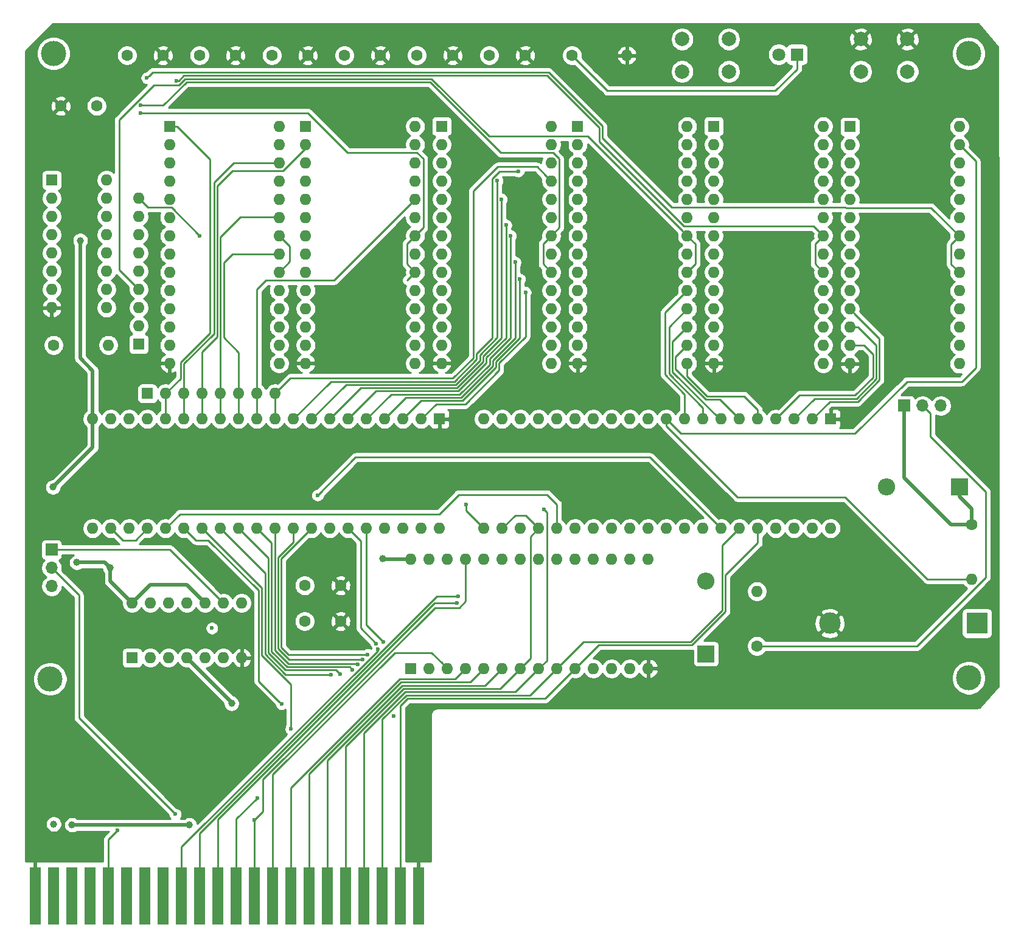
<source format=gbl>
G04 #@! TF.GenerationSoftware,KiCad,Pcbnew,(5.1.9)-1*
G04 #@! TF.CreationDate,2023-02-03T17:28:33+00:00*
G04 #@! TF.ProjectId,C64RAMCart,43363452-414d-4436-9172-742e6b696361,rev?*
G04 #@! TF.SameCoordinates,Original*
G04 #@! TF.FileFunction,Copper,L2,Bot*
G04 #@! TF.FilePolarity,Positive*
%FSLAX46Y46*%
G04 Gerber Fmt 4.6, Leading zero omitted, Abs format (unit mm)*
G04 Created by KiCad (PCBNEW (5.1.9)-1) date 2023-02-03 17:28:33*
%MOMM*%
%LPD*%
G01*
G04 APERTURE LIST*
G04 #@! TA.AperFunction,ComponentPad*
%ADD10R,3.000000X3.000000*%
G04 #@! TD*
G04 #@! TA.AperFunction,ComponentPad*
%ADD11C,3.000000*%
G04 #@! TD*
G04 #@! TA.AperFunction,ComponentPad*
%ADD12C,1.600000*%
G04 #@! TD*
G04 #@! TA.AperFunction,ComponentPad*
%ADD13O,1.600000X1.600000*%
G04 #@! TD*
G04 #@! TA.AperFunction,ComponentPad*
%ADD14C,2.000000*%
G04 #@! TD*
G04 #@! TA.AperFunction,ComponentPad*
%ADD15C,3.500000*%
G04 #@! TD*
G04 #@! TA.AperFunction,ConnectorPad*
%ADD16R,1.500000X8.000000*%
G04 #@! TD*
G04 #@! TA.AperFunction,ComponentPad*
%ADD17O,2.400000X2.400000*%
G04 #@! TD*
G04 #@! TA.AperFunction,ComponentPad*
%ADD18R,2.400000X2.400000*%
G04 #@! TD*
G04 #@! TA.AperFunction,ComponentPad*
%ADD19R,1.700000X1.700000*%
G04 #@! TD*
G04 #@! TA.AperFunction,ComponentPad*
%ADD20O,1.700000X1.700000*%
G04 #@! TD*
G04 #@! TA.AperFunction,ComponentPad*
%ADD21R,1.600000X1.600000*%
G04 #@! TD*
G04 #@! TA.AperFunction,ComponentPad*
%ADD22R,1.800000X1.800000*%
G04 #@! TD*
G04 #@! TA.AperFunction,ComponentPad*
%ADD23C,1.800000*%
G04 #@! TD*
G04 #@! TA.AperFunction,ViaPad*
%ADD24C,1.000000*%
G04 #@! TD*
G04 #@! TA.AperFunction,ViaPad*
%ADD25C,0.600000*%
G04 #@! TD*
G04 #@! TA.AperFunction,Conductor*
%ADD26C,0.508000*%
G04 #@! TD*
G04 #@! TA.AperFunction,Conductor*
%ADD27C,0.250000*%
G04 #@! TD*
G04 #@! TA.AperFunction,Conductor*
%ADD28C,0.254000*%
G04 #@! TD*
G04 #@! TA.AperFunction,Conductor*
%ADD29C,0.100000*%
G04 #@! TD*
G04 APERTURE END LIST*
D10*
X213379000Y-119470000D03*
D11*
X192889000Y-119470000D03*
D12*
X157029000Y-40370000D03*
D13*
X164649000Y-40370000D03*
D12*
X145504000Y-40370000D03*
X150504000Y-40370000D03*
X135424000Y-40370000D03*
X140424000Y-40370000D03*
X125344000Y-40370000D03*
X130344000Y-40370000D03*
X115264000Y-40370000D03*
X120264000Y-40370000D03*
X105184000Y-40370000D03*
X110184000Y-40370000D03*
X100104000Y-40370000D03*
X95104000Y-40370000D03*
D14*
X197204000Y-42620000D03*
X197204000Y-38120000D03*
X203704000Y-42620000D03*
X203704000Y-38120000D03*
D15*
X212250000Y-40111000D03*
X84409000Y-127255000D03*
X212250000Y-127095000D03*
X84889000Y-40111000D03*
D16*
X135705000Y-157432000D03*
X133165000Y-157432000D03*
X130625000Y-157432000D03*
X128085000Y-157432000D03*
X125545000Y-157432000D03*
X123005000Y-157432000D03*
X120465000Y-157432000D03*
X117925000Y-157432000D03*
X115385000Y-157432000D03*
X112845000Y-157432000D03*
X110305000Y-157432000D03*
X107765000Y-157432000D03*
X105225000Y-157432000D03*
X102685000Y-157432000D03*
X100145000Y-157432000D03*
X97605000Y-157432000D03*
X95065000Y-157432000D03*
X92525000Y-157432000D03*
X89985000Y-157432000D03*
X87445000Y-157432000D03*
X84905000Y-157432000D03*
X82365000Y-157432000D03*
D12*
X85879000Y-47420000D03*
X90879000Y-47420000D03*
X119819000Y-114215000D03*
X124819000Y-114215000D03*
D17*
X200769000Y-100470000D03*
D18*
X210929000Y-100470000D03*
X175679000Y-123745000D03*
D17*
X175679000Y-113585000D03*
D12*
X182754000Y-122645000D03*
D13*
X182754000Y-115025000D03*
D19*
X203274000Y-89170000D03*
D20*
X205814000Y-89170000D03*
X208354000Y-89170000D03*
D21*
X95819000Y-124285000D03*
D13*
X111059000Y-116665000D03*
X98359000Y-124285000D03*
X108519000Y-116665000D03*
X100899000Y-124285000D03*
X105979000Y-116665000D03*
X103439000Y-124285000D03*
X103439000Y-116665000D03*
X105979000Y-124285000D03*
X100899000Y-116665000D03*
X108519000Y-124285000D03*
X98359000Y-116665000D03*
X111059000Y-124285000D03*
X95819000Y-116665000D03*
D12*
X119819000Y-119195000D03*
X124819000Y-119195000D03*
D13*
X212679000Y-113340000D03*
D12*
X212679000Y-105720000D03*
X84879000Y-80720000D03*
D13*
X92499000Y-80720000D03*
D21*
X96739000Y-80605000D03*
D13*
X96739000Y-78065000D03*
X96739000Y-75525000D03*
X96739000Y-72985000D03*
X96739000Y-70445000D03*
X96739000Y-67905000D03*
X96739000Y-65365000D03*
X96739000Y-62825000D03*
X96739000Y-60285000D03*
D21*
X97949999Y-87475000D03*
D13*
X100489999Y-87475000D03*
X103029999Y-87475000D03*
X105569999Y-87475000D03*
X108109999Y-87475000D03*
X110649999Y-87475000D03*
X113189999Y-87475000D03*
X115729999Y-87475000D03*
D20*
X84619000Y-114305000D03*
X84619000Y-111765000D03*
D19*
X84619000Y-109225000D03*
D21*
X84629000Y-57745000D03*
D13*
X92249000Y-75525000D03*
X84629000Y-60285000D03*
X92249000Y-72985000D03*
X84629000Y-62825000D03*
X92249000Y-70445000D03*
X84629000Y-65365000D03*
X92249000Y-67905000D03*
X84629000Y-67905000D03*
X92249000Y-65365000D03*
X84629000Y-70445000D03*
X92249000Y-62825000D03*
X84629000Y-72985000D03*
X92249000Y-60285000D03*
X84629000Y-75525000D03*
X92249000Y-57745000D03*
D21*
X134609000Y-125785000D03*
D13*
X167629000Y-110545000D03*
X137149000Y-125785000D03*
X165089000Y-110545000D03*
X139689000Y-125785000D03*
X162549000Y-110545000D03*
X142229000Y-125785000D03*
X160009000Y-110545000D03*
X144769000Y-125785000D03*
X157469000Y-110545000D03*
X147309000Y-125785000D03*
X154929000Y-110545000D03*
X149849000Y-125785000D03*
X152389000Y-110545000D03*
X152389000Y-125785000D03*
X149849000Y-110545000D03*
X154929000Y-125785000D03*
X147309000Y-110545000D03*
X157469000Y-125785000D03*
X144769000Y-110545000D03*
X160009000Y-125785000D03*
X142229000Y-110545000D03*
X162549000Y-125785000D03*
X139689000Y-110545000D03*
X165089000Y-125785000D03*
X137149000Y-110545000D03*
X167629000Y-125785000D03*
X134609000Y-110545000D03*
D21*
X138589999Y-91020000D03*
D13*
X90329999Y-106260000D03*
X136049999Y-91020000D03*
X92869999Y-106260000D03*
X133509999Y-91020000D03*
X95409999Y-106260000D03*
X130969999Y-91020000D03*
X97949999Y-106260000D03*
X128429999Y-91020000D03*
X100489999Y-106260000D03*
X125889999Y-91020000D03*
X103029999Y-106260000D03*
X123349999Y-91020000D03*
X105569999Y-106260000D03*
X120809999Y-91020000D03*
X108109999Y-106260000D03*
X118269999Y-91020000D03*
X110649999Y-106260000D03*
X115729999Y-91020000D03*
X113189999Y-106260000D03*
X113189999Y-91020000D03*
X115729999Y-106260000D03*
X110649999Y-91020000D03*
X118269999Y-106260000D03*
X108109999Y-91020000D03*
X120809999Y-106260000D03*
X105569999Y-91020000D03*
X123349999Y-106260000D03*
X103029999Y-91020000D03*
X125889999Y-106260000D03*
X100489999Y-91020000D03*
X128429999Y-106260000D03*
X97949999Y-91020000D03*
X130969999Y-106260000D03*
X95409999Y-91020000D03*
X133509999Y-106260000D03*
X92869999Y-91020000D03*
X136049999Y-106260000D03*
X90329999Y-91020000D03*
X138589999Y-106260000D03*
X193029000Y-106260000D03*
X144769000Y-91020000D03*
X190489000Y-106260000D03*
X147309000Y-91020000D03*
X187949000Y-106260000D03*
X149849000Y-91020000D03*
X185409000Y-106260000D03*
X152389000Y-91020000D03*
X182869000Y-106260000D03*
X154929000Y-91020000D03*
X180329000Y-106260000D03*
X157469000Y-91020000D03*
X177789000Y-106260000D03*
X160009000Y-91020000D03*
X175249000Y-106260000D03*
X162549000Y-91020000D03*
X172709000Y-106260000D03*
X165089000Y-91020000D03*
X170169000Y-106260000D03*
X167629000Y-91020000D03*
X167629000Y-106260000D03*
X170169000Y-91020000D03*
X165089000Y-106260000D03*
X172709000Y-91020000D03*
X162549000Y-106260000D03*
X175249000Y-91020000D03*
X160009000Y-106260000D03*
X177789000Y-91020000D03*
X157469000Y-106260000D03*
X180329000Y-91020000D03*
X154929000Y-106260000D03*
X182869000Y-91020000D03*
X152389000Y-106260000D03*
X185409000Y-91020000D03*
X149849000Y-106260000D03*
X187949000Y-91020000D03*
X147309000Y-106260000D03*
X190489000Y-91020000D03*
X144769000Y-106260000D03*
D21*
X193029000Y-91020000D03*
X101024001Y-50250001D03*
D13*
X116264001Y-83270001D03*
X101024001Y-52790001D03*
X116264001Y-80730001D03*
X101024001Y-55330001D03*
X116264001Y-78190001D03*
X101024001Y-57870001D03*
X116264001Y-75650001D03*
X101024001Y-60410001D03*
X116264001Y-73110001D03*
X101024001Y-62950001D03*
X116264001Y-70570001D03*
X101024001Y-65490001D03*
X116264001Y-68030001D03*
X101024001Y-68030001D03*
X116264001Y-65490001D03*
X101024001Y-70570001D03*
X116264001Y-62950001D03*
X101024001Y-73110001D03*
X116264001Y-60410001D03*
X101024001Y-75650001D03*
X116264001Y-57870001D03*
X101024001Y-78190001D03*
X116264001Y-55330001D03*
X101024001Y-80730001D03*
X116264001Y-52790001D03*
X101024001Y-83270001D03*
X116264001Y-50250001D03*
X135197000Y-50250001D03*
X119957000Y-83270001D03*
X135197000Y-52790001D03*
X119957000Y-80730001D03*
X135197000Y-55330001D03*
X119957000Y-78190001D03*
X135197000Y-57870001D03*
X119957000Y-75650001D03*
X135197000Y-60410001D03*
X119957000Y-73110001D03*
X135197000Y-62950001D03*
X119957000Y-70570001D03*
X135197000Y-65490001D03*
X119957000Y-68030001D03*
X135197000Y-68030001D03*
X119957000Y-65490001D03*
X135197000Y-70570001D03*
X119957000Y-62950001D03*
X135197000Y-73110001D03*
X119957000Y-60410001D03*
X135197000Y-75650001D03*
X119957000Y-57870001D03*
X135197000Y-78190001D03*
X119957000Y-55330001D03*
X135197000Y-80730001D03*
X119957000Y-52790001D03*
X135197000Y-83270001D03*
D21*
X119957000Y-50250001D03*
X138889999Y-50250001D03*
D13*
X154129999Y-83270001D03*
X138889999Y-52790001D03*
X154129999Y-80730001D03*
X138889999Y-55330001D03*
X154129999Y-78190001D03*
X138889999Y-57870001D03*
X154129999Y-75650001D03*
X138889999Y-60410001D03*
X154129999Y-73110001D03*
X138889999Y-62950001D03*
X154129999Y-70570001D03*
X138889999Y-65490001D03*
X154129999Y-68030001D03*
X138889999Y-68030001D03*
X154129999Y-65490001D03*
X138889999Y-70570001D03*
X154129999Y-62950001D03*
X138889999Y-73110001D03*
X154129999Y-60410001D03*
X138889999Y-75650001D03*
X154129999Y-57870001D03*
X138889999Y-78190001D03*
X154129999Y-55330001D03*
X138889999Y-80730001D03*
X154129999Y-52790001D03*
X138889999Y-83270001D03*
X154129999Y-50250001D03*
X173062998Y-50250001D03*
X157822998Y-83270001D03*
X173062998Y-52790001D03*
X157822998Y-80730001D03*
X173062998Y-55330001D03*
X157822998Y-78190001D03*
X173062998Y-57870001D03*
X157822998Y-75650001D03*
X173062998Y-60410001D03*
X157822998Y-73110001D03*
X173062998Y-62950001D03*
X157822998Y-70570001D03*
X173062998Y-65490001D03*
X157822998Y-68030001D03*
X173062998Y-68030001D03*
X157822998Y-65490001D03*
X173062998Y-70570001D03*
X157822998Y-62950001D03*
X173062998Y-73110001D03*
X157822998Y-60410001D03*
X173062998Y-75650001D03*
X157822998Y-57870001D03*
X173062998Y-78190001D03*
X157822998Y-55330001D03*
X173062998Y-80730001D03*
X157822998Y-52790001D03*
X173062998Y-83270001D03*
D21*
X157822998Y-50250001D03*
X176755997Y-50250001D03*
D13*
X191995997Y-83270001D03*
X176755997Y-52790001D03*
X191995997Y-80730001D03*
X176755997Y-55330001D03*
X191995997Y-78190001D03*
X176755997Y-57870001D03*
X191995997Y-75650001D03*
X176755997Y-60410001D03*
X191995997Y-73110001D03*
X176755997Y-62950001D03*
X191995997Y-70570001D03*
X176755997Y-65490001D03*
X191995997Y-68030001D03*
X176755997Y-68030001D03*
X191995997Y-65490001D03*
X176755997Y-70570001D03*
X191995997Y-62950001D03*
X176755997Y-73110001D03*
X191995997Y-60410001D03*
X176755997Y-75650001D03*
X191995997Y-57870001D03*
X176755997Y-78190001D03*
X191995997Y-55330001D03*
X176755997Y-80730001D03*
X191995997Y-52790001D03*
X176755997Y-83270001D03*
X191995997Y-50250001D03*
X210929000Y-50315000D03*
X195689000Y-83335000D03*
X210929000Y-52855000D03*
X195689000Y-80795000D03*
X210929000Y-55395000D03*
X195689000Y-78255000D03*
X210929000Y-57935000D03*
X195689000Y-75715000D03*
X210929000Y-60475000D03*
X195689000Y-73175000D03*
X210929000Y-63015000D03*
X195689000Y-70635000D03*
X210929000Y-65555000D03*
X195689000Y-68095000D03*
X210929000Y-68095000D03*
X195689000Y-65555000D03*
X210929000Y-70635000D03*
X195689000Y-63015000D03*
X210929000Y-73175000D03*
X195689000Y-60475000D03*
X210929000Y-75715000D03*
X195689000Y-57935000D03*
X210929000Y-78255000D03*
X195689000Y-55395000D03*
X210929000Y-80795000D03*
X195689000Y-52855000D03*
X210929000Y-83335000D03*
D21*
X195689000Y-50315000D03*
D22*
X188329000Y-40245000D03*
D23*
X185789000Y-40245000D03*
D14*
X172354000Y-42620000D03*
X172354000Y-38120000D03*
X178854000Y-42620000D03*
X178854000Y-38120000D03*
D24*
X82365000Y-147331000D03*
X135705000Y-147811000D03*
X118954000Y-102645000D03*
X122204000Y-110170000D03*
X84905000Y-147459000D03*
X87445009Y-147561009D03*
X88604000Y-66170000D03*
X88129000Y-111020000D03*
X92779000Y-111770000D03*
X130654000Y-110495000D03*
X84804000Y-100520000D03*
X103779000Y-147570000D03*
X109654000Y-130645000D03*
D25*
X101829000Y-146070000D03*
X106936500Y-120162500D03*
X130776176Y-122033277D03*
X129791584Y-122301700D03*
X153104000Y-103620010D03*
X93779000Y-148345000D03*
X132229000Y-132395000D03*
X128613140Y-123829140D03*
X142254000Y-102895000D03*
X102029000Y-43900918D03*
X97879000Y-43520000D03*
X96979000Y-47345000D03*
X96979000Y-48420000D03*
X105229000Y-65489998D03*
X121629000Y-101645000D03*
X150554000Y-73395000D03*
X149754000Y-71545000D03*
X149128999Y-69195001D03*
X148479000Y-65495000D03*
X147853999Y-64020001D03*
X147228998Y-60420002D03*
X146603997Y-57845003D03*
X149564001Y-56520010D03*
X112853999Y-146845000D03*
X113231703Y-143799015D03*
X141029000Y-116670000D03*
X141179000Y-115745000D03*
X130006343Y-123072347D03*
X127888140Y-124554140D03*
X127200645Y-125241635D03*
X126488140Y-125954140D03*
X124779000Y-126595000D03*
X123452150Y-126620043D03*
X117925000Y-134216000D03*
X116604000Y-130720000D03*
D26*
X82365000Y-147331000D02*
X82365000Y-157432000D01*
X135705000Y-157432000D02*
X135705000Y-147811000D01*
D27*
X205039002Y-122645000D02*
X214604000Y-113080002D01*
X182754000Y-122645000D02*
X205039002Y-122645000D01*
X214604000Y-101159998D02*
X206864002Y-93420000D01*
X214604000Y-113080002D02*
X214604000Y-101159998D01*
X206864002Y-93420000D02*
X206864002Y-90220002D01*
X206864002Y-90220002D02*
X205814000Y-89170000D01*
D26*
X90329999Y-91020000D02*
X90329999Y-84295999D01*
X88604000Y-82570000D02*
X88604000Y-66170000D01*
X90329999Y-84295999D02*
X88604000Y-82570000D01*
X88129000Y-111020000D02*
X92029000Y-111020000D01*
X92029000Y-111020000D02*
X92779000Y-111770000D01*
X92779000Y-113625000D02*
X95819000Y-116665000D01*
X92779000Y-111770000D02*
X92779000Y-113625000D01*
X130704000Y-110545000D02*
X130654000Y-110495000D01*
X134609000Y-110545000D02*
X130704000Y-110545000D01*
X90329999Y-94994001D02*
X84804000Y-100520000D01*
X90329999Y-91020000D02*
X90329999Y-94994001D01*
X103779000Y-147570000D02*
X103779000Y-147570000D01*
X109654000Y-130500000D02*
X109654000Y-130645000D01*
X103439000Y-124285000D02*
X109654000Y-130500000D01*
X95819000Y-116665000D02*
X98389000Y-114095000D01*
X103409000Y-114095000D02*
X105979000Y-116665000D01*
X98389000Y-114095000D02*
X103409000Y-114095000D01*
X103770009Y-147561009D02*
X103779000Y-147570000D01*
X87445009Y-147561009D02*
X103770009Y-147561009D01*
D27*
X88404000Y-115550000D02*
X88404000Y-132645000D01*
X84619000Y-111765000D02*
X88404000Y-115550000D01*
X88404000Y-132645000D02*
X101829000Y-146070000D01*
X153308934Y-129945066D02*
X134158808Y-129945066D01*
X157469000Y-125785000D02*
X153308934Y-129945066D01*
X134158808Y-129945066D02*
X133165000Y-130938870D01*
X133165000Y-130938870D02*
X133165000Y-153182000D01*
X133165000Y-153182000D02*
X133165000Y-157432000D01*
X128429999Y-106260000D02*
X128429999Y-119687100D01*
X128429999Y-119687100D02*
X130776176Y-122033277D01*
X178389000Y-112765000D02*
X182869000Y-108285000D01*
X178389000Y-117835000D02*
X178389000Y-112765000D01*
X160749000Y-122505000D02*
X173719000Y-122505000D01*
X173719000Y-122505000D02*
X178389000Y-117835000D01*
X157469000Y-125785000D02*
X160749000Y-122505000D01*
X182869000Y-108285000D02*
X182869000Y-106260000D01*
X154929000Y-125785000D02*
X151218945Y-129495055D01*
X133972405Y-129495055D02*
X130625000Y-132842460D01*
X130625000Y-153182000D02*
X130625000Y-157432000D01*
X151218945Y-129495055D02*
X133972405Y-129495055D01*
X130625000Y-132842460D02*
X130625000Y-153182000D01*
X127654000Y-108024001D02*
X127654000Y-120164116D01*
X127654000Y-120164116D02*
X129791584Y-122301700D01*
X125889999Y-106260000D02*
X127654000Y-108024001D01*
X158659010Y-122054990D02*
X154929000Y-125785000D01*
X173532600Y-122054990D02*
X158659010Y-122054990D01*
X180329000Y-106260000D02*
X177938990Y-108650010D01*
X177938990Y-108650010D02*
X177938989Y-117648601D01*
X177938989Y-117648601D02*
X173532600Y-122054990D01*
X96289999Y-107920000D02*
X97949999Y-106260000D01*
X94529999Y-107920000D02*
X96289999Y-107920000D01*
X92869999Y-106260000D02*
X94529999Y-107920000D01*
X153514001Y-124659999D02*
X153514001Y-104030011D01*
X153514001Y-104030011D02*
X153104000Y-103620010D01*
X152389000Y-125785000D02*
X153514001Y-124659999D01*
X128085000Y-134746050D02*
X128085000Y-153182000D01*
X128085000Y-153182000D02*
X128085000Y-157432000D01*
X152389000Y-125785000D02*
X149128956Y-129045044D01*
X133786006Y-129045044D02*
X128085000Y-134746050D01*
X149128956Y-129045044D02*
X133786006Y-129045044D01*
X151263999Y-124370001D02*
X149849000Y-125785000D01*
X151263999Y-107385001D02*
X151263999Y-124370001D01*
X152389000Y-106260000D02*
X151263999Y-107385001D01*
X147309000Y-106260000D02*
X149124000Y-104445000D01*
X150574000Y-104445000D02*
X152389000Y-106260000D01*
X149124000Y-104445000D02*
X150574000Y-104445000D01*
X125545000Y-153182000D02*
X125545000Y-157432000D01*
X125545000Y-136649640D02*
X125545000Y-153182000D01*
X147038967Y-128595033D02*
X133599607Y-128595033D01*
X149849000Y-125785000D02*
X147038967Y-128595033D01*
X133599607Y-128595033D02*
X125545000Y-136649640D01*
X92525000Y-157432000D02*
X92525000Y-149599000D01*
X92525000Y-149599000D02*
X93779000Y-148345000D01*
X117563140Y-123829140D02*
X128613140Y-123829140D01*
X116579000Y-122845000D02*
X117563140Y-123829140D01*
X116579000Y-110490999D02*
X116579000Y-122845000D01*
X120809999Y-106260000D02*
X116579000Y-110490999D01*
X144769000Y-106260000D02*
X142254000Y-103745000D01*
X142254000Y-103745000D02*
X142254000Y-102895000D01*
X213204000Y-55130000D02*
X210929000Y-52855000D01*
X213204000Y-83845000D02*
X213204000Y-55130000D01*
X170169000Y-92020000D02*
X170169000Y-91020000D01*
X180069000Y-101920000D02*
X170169000Y-92020000D01*
X180069000Y-101920000D02*
X195079000Y-101920000D01*
X206499000Y-113340000D02*
X212679000Y-113340000D01*
X195079000Y-101920000D02*
X206499000Y-113340000D01*
X170169000Y-91020000D02*
X172194000Y-93045000D01*
X172194000Y-93045000D02*
X196404000Y-93045000D01*
X196404000Y-93045000D02*
X203654000Y-85795000D01*
X211254000Y-85795000D02*
X213204000Y-83845000D01*
X203654000Y-85795000D02*
X211254000Y-85795000D01*
X174187999Y-66615002D02*
X173062998Y-65490001D01*
X174187999Y-69445000D02*
X174187999Y-66615002D01*
X173062998Y-70570001D02*
X174187999Y-69445000D01*
X145465411Y-51645000D02*
X159217997Y-51645000D01*
X103209931Y-43644989D02*
X137465400Y-43644989D01*
X98873077Y-44525919D02*
X102329001Y-44525919D01*
X159217997Y-51645000D02*
X172262999Y-64690002D01*
X137465400Y-43644989D02*
X145465411Y-51645000D01*
X94029000Y-49369996D02*
X98873077Y-44525919D01*
X96739000Y-72985000D02*
X94029000Y-70275000D01*
X102329001Y-44525919D02*
X103209931Y-43644989D01*
X94029000Y-70275000D02*
X94029000Y-49369996D01*
X172262999Y-64690002D02*
X173062998Y-65490001D01*
X190870996Y-69445000D02*
X191995997Y-70570001D01*
X190870996Y-66615002D02*
X190870996Y-69445000D01*
X191995997Y-65490001D02*
X190870996Y-66615002D01*
X190625996Y-64120000D02*
X191995997Y-65490001D01*
X172567995Y-64120000D02*
X190625996Y-64120000D01*
X160804000Y-52356005D02*
X172567995Y-64120000D01*
X160804000Y-50409591D02*
X160804000Y-52356005D01*
X153589387Y-43194978D02*
X160804000Y-50409591D01*
X102317591Y-43900918D02*
X103023531Y-43194978D01*
X103023531Y-43194978D02*
X153589387Y-43194978D01*
X102029000Y-43900918D02*
X102317591Y-43900918D01*
X209803999Y-69509999D02*
X210929000Y-70635000D01*
X209803999Y-66680001D02*
X209803999Y-69509999D01*
X210929000Y-65555000D02*
X209803999Y-66680001D01*
X98178999Y-43220001D02*
X97879000Y-43520000D01*
X98654033Y-42744967D02*
X98178999Y-43220001D01*
X161254011Y-51845010D02*
X161254011Y-50223191D01*
X153775787Y-42744967D02*
X98654033Y-42744967D01*
X195148999Y-61600001D02*
X195084000Y-61535002D01*
X206974001Y-61600001D02*
X195148999Y-61600001D01*
X210929000Y-65555000D02*
X206974001Y-61600001D01*
X170944003Y-61535002D02*
X161254011Y-51845010D01*
X161254011Y-50223191D02*
X153775787Y-42744967D01*
X195084000Y-61535002D02*
X170944003Y-61535002D01*
X153004998Y-66615002D02*
X154129999Y-65490001D01*
X153004998Y-69445000D02*
X153004998Y-66615002D01*
X154129999Y-70570001D02*
X153004998Y-69445000D01*
X100146331Y-47345000D02*
X96979000Y-47345000D01*
X103396331Y-44095000D02*
X100146331Y-47345000D01*
X147099002Y-53915002D02*
X137279000Y-44095000D01*
X154380002Y-53915002D02*
X147099002Y-53915002D01*
X155255000Y-64365000D02*
X155255000Y-54790000D01*
X155255000Y-54790000D02*
X154380002Y-53915002D01*
X137279000Y-44095000D02*
X103396331Y-44095000D01*
X154129999Y-65490001D02*
X155255000Y-64365000D01*
X134071999Y-71695002D02*
X135197000Y-70570001D01*
X134071999Y-66615002D02*
X135197000Y-65490001D01*
X134071999Y-69445000D02*
X134071999Y-66615002D01*
X135197000Y-70570001D02*
X134071999Y-69445000D01*
X120312001Y-48420000D02*
X96979000Y-48420000D01*
X125807003Y-53915002D02*
X120312001Y-48420000D01*
X136322001Y-54790000D02*
X135447003Y-53915002D01*
X136322001Y-64365000D02*
X136322001Y-54790000D01*
X135197000Y-65490001D02*
X136322001Y-64365000D01*
X135447003Y-53915002D02*
X125807003Y-53915002D01*
X116264001Y-65490001D02*
X117754000Y-66980000D01*
X117754000Y-69080002D02*
X116264001Y-70570001D01*
X117754000Y-66980000D02*
X117754000Y-69080002D01*
X97989002Y-61535002D02*
X101274004Y-61535002D01*
X101274004Y-61535002D02*
X105229000Y-65489998D01*
X96739000Y-60285000D02*
X97989002Y-61535002D01*
X105229000Y-65489998D02*
X105229000Y-65489998D01*
X101079000Y-109225000D02*
X84619000Y-109225000D01*
X108519000Y-116665000D02*
X101079000Y-109225000D01*
X153554000Y-101545000D02*
X154929000Y-102920000D01*
X141253988Y-101545000D02*
X153554000Y-101545000D01*
X138528988Y-104270000D02*
X141253988Y-101545000D01*
X102479999Y-104270000D02*
X138528988Y-104270000D01*
X154929000Y-102920000D02*
X154929000Y-106260000D01*
X100489999Y-106260000D02*
X102479999Y-104270000D01*
X177789000Y-106260000D02*
X167899000Y-96370000D01*
X126904000Y-96370000D02*
X127029000Y-96370000D01*
X121629000Y-101645000D02*
X126904000Y-96370000D01*
X167899000Y-96370000D02*
X127029000Y-96370000D01*
D26*
X212679000Y-105720000D02*
X209754000Y-105720000D01*
X203274000Y-99240000D02*
X203274000Y-89170000D01*
X209754000Y-105720000D02*
X203274000Y-99240000D01*
X210929000Y-100470000D02*
X210929000Y-101820000D01*
X212679000Y-103570000D02*
X212679000Y-105720000D01*
X210929000Y-101820000D02*
X212679000Y-103570000D01*
D27*
X100489999Y-91020000D02*
X100489999Y-87475000D01*
X100489999Y-87475000D02*
X102579988Y-85385011D01*
X102579988Y-85385011D02*
X102579988Y-83107601D01*
X102074001Y-50250001D02*
X101024001Y-50250001D01*
X102579988Y-83107601D02*
X106639000Y-79048590D01*
X106639000Y-79048590D02*
X106639000Y-54815000D01*
X106639000Y-54815000D02*
X102074001Y-50250001D01*
X103029999Y-91020000D02*
X103029999Y-87475000D01*
X107209000Y-58045000D02*
X109923999Y-55330001D01*
X103029999Y-83294001D02*
X107209000Y-79115000D01*
X103029999Y-87475000D02*
X103029999Y-83294001D01*
X107209000Y-79115000D02*
X107209000Y-58045000D01*
X109923999Y-55330001D02*
X116264001Y-55330001D01*
X105569999Y-87475000D02*
X105569999Y-91020000D01*
X116804002Y-56455002D02*
X119957000Y-53302004D01*
X109778998Y-56455002D02*
X116804002Y-56455002D01*
X119957000Y-53302004D02*
X119957000Y-52790001D01*
X107659010Y-58574990D02*
X109778998Y-56455002D01*
X107659010Y-79600489D02*
X107659010Y-58574990D01*
X105569999Y-81689500D02*
X107659010Y-79600489D01*
X105569999Y-87475000D02*
X105569999Y-81689500D01*
X108109999Y-87475000D02*
X108109999Y-91020000D01*
X116239000Y-62925000D02*
X116264001Y-62950001D01*
X110862590Y-62925000D02*
X116239000Y-62925000D01*
X108109999Y-65677591D02*
X110862590Y-62925000D01*
X108109999Y-87475000D02*
X108109999Y-65677591D01*
X110649999Y-87475000D02*
X110649999Y-91020000D01*
X108560009Y-79651009D02*
X108560009Y-69213991D01*
X109743999Y-68030001D02*
X116264001Y-68030001D01*
X110649999Y-81740999D02*
X108560009Y-79651009D01*
X108560009Y-69213991D02*
X109743999Y-68030001D01*
X110649999Y-87475000D02*
X110649999Y-81740999D01*
X113189999Y-87475000D02*
X113189999Y-91020000D01*
X123912001Y-71695000D02*
X135197000Y-60410001D01*
X123354000Y-71695000D02*
X123912001Y-71695000D01*
X123353998Y-71695002D02*
X123354000Y-71695000D01*
X114458998Y-71695002D02*
X123353998Y-71695002D01*
X113189999Y-72964001D02*
X114458998Y-71695002D01*
X113189999Y-87475000D02*
X113189999Y-72964001D01*
X115729999Y-87475000D02*
X115729999Y-91020000D01*
X153330000Y-57070002D02*
X154129999Y-57870001D01*
X146654000Y-55895000D02*
X152154998Y-55895000D01*
X143304000Y-59245000D02*
X146654000Y-55895000D01*
X143304000Y-77220000D02*
X143304000Y-59245000D01*
X152154998Y-55895000D02*
X153330000Y-57070002D01*
X143304000Y-82495000D02*
X143304000Y-77225012D01*
X140454000Y-85345000D02*
X143304000Y-82495000D01*
X117859999Y-85345000D02*
X140454000Y-85345000D01*
X115729999Y-87475000D02*
X117859999Y-85345000D01*
X150554000Y-79561288D02*
X150554000Y-73819264D01*
X146904088Y-83211200D02*
X150554000Y-79561288D01*
X146904088Y-84219912D02*
X146904088Y-83211200D01*
X142178912Y-88945088D02*
X146904088Y-84219912D01*
X150554000Y-73819264D02*
X150554000Y-73395000D01*
X138124911Y-88945088D02*
X142178912Y-88945088D01*
X136049999Y-91020000D02*
X138124911Y-88945088D01*
X141758800Y-88495077D02*
X146454077Y-83799800D01*
X133509999Y-91020000D02*
X136034922Y-88495077D01*
X146454077Y-83799800D02*
X146454077Y-83024800D01*
X149754000Y-71969264D02*
X149754000Y-71545000D01*
X149754000Y-79724877D02*
X149754000Y-71969264D01*
X136034922Y-88495077D02*
X141758800Y-88495077D01*
X146454077Y-83024800D02*
X149754000Y-79724877D01*
X149128999Y-79713467D02*
X149128999Y-69619265D01*
X130969999Y-91020000D02*
X133944933Y-88045066D01*
X141572400Y-88045066D02*
X146004066Y-83613400D01*
X149128999Y-69619265D02*
X149128999Y-69195001D01*
X146004066Y-82838400D02*
X149128999Y-79713467D01*
X133944933Y-88045066D02*
X141572400Y-88045066D01*
X146004066Y-83613400D02*
X146004066Y-82838400D01*
X128429999Y-91020000D02*
X131854944Y-87595055D01*
X141386000Y-87595055D02*
X145554055Y-83427000D01*
X145554055Y-82652000D02*
X148479000Y-79727055D01*
X148479000Y-79727055D02*
X148479000Y-65919264D01*
X148479000Y-65919264D02*
X148479000Y-65495000D01*
X145554055Y-83427000D02*
X145554055Y-82652000D01*
X131854944Y-87595055D02*
X141386000Y-87595055D01*
X145104044Y-82465600D02*
X147853999Y-79715645D01*
X147853999Y-79715645D02*
X147853999Y-64444265D01*
X145104044Y-83240600D02*
X145104044Y-82465600D01*
X147853999Y-64444265D02*
X147853999Y-64020001D01*
X141199600Y-87145044D02*
X145104044Y-83240600D01*
X129764955Y-87145044D02*
X141199600Y-87145044D01*
X125889999Y-91020000D02*
X129764955Y-87145044D01*
X147228998Y-79704235D02*
X147228998Y-60844266D01*
X147228998Y-60844266D02*
X147228998Y-60420002D01*
X144654033Y-82279200D02*
X147228998Y-79704235D01*
X144654033Y-83054200D02*
X144654033Y-82279200D01*
X141013200Y-86695033D02*
X144654033Y-83054200D01*
X127674966Y-86695033D02*
X141013200Y-86695033D01*
X123349999Y-91020000D02*
X127674966Y-86695033D01*
X146603997Y-58269267D02*
X146603997Y-57845003D01*
X146603997Y-79692825D02*
X146603997Y-58269267D01*
X144204022Y-82867800D02*
X144204022Y-82092800D01*
X140826800Y-86245022D02*
X144204022Y-82867800D01*
X125584977Y-86245022D02*
X140826800Y-86245022D01*
X120809999Y-91020000D02*
X125584977Y-86245022D01*
X144204022Y-82092800D02*
X146603997Y-79692825D01*
X143754011Y-81906400D02*
X145944000Y-79716411D01*
X140640400Y-85795011D02*
X143754011Y-82681400D01*
X123494988Y-85795011D02*
X140640400Y-85795011D01*
X118269999Y-91020000D02*
X123494988Y-85795011D01*
X143754011Y-82681400D02*
X143754011Y-81906400D01*
X146979726Y-56520010D02*
X149564001Y-56520010D01*
X145944000Y-57555736D02*
X146979726Y-56520010D01*
X145944000Y-79716411D02*
X145944000Y-57555736D01*
X172262999Y-73910000D02*
X173062998Y-73110001D01*
X169979000Y-76193999D02*
X172262999Y-73910000D01*
X169979000Y-84845000D02*
X169979000Y-76193999D01*
X172709000Y-87575000D02*
X169979000Y-84845000D01*
X172709000Y-91020000D02*
X172709000Y-87575000D01*
X170528979Y-78184020D02*
X173062998Y-75650001D01*
X170528979Y-84719979D02*
X170528979Y-78184020D01*
X175249000Y-89440000D02*
X170528979Y-84719979D01*
X175249000Y-91020000D02*
X175249000Y-89440000D01*
X170978989Y-84444989D02*
X170978989Y-80274010D01*
X177554000Y-91020000D02*
X170978989Y-84444989D01*
X177789000Y-91020000D02*
X177554000Y-91020000D01*
X170978989Y-80274010D02*
X173062998Y-78190001D01*
X180329000Y-91020000D02*
X177604011Y-88295011D01*
X171429000Y-84081411D02*
X171429000Y-82363999D01*
X177604011Y-88295011D02*
X175642600Y-88295011D01*
X175642600Y-88295011D02*
X171429000Y-84081411D01*
X171429000Y-82363999D02*
X173062998Y-80730001D01*
X175829000Y-87845000D02*
X173062998Y-85078998D01*
X182869000Y-89735000D02*
X180979000Y-87845000D01*
X182869000Y-91020000D02*
X182869000Y-89735000D01*
X173062998Y-85078998D02*
X173062998Y-83270001D01*
X180979000Y-87845000D02*
X175829000Y-87845000D01*
X197704000Y-80795000D02*
X195689000Y-80795000D01*
X198904000Y-81995000D02*
X197704000Y-80795000D01*
X198904000Y-85245000D02*
X198904000Y-81995000D01*
X196429022Y-87719978D02*
X198904000Y-85245000D01*
X188709022Y-87719978D02*
X196429022Y-87719978D01*
X185409000Y-91020000D02*
X188709022Y-87719978D01*
X196820370Y-78255000D02*
X195689000Y-78255000D01*
X199354011Y-85431400D02*
X199354011Y-80788641D01*
X196615422Y-88169989D02*
X199354011Y-85431400D01*
X187949000Y-91020000D02*
X190799011Y-88169989D01*
X190799011Y-88169989D02*
X196615422Y-88169989D01*
X199354011Y-80788641D02*
X196820370Y-78255000D01*
X190489000Y-91020000D02*
X192889000Y-88620000D01*
X199804022Y-79830022D02*
X196488999Y-76514999D01*
X196801822Y-88620000D02*
X199804022Y-85617800D01*
X196488999Y-76514999D02*
X195689000Y-75715000D01*
X192889000Y-88620000D02*
X196801822Y-88620000D01*
X199804022Y-85617800D02*
X199804022Y-79830022D01*
X146509001Y-126584999D02*
X147309000Y-125785000D01*
X123005000Y-138553230D02*
X133413209Y-128145022D01*
X133413209Y-128145022D02*
X144948978Y-128145022D01*
X123005000Y-157432000D02*
X123005000Y-138553230D01*
X144948978Y-128145022D02*
X146509001Y-126584999D01*
X120465000Y-140456820D02*
X120465000Y-153182000D01*
X142858989Y-127695011D02*
X133226810Y-127695011D01*
X133226810Y-127695011D02*
X120465000Y-140456820D01*
X144769000Y-125785000D02*
X142858989Y-127695011D01*
X120465000Y-153182000D02*
X120465000Y-157432000D01*
X117925000Y-142360410D02*
X117925000Y-153182000D01*
X133040410Y-127245000D02*
X117925000Y-142360410D01*
X140769000Y-127245000D02*
X133040410Y-127245000D01*
X142229000Y-125785000D02*
X140769000Y-127245000D01*
X117925000Y-153182000D02*
X117925000Y-157432000D01*
X138889001Y-124985001D02*
X139689000Y-125785000D01*
X137474000Y-123570000D02*
X138889001Y-124985001D01*
X132379000Y-123570000D02*
X137474000Y-123570000D01*
X115385000Y-140564000D02*
X132379000Y-123570000D01*
X115385000Y-157432000D02*
X115385000Y-140564000D01*
X112845000Y-157432000D02*
X112845000Y-146853999D01*
X112845000Y-146853999D02*
X112853999Y-146845000D01*
X114029000Y-141220000D02*
X114029000Y-145669999D01*
X137953999Y-117295001D02*
X114029000Y-141220000D01*
X141329001Y-117295001D02*
X137953999Y-117295001D01*
X114029000Y-145669999D02*
X112853999Y-146845000D01*
X142229000Y-116395002D02*
X141329001Y-117295001D01*
X142229000Y-110545000D02*
X142229000Y-116395002D01*
X110305000Y-157432000D02*
X110305000Y-146725718D01*
X110305000Y-146725718D02*
X113231703Y-143799015D01*
X152042588Y-110545000D02*
X152389000Y-110545000D01*
X137929000Y-116670000D02*
X141029000Y-116670000D01*
X107765000Y-146834000D02*
X137929000Y-116670000D01*
X107765000Y-157432000D02*
X107765000Y-146834000D01*
X141179000Y-115745000D02*
X141179000Y-115745000D01*
X138217589Y-115745000D02*
X140754736Y-115745000D01*
X140754736Y-115745000D02*
X141179000Y-115745000D01*
X105225000Y-148737589D02*
X138217589Y-115745000D01*
X105225000Y-157432000D02*
X105225000Y-148737589D01*
X102685000Y-150641178D02*
X130006343Y-123319836D01*
X130006343Y-123319836D02*
X130006343Y-123072347D01*
X102685000Y-157432000D02*
X102685000Y-150641178D01*
X117651729Y-124554140D02*
X127888140Y-124554140D01*
X116128989Y-123031400D02*
X117651729Y-124554140D01*
X116128989Y-110304599D02*
X116128989Y-123031400D01*
X118269999Y-108163589D02*
X116128989Y-110304599D01*
X118269999Y-106260000D02*
X118269999Y-108163589D01*
X127054021Y-125095011D02*
X127200645Y-125241635D01*
X117556189Y-125095011D02*
X127054021Y-125095011D01*
X115678978Y-123217800D02*
X117556189Y-125095011D01*
X115678978Y-110118199D02*
X115678978Y-123217800D01*
X115729999Y-110067178D02*
X115678978Y-110118199D01*
X115729999Y-106260000D02*
X115729999Y-110067178D01*
X117369789Y-125545022D02*
X126079022Y-125545022D01*
X113189999Y-106260000D02*
X115228967Y-108298968D01*
X115228967Y-123404200D02*
X117369789Y-125545022D01*
X115228967Y-108298968D02*
X115228967Y-123404200D01*
X126079022Y-125545022D02*
X126488140Y-125954140D01*
X114778956Y-123590600D02*
X117183389Y-125995033D01*
X110649999Y-106260000D02*
X114778956Y-110388957D01*
X124179033Y-125995033D02*
X124779000Y-126595000D01*
X117183389Y-125995033D02*
X124179033Y-125995033D01*
X114778956Y-110388957D02*
X114778956Y-123590600D01*
X117171988Y-126620043D02*
X123452150Y-126620043D01*
X114328945Y-112478946D02*
X114328945Y-123777000D01*
X108109999Y-106260000D02*
X114328945Y-112478946D01*
X114328945Y-123777000D02*
X117171988Y-126620043D01*
X105569999Y-106260000D02*
X113878934Y-114568935D01*
X113878934Y-114568935D02*
X113878934Y-123963400D01*
X113878934Y-123963400D02*
X117925000Y-128009466D01*
X117925000Y-128009466D02*
X117925000Y-134216000D01*
X116304001Y-130420001D02*
X116604000Y-130720000D01*
X113428923Y-127544923D02*
X116304001Y-130420001D01*
X113428923Y-114894923D02*
X113428923Y-127544923D01*
X106429000Y-107895000D02*
X113428923Y-114894923D01*
X104664999Y-107895000D02*
X106429000Y-107895000D01*
X103029999Y-106260000D02*
X104664999Y-107895000D01*
X188329000Y-40245000D02*
X188329000Y-42295000D01*
X188329000Y-42295000D02*
X185329000Y-45295000D01*
X161954000Y-45295000D02*
X157029000Y-40370000D01*
X185329000Y-45295000D02*
X161954000Y-45295000D01*
D28*
X213605001Y-35986615D02*
X216327133Y-39142361D01*
X216412301Y-69462085D01*
X216412300Y-128063319D01*
X216393828Y-128251706D01*
X213758781Y-131202960D01*
X213241768Y-131257300D01*
X138467191Y-131257300D01*
X138439787Y-131259999D01*
X138436747Y-131259978D01*
X138427747Y-131260861D01*
X138378763Y-131266010D01*
X138372029Y-131266673D01*
X138371804Y-131266741D01*
X138329146Y-131271225D01*
X138271649Y-131283027D01*
X138213977Y-131294029D01*
X138205324Y-131296642D01*
X138205318Y-131296643D01*
X138205312Y-131296645D01*
X138110610Y-131325961D01*
X138056477Y-131348716D01*
X138002067Y-131370699D01*
X137994088Y-131374942D01*
X137994078Y-131374946D01*
X137994069Y-131374952D01*
X137906870Y-131422100D01*
X137858188Y-131454936D01*
X137816419Y-131482268D01*
X133925000Y-131483001D01*
X133925000Y-131253672D01*
X134473609Y-130705066D01*
X153271612Y-130705066D01*
X153308934Y-130708742D01*
X153346256Y-130705066D01*
X153346267Y-130705066D01*
X153457920Y-130694069D01*
X153601181Y-130650612D01*
X153733210Y-130580040D01*
X153848935Y-130485067D01*
X153872738Y-130456063D01*
X157145114Y-127183688D01*
X157327665Y-127220000D01*
X157610335Y-127220000D01*
X157887574Y-127164853D01*
X158148727Y-127056680D01*
X158383759Y-126899637D01*
X158583637Y-126699759D01*
X158739000Y-126467241D01*
X158894363Y-126699759D01*
X159094241Y-126899637D01*
X159329273Y-127056680D01*
X159590426Y-127164853D01*
X159867665Y-127220000D01*
X160150335Y-127220000D01*
X160427574Y-127164853D01*
X160688727Y-127056680D01*
X160923759Y-126899637D01*
X161123637Y-126699759D01*
X161279000Y-126467241D01*
X161434363Y-126699759D01*
X161634241Y-126899637D01*
X161869273Y-127056680D01*
X162130426Y-127164853D01*
X162407665Y-127220000D01*
X162690335Y-127220000D01*
X162967574Y-127164853D01*
X163228727Y-127056680D01*
X163463759Y-126899637D01*
X163663637Y-126699759D01*
X163819000Y-126467241D01*
X163974363Y-126699759D01*
X164174241Y-126899637D01*
X164409273Y-127056680D01*
X164670426Y-127164853D01*
X164947665Y-127220000D01*
X165230335Y-127220000D01*
X165507574Y-127164853D01*
X165768727Y-127056680D01*
X166003759Y-126899637D01*
X166203637Y-126699759D01*
X166360680Y-126464727D01*
X166365067Y-126454135D01*
X166476615Y-126640131D01*
X166665586Y-126848519D01*
X166891580Y-127016037D01*
X167145913Y-127136246D01*
X167279961Y-127176904D01*
X167502000Y-127054915D01*
X167502000Y-125912000D01*
X167756000Y-125912000D01*
X167756000Y-127054915D01*
X167978039Y-127176904D01*
X168112087Y-127136246D01*
X168366420Y-127016037D01*
X168576793Y-126860098D01*
X209865000Y-126860098D01*
X209865000Y-127329902D01*
X209956654Y-127790679D01*
X210136440Y-128224721D01*
X210397450Y-128615349D01*
X210729651Y-128947550D01*
X211120279Y-129208560D01*
X211554321Y-129388346D01*
X212015098Y-129480000D01*
X212484902Y-129480000D01*
X212945679Y-129388346D01*
X213379721Y-129208560D01*
X213770349Y-128947550D01*
X214102550Y-128615349D01*
X214363560Y-128224721D01*
X214543346Y-127790679D01*
X214635000Y-127329902D01*
X214635000Y-126860098D01*
X214543346Y-126399321D01*
X214363560Y-125965279D01*
X214102550Y-125574651D01*
X213770349Y-125242450D01*
X213379721Y-124981440D01*
X212945679Y-124801654D01*
X212484902Y-124710000D01*
X212015098Y-124710000D01*
X211554321Y-124801654D01*
X211120279Y-124981440D01*
X210729651Y-125242450D01*
X210397450Y-125574651D01*
X210136440Y-125965279D01*
X209956654Y-126399321D01*
X209865000Y-126860098D01*
X168576793Y-126860098D01*
X168592414Y-126848519D01*
X168781385Y-126640131D01*
X168926070Y-126398881D01*
X169020909Y-126134040D01*
X168899624Y-125912000D01*
X167756000Y-125912000D01*
X167502000Y-125912000D01*
X167482000Y-125912000D01*
X167482000Y-125658000D01*
X167502000Y-125658000D01*
X167502000Y-124515085D01*
X167756000Y-124515085D01*
X167756000Y-125658000D01*
X168899624Y-125658000D01*
X169020909Y-125435960D01*
X168926070Y-125171119D01*
X168781385Y-124929869D01*
X168592414Y-124721481D01*
X168366420Y-124553963D01*
X168112087Y-124433754D01*
X167978039Y-124393096D01*
X167756000Y-124515085D01*
X167502000Y-124515085D01*
X167279961Y-124393096D01*
X167145913Y-124433754D01*
X166891580Y-124553963D01*
X166665586Y-124721481D01*
X166476615Y-124929869D01*
X166365067Y-125115865D01*
X166360680Y-125105273D01*
X166203637Y-124870241D01*
X166003759Y-124670363D01*
X165768727Y-124513320D01*
X165507574Y-124405147D01*
X165230335Y-124350000D01*
X164947665Y-124350000D01*
X164670426Y-124405147D01*
X164409273Y-124513320D01*
X164174241Y-124670363D01*
X163974363Y-124870241D01*
X163819000Y-125102759D01*
X163663637Y-124870241D01*
X163463759Y-124670363D01*
X163228727Y-124513320D01*
X162967574Y-124405147D01*
X162690335Y-124350000D01*
X162407665Y-124350000D01*
X162130426Y-124405147D01*
X161869273Y-124513320D01*
X161634241Y-124670363D01*
X161434363Y-124870241D01*
X161279000Y-125102759D01*
X161123637Y-124870241D01*
X160923759Y-124670363D01*
X160688727Y-124513320D01*
X160427574Y-124405147D01*
X160150335Y-124350000D01*
X159978802Y-124350000D01*
X161063803Y-123265000D01*
X173681678Y-123265000D01*
X173719000Y-123268676D01*
X173756322Y-123265000D01*
X173756333Y-123265000D01*
X173840928Y-123256668D01*
X173840928Y-124945000D01*
X173853188Y-125069482D01*
X173889498Y-125189180D01*
X173948463Y-125299494D01*
X174027815Y-125396185D01*
X174124506Y-125475537D01*
X174234820Y-125534502D01*
X174354518Y-125570812D01*
X174479000Y-125583072D01*
X176879000Y-125583072D01*
X177003482Y-125570812D01*
X177123180Y-125534502D01*
X177233494Y-125475537D01*
X177330185Y-125396185D01*
X177409537Y-125299494D01*
X177468502Y-125189180D01*
X177504812Y-125069482D01*
X177517072Y-124945000D01*
X177517072Y-122545000D01*
X177504812Y-122420518D01*
X177468502Y-122300820D01*
X177409537Y-122190506D01*
X177330185Y-122093815D01*
X177233494Y-122014463D01*
X177123180Y-121955498D01*
X177003482Y-121919188D01*
X176879000Y-121906928D01*
X175391873Y-121906928D01*
X176337148Y-120961653D01*
X191576952Y-120961653D01*
X191732962Y-121277214D01*
X192107745Y-121468020D01*
X192512551Y-121582044D01*
X192931824Y-121614902D01*
X193349451Y-121565334D01*
X193749383Y-121435243D01*
X194045038Y-121277214D01*
X194201048Y-120961653D01*
X192889000Y-119649605D01*
X191576952Y-120961653D01*
X176337148Y-120961653D01*
X177785977Y-119512824D01*
X190744098Y-119512824D01*
X190793666Y-119930451D01*
X190923757Y-120330383D01*
X191081786Y-120626038D01*
X191397347Y-120782048D01*
X192709395Y-119470000D01*
X193068605Y-119470000D01*
X194380653Y-120782048D01*
X194696214Y-120626038D01*
X194887020Y-120251255D01*
X195001044Y-119846449D01*
X195033902Y-119427176D01*
X194984334Y-119009549D01*
X194854243Y-118609617D01*
X194696214Y-118313962D01*
X194380653Y-118157952D01*
X193068605Y-119470000D01*
X192709395Y-119470000D01*
X191397347Y-118157952D01*
X191081786Y-118313962D01*
X190890980Y-118688745D01*
X190776956Y-119093551D01*
X190744098Y-119512824D01*
X177785977Y-119512824D01*
X178900004Y-118398798D01*
X178929001Y-118375001D01*
X179023974Y-118259276D01*
X179094546Y-118127247D01*
X179138003Y-117983986D01*
X179138558Y-117978347D01*
X191576952Y-117978347D01*
X192889000Y-119290395D01*
X194201048Y-117978347D01*
X194045038Y-117662786D01*
X193670255Y-117471980D01*
X193265449Y-117357956D01*
X192846176Y-117325098D01*
X192428549Y-117374666D01*
X192028617Y-117504757D01*
X191732962Y-117662786D01*
X191576952Y-117978347D01*
X179138558Y-117978347D01*
X179149000Y-117872333D01*
X179149000Y-117872324D01*
X179152676Y-117835001D01*
X179149000Y-117797678D01*
X179149000Y-114883665D01*
X181319000Y-114883665D01*
X181319000Y-115166335D01*
X181374147Y-115443574D01*
X181482320Y-115704727D01*
X181639363Y-115939759D01*
X181839241Y-116139637D01*
X182074273Y-116296680D01*
X182335426Y-116404853D01*
X182612665Y-116460000D01*
X182895335Y-116460000D01*
X183172574Y-116404853D01*
X183433727Y-116296680D01*
X183668759Y-116139637D01*
X183868637Y-115939759D01*
X184025680Y-115704727D01*
X184133853Y-115443574D01*
X184189000Y-115166335D01*
X184189000Y-114883665D01*
X184133853Y-114606426D01*
X184025680Y-114345273D01*
X183868637Y-114110241D01*
X183668759Y-113910363D01*
X183433727Y-113753320D01*
X183172574Y-113645147D01*
X182895335Y-113590000D01*
X182612665Y-113590000D01*
X182335426Y-113645147D01*
X182074273Y-113753320D01*
X181839241Y-113910363D01*
X181639363Y-114110241D01*
X181482320Y-114345273D01*
X181374147Y-114606426D01*
X181319000Y-114883665D01*
X179149000Y-114883665D01*
X179149000Y-113079801D01*
X183380004Y-108848798D01*
X183409001Y-108825001D01*
X183503974Y-108709276D01*
X183574546Y-108577247D01*
X183618003Y-108433986D01*
X183629000Y-108322333D01*
X183629000Y-108322325D01*
X183632676Y-108285000D01*
X183629000Y-108247675D01*
X183629000Y-107478043D01*
X183783759Y-107374637D01*
X183983637Y-107174759D01*
X184139000Y-106942241D01*
X184294363Y-107174759D01*
X184494241Y-107374637D01*
X184729273Y-107531680D01*
X184990426Y-107639853D01*
X185267665Y-107695000D01*
X185550335Y-107695000D01*
X185827574Y-107639853D01*
X186088727Y-107531680D01*
X186323759Y-107374637D01*
X186523637Y-107174759D01*
X186679000Y-106942241D01*
X186834363Y-107174759D01*
X187034241Y-107374637D01*
X187269273Y-107531680D01*
X187530426Y-107639853D01*
X187807665Y-107695000D01*
X188090335Y-107695000D01*
X188367574Y-107639853D01*
X188628727Y-107531680D01*
X188863759Y-107374637D01*
X189063637Y-107174759D01*
X189219000Y-106942241D01*
X189374363Y-107174759D01*
X189574241Y-107374637D01*
X189809273Y-107531680D01*
X190070426Y-107639853D01*
X190347665Y-107695000D01*
X190630335Y-107695000D01*
X190907574Y-107639853D01*
X191168727Y-107531680D01*
X191403759Y-107374637D01*
X191603637Y-107174759D01*
X191759000Y-106942241D01*
X191914363Y-107174759D01*
X192114241Y-107374637D01*
X192349273Y-107531680D01*
X192610426Y-107639853D01*
X192887665Y-107695000D01*
X193170335Y-107695000D01*
X193447574Y-107639853D01*
X193708727Y-107531680D01*
X193943759Y-107374637D01*
X194143637Y-107174759D01*
X194300680Y-106939727D01*
X194408853Y-106678574D01*
X194464000Y-106401335D01*
X194464000Y-106118665D01*
X194408853Y-105841426D01*
X194300680Y-105580273D01*
X194143637Y-105345241D01*
X193943759Y-105145363D01*
X193708727Y-104988320D01*
X193447574Y-104880147D01*
X193170335Y-104825000D01*
X192887665Y-104825000D01*
X192610426Y-104880147D01*
X192349273Y-104988320D01*
X192114241Y-105145363D01*
X191914363Y-105345241D01*
X191759000Y-105577759D01*
X191603637Y-105345241D01*
X191403759Y-105145363D01*
X191168727Y-104988320D01*
X190907574Y-104880147D01*
X190630335Y-104825000D01*
X190347665Y-104825000D01*
X190070426Y-104880147D01*
X189809273Y-104988320D01*
X189574241Y-105145363D01*
X189374363Y-105345241D01*
X189219000Y-105577759D01*
X189063637Y-105345241D01*
X188863759Y-105145363D01*
X188628727Y-104988320D01*
X188367574Y-104880147D01*
X188090335Y-104825000D01*
X187807665Y-104825000D01*
X187530426Y-104880147D01*
X187269273Y-104988320D01*
X187034241Y-105145363D01*
X186834363Y-105345241D01*
X186679000Y-105577759D01*
X186523637Y-105345241D01*
X186323759Y-105145363D01*
X186088727Y-104988320D01*
X185827574Y-104880147D01*
X185550335Y-104825000D01*
X185267665Y-104825000D01*
X184990426Y-104880147D01*
X184729273Y-104988320D01*
X184494241Y-105145363D01*
X184294363Y-105345241D01*
X184139000Y-105577759D01*
X183983637Y-105345241D01*
X183783759Y-105145363D01*
X183548727Y-104988320D01*
X183287574Y-104880147D01*
X183010335Y-104825000D01*
X182727665Y-104825000D01*
X182450426Y-104880147D01*
X182189273Y-104988320D01*
X181954241Y-105145363D01*
X181754363Y-105345241D01*
X181599000Y-105577759D01*
X181443637Y-105345241D01*
X181243759Y-105145363D01*
X181008727Y-104988320D01*
X180747574Y-104880147D01*
X180470335Y-104825000D01*
X180187665Y-104825000D01*
X179910426Y-104880147D01*
X179649273Y-104988320D01*
X179414241Y-105145363D01*
X179214363Y-105345241D01*
X179059000Y-105577759D01*
X178903637Y-105345241D01*
X178703759Y-105145363D01*
X178468727Y-104988320D01*
X178207574Y-104880147D01*
X177930335Y-104825000D01*
X177647665Y-104825000D01*
X177465114Y-104861312D01*
X168462804Y-95859003D01*
X168439001Y-95829999D01*
X168323276Y-95735026D01*
X168191247Y-95664454D01*
X168047986Y-95620997D01*
X167936333Y-95610000D01*
X167936322Y-95610000D01*
X167899000Y-95606324D01*
X167861678Y-95610000D01*
X126941333Y-95610000D01*
X126904000Y-95606323D01*
X126866667Y-95610000D01*
X126755014Y-95620997D01*
X126611753Y-95664454D01*
X126479724Y-95735026D01*
X126363999Y-95829999D01*
X126340201Y-95858997D01*
X121477352Y-100721847D01*
X121356271Y-100745932D01*
X121186111Y-100816414D01*
X121032972Y-100918738D01*
X120902738Y-101048972D01*
X120800414Y-101202111D01*
X120729932Y-101372271D01*
X120694000Y-101552911D01*
X120694000Y-101737089D01*
X120729932Y-101917729D01*
X120800414Y-102087889D01*
X120902738Y-102241028D01*
X121032972Y-102371262D01*
X121186111Y-102473586D01*
X121356271Y-102544068D01*
X121536911Y-102580000D01*
X121721089Y-102580000D01*
X121901729Y-102544068D01*
X122071889Y-102473586D01*
X122225028Y-102371262D01*
X122355262Y-102241028D01*
X122457586Y-102087889D01*
X122528068Y-101917729D01*
X122552153Y-101796648D01*
X127218802Y-97130000D01*
X167584199Y-97130000D01*
X175279198Y-104825000D01*
X175107665Y-104825000D01*
X174830426Y-104880147D01*
X174569273Y-104988320D01*
X174334241Y-105145363D01*
X174134363Y-105345241D01*
X173979000Y-105577759D01*
X173823637Y-105345241D01*
X173623759Y-105145363D01*
X173388727Y-104988320D01*
X173127574Y-104880147D01*
X172850335Y-104825000D01*
X172567665Y-104825000D01*
X172290426Y-104880147D01*
X172029273Y-104988320D01*
X171794241Y-105145363D01*
X171594363Y-105345241D01*
X171439000Y-105577759D01*
X171283637Y-105345241D01*
X171083759Y-105145363D01*
X170848727Y-104988320D01*
X170587574Y-104880147D01*
X170310335Y-104825000D01*
X170027665Y-104825000D01*
X169750426Y-104880147D01*
X169489273Y-104988320D01*
X169254241Y-105145363D01*
X169054363Y-105345241D01*
X168899000Y-105577759D01*
X168743637Y-105345241D01*
X168543759Y-105145363D01*
X168308727Y-104988320D01*
X168047574Y-104880147D01*
X167770335Y-104825000D01*
X167487665Y-104825000D01*
X167210426Y-104880147D01*
X166949273Y-104988320D01*
X166714241Y-105145363D01*
X166514363Y-105345241D01*
X166359000Y-105577759D01*
X166203637Y-105345241D01*
X166003759Y-105145363D01*
X165768727Y-104988320D01*
X165507574Y-104880147D01*
X165230335Y-104825000D01*
X164947665Y-104825000D01*
X164670426Y-104880147D01*
X164409273Y-104988320D01*
X164174241Y-105145363D01*
X163974363Y-105345241D01*
X163819000Y-105577759D01*
X163663637Y-105345241D01*
X163463759Y-105145363D01*
X163228727Y-104988320D01*
X162967574Y-104880147D01*
X162690335Y-104825000D01*
X162407665Y-104825000D01*
X162130426Y-104880147D01*
X161869273Y-104988320D01*
X161634241Y-105145363D01*
X161434363Y-105345241D01*
X161279000Y-105577759D01*
X161123637Y-105345241D01*
X160923759Y-105145363D01*
X160688727Y-104988320D01*
X160427574Y-104880147D01*
X160150335Y-104825000D01*
X159867665Y-104825000D01*
X159590426Y-104880147D01*
X159329273Y-104988320D01*
X159094241Y-105145363D01*
X158894363Y-105345241D01*
X158739000Y-105577759D01*
X158583637Y-105345241D01*
X158383759Y-105145363D01*
X158148727Y-104988320D01*
X157887574Y-104880147D01*
X157610335Y-104825000D01*
X157327665Y-104825000D01*
X157050426Y-104880147D01*
X156789273Y-104988320D01*
X156554241Y-105145363D01*
X156354363Y-105345241D01*
X156199000Y-105577759D01*
X156043637Y-105345241D01*
X155843759Y-105145363D01*
X155689000Y-105041957D01*
X155689000Y-102957325D01*
X155692676Y-102920000D01*
X155689000Y-102882675D01*
X155689000Y-102882667D01*
X155678003Y-102771014D01*
X155634546Y-102627753D01*
X155563974Y-102495724D01*
X155469001Y-102379999D01*
X155440004Y-102356202D01*
X154117804Y-101034003D01*
X154094001Y-101004999D01*
X153978276Y-100910026D01*
X153846247Y-100839454D01*
X153702986Y-100795997D01*
X153591333Y-100785000D01*
X153591322Y-100785000D01*
X153554000Y-100781324D01*
X153516678Y-100785000D01*
X141291311Y-100785000D01*
X141253988Y-100781324D01*
X141216665Y-100785000D01*
X141216655Y-100785000D01*
X141105002Y-100795997D01*
X140961741Y-100839454D01*
X140829711Y-100910026D01*
X140788480Y-100943864D01*
X140713987Y-101004999D01*
X140690189Y-101033997D01*
X138214187Y-103510000D01*
X102517321Y-103510000D01*
X102479999Y-103506324D01*
X102442676Y-103510000D01*
X102442666Y-103510000D01*
X102331013Y-103520997D01*
X102187752Y-103564454D01*
X102055722Y-103635026D01*
X101981428Y-103695998D01*
X101939998Y-103729999D01*
X101916200Y-103758997D01*
X100813885Y-104861312D01*
X100631334Y-104825000D01*
X100348664Y-104825000D01*
X100071425Y-104880147D01*
X99810272Y-104988320D01*
X99575240Y-105145363D01*
X99375362Y-105345241D01*
X99219999Y-105577759D01*
X99064636Y-105345241D01*
X98864758Y-105145363D01*
X98629726Y-104988320D01*
X98368573Y-104880147D01*
X98091334Y-104825000D01*
X97808664Y-104825000D01*
X97531425Y-104880147D01*
X97270272Y-104988320D01*
X97035240Y-105145363D01*
X96835362Y-105345241D01*
X96679999Y-105577759D01*
X96524636Y-105345241D01*
X96324758Y-105145363D01*
X96089726Y-104988320D01*
X95828573Y-104880147D01*
X95551334Y-104825000D01*
X95268664Y-104825000D01*
X94991425Y-104880147D01*
X94730272Y-104988320D01*
X94495240Y-105145363D01*
X94295362Y-105345241D01*
X94139999Y-105577759D01*
X93984636Y-105345241D01*
X93784758Y-105145363D01*
X93549726Y-104988320D01*
X93288573Y-104880147D01*
X93011334Y-104825000D01*
X92728664Y-104825000D01*
X92451425Y-104880147D01*
X92190272Y-104988320D01*
X91955240Y-105145363D01*
X91755362Y-105345241D01*
X91599999Y-105577759D01*
X91444636Y-105345241D01*
X91244758Y-105145363D01*
X91009726Y-104988320D01*
X90748573Y-104880147D01*
X90471334Y-104825000D01*
X90188664Y-104825000D01*
X89911425Y-104880147D01*
X89650272Y-104988320D01*
X89415240Y-105145363D01*
X89215362Y-105345241D01*
X89058319Y-105580273D01*
X88950146Y-105841426D01*
X88894999Y-106118665D01*
X88894999Y-106401335D01*
X88950146Y-106678574D01*
X89058319Y-106939727D01*
X89215362Y-107174759D01*
X89415240Y-107374637D01*
X89650272Y-107531680D01*
X89911425Y-107639853D01*
X90188664Y-107695000D01*
X90471334Y-107695000D01*
X90748573Y-107639853D01*
X91009726Y-107531680D01*
X91244758Y-107374637D01*
X91444636Y-107174759D01*
X91599999Y-106942241D01*
X91755362Y-107174759D01*
X91955240Y-107374637D01*
X92190272Y-107531680D01*
X92451425Y-107639853D01*
X92728664Y-107695000D01*
X93011334Y-107695000D01*
X93193885Y-107658688D01*
X93966200Y-108431003D01*
X93989998Y-108460001D01*
X93996089Y-108465000D01*
X86107072Y-108465000D01*
X86107072Y-108375000D01*
X86094812Y-108250518D01*
X86058502Y-108130820D01*
X85999537Y-108020506D01*
X85920185Y-107923815D01*
X85823494Y-107844463D01*
X85713180Y-107785498D01*
X85593482Y-107749188D01*
X85469000Y-107736928D01*
X83769000Y-107736928D01*
X83644518Y-107749188D01*
X83524820Y-107785498D01*
X83414506Y-107844463D01*
X83317815Y-107923815D01*
X83238463Y-108020506D01*
X83179498Y-108130820D01*
X83143188Y-108250518D01*
X83130928Y-108375000D01*
X83130928Y-110075000D01*
X83143188Y-110199482D01*
X83179498Y-110319180D01*
X83238463Y-110429494D01*
X83317815Y-110526185D01*
X83414506Y-110605537D01*
X83524820Y-110664502D01*
X83597380Y-110686513D01*
X83465525Y-110818368D01*
X83303010Y-111061589D01*
X83191068Y-111331842D01*
X83134000Y-111618740D01*
X83134000Y-111911260D01*
X83191068Y-112198158D01*
X83303010Y-112468411D01*
X83465525Y-112711632D01*
X83672368Y-112918475D01*
X83846760Y-113035000D01*
X83672368Y-113151525D01*
X83465525Y-113358368D01*
X83303010Y-113601589D01*
X83191068Y-113871842D01*
X83134000Y-114158740D01*
X83134000Y-114451260D01*
X83191068Y-114738158D01*
X83303010Y-115008411D01*
X83465525Y-115251632D01*
X83672368Y-115458475D01*
X83915589Y-115620990D01*
X84185842Y-115732932D01*
X84472740Y-115790000D01*
X84765260Y-115790000D01*
X85052158Y-115732932D01*
X85322411Y-115620990D01*
X85565632Y-115458475D01*
X85772475Y-115251632D01*
X85934990Y-115008411D01*
X86046932Y-114738158D01*
X86104000Y-114451260D01*
X86104000Y-114324802D01*
X87644000Y-115864802D01*
X87644001Y-131491717D01*
X80956000Y-131492976D01*
X80956000Y-127020098D01*
X82024000Y-127020098D01*
X82024000Y-127489902D01*
X82115654Y-127950679D01*
X82295440Y-128384721D01*
X82556450Y-128775349D01*
X82888651Y-129107550D01*
X83279279Y-129368560D01*
X83713321Y-129548346D01*
X84174098Y-129640000D01*
X84643902Y-129640000D01*
X85104679Y-129548346D01*
X85538721Y-129368560D01*
X85929349Y-129107550D01*
X86261550Y-128775349D01*
X86522560Y-128384721D01*
X86702346Y-127950679D01*
X86794000Y-127489902D01*
X86794000Y-127020098D01*
X86702346Y-126559321D01*
X86522560Y-126125279D01*
X86261550Y-125734651D01*
X85929349Y-125402450D01*
X85538721Y-125141440D01*
X85104679Y-124961654D01*
X84643902Y-124870000D01*
X84174098Y-124870000D01*
X83713321Y-124961654D01*
X83279279Y-125141440D01*
X82888651Y-125402450D01*
X82556450Y-125734651D01*
X82295440Y-126125279D01*
X82115654Y-126559321D01*
X82024000Y-127020098D01*
X80956000Y-127020098D01*
X80956000Y-100408212D01*
X83669000Y-100408212D01*
X83669000Y-100631788D01*
X83712617Y-100851067D01*
X83798176Y-101057624D01*
X83922388Y-101243520D01*
X84080480Y-101401612D01*
X84266376Y-101525824D01*
X84472933Y-101611383D01*
X84692212Y-101655000D01*
X84915788Y-101655000D01*
X85135067Y-101611383D01*
X85341624Y-101525824D01*
X85527520Y-101401612D01*
X85685612Y-101243520D01*
X85809824Y-101057624D01*
X85895383Y-100851067D01*
X85936406Y-100644829D01*
X90927741Y-95653495D01*
X90961658Y-95625660D01*
X91072752Y-95490292D01*
X91155302Y-95335852D01*
X91206135Y-95168275D01*
X91218999Y-95037668D01*
X91218999Y-95037661D01*
X91223299Y-94994001D01*
X91218999Y-94950341D01*
X91218999Y-92151849D01*
X91244758Y-92134637D01*
X91444636Y-91934759D01*
X91599999Y-91702241D01*
X91755362Y-91934759D01*
X91955240Y-92134637D01*
X92190272Y-92291680D01*
X92451425Y-92399853D01*
X92728664Y-92455000D01*
X93011334Y-92455000D01*
X93288573Y-92399853D01*
X93549726Y-92291680D01*
X93784758Y-92134637D01*
X93984636Y-91934759D01*
X94139999Y-91702241D01*
X94295362Y-91934759D01*
X94495240Y-92134637D01*
X94730272Y-92291680D01*
X94991425Y-92399853D01*
X95268664Y-92455000D01*
X95551334Y-92455000D01*
X95828573Y-92399853D01*
X96089726Y-92291680D01*
X96324758Y-92134637D01*
X96524636Y-91934759D01*
X96679999Y-91702241D01*
X96835362Y-91934759D01*
X97035240Y-92134637D01*
X97270272Y-92291680D01*
X97531425Y-92399853D01*
X97808664Y-92455000D01*
X98091334Y-92455000D01*
X98368573Y-92399853D01*
X98629726Y-92291680D01*
X98864758Y-92134637D01*
X99064636Y-91934759D01*
X99219999Y-91702241D01*
X99375362Y-91934759D01*
X99575240Y-92134637D01*
X99810272Y-92291680D01*
X100071425Y-92399853D01*
X100348664Y-92455000D01*
X100631334Y-92455000D01*
X100908573Y-92399853D01*
X101169726Y-92291680D01*
X101404758Y-92134637D01*
X101604636Y-91934759D01*
X101759999Y-91702241D01*
X101915362Y-91934759D01*
X102115240Y-92134637D01*
X102350272Y-92291680D01*
X102611425Y-92399853D01*
X102888664Y-92455000D01*
X103171334Y-92455000D01*
X103448573Y-92399853D01*
X103709726Y-92291680D01*
X103944758Y-92134637D01*
X104144636Y-91934759D01*
X104299999Y-91702241D01*
X104455362Y-91934759D01*
X104655240Y-92134637D01*
X104890272Y-92291680D01*
X105151425Y-92399853D01*
X105428664Y-92455000D01*
X105711334Y-92455000D01*
X105988573Y-92399853D01*
X106249726Y-92291680D01*
X106484758Y-92134637D01*
X106684636Y-91934759D01*
X106839999Y-91702241D01*
X106995362Y-91934759D01*
X107195240Y-92134637D01*
X107430272Y-92291680D01*
X107691425Y-92399853D01*
X107968664Y-92455000D01*
X108251334Y-92455000D01*
X108528573Y-92399853D01*
X108789726Y-92291680D01*
X109024758Y-92134637D01*
X109224636Y-91934759D01*
X109379999Y-91702241D01*
X109535362Y-91934759D01*
X109735240Y-92134637D01*
X109970272Y-92291680D01*
X110231425Y-92399853D01*
X110508664Y-92455000D01*
X110791334Y-92455000D01*
X111068573Y-92399853D01*
X111329726Y-92291680D01*
X111564758Y-92134637D01*
X111764636Y-91934759D01*
X111919999Y-91702241D01*
X112075362Y-91934759D01*
X112275240Y-92134637D01*
X112510272Y-92291680D01*
X112771425Y-92399853D01*
X113048664Y-92455000D01*
X113331334Y-92455000D01*
X113608573Y-92399853D01*
X113869726Y-92291680D01*
X114104758Y-92134637D01*
X114304636Y-91934759D01*
X114459999Y-91702241D01*
X114615362Y-91934759D01*
X114815240Y-92134637D01*
X115050272Y-92291680D01*
X115311425Y-92399853D01*
X115588664Y-92455000D01*
X115871334Y-92455000D01*
X116148573Y-92399853D01*
X116409726Y-92291680D01*
X116644758Y-92134637D01*
X116844636Y-91934759D01*
X116999999Y-91702241D01*
X117155362Y-91934759D01*
X117355240Y-92134637D01*
X117590272Y-92291680D01*
X117851425Y-92399853D01*
X118128664Y-92455000D01*
X118411334Y-92455000D01*
X118688573Y-92399853D01*
X118949726Y-92291680D01*
X119184758Y-92134637D01*
X119384636Y-91934759D01*
X119539999Y-91702241D01*
X119695362Y-91934759D01*
X119895240Y-92134637D01*
X120130272Y-92291680D01*
X120391425Y-92399853D01*
X120668664Y-92455000D01*
X120951334Y-92455000D01*
X121228573Y-92399853D01*
X121489726Y-92291680D01*
X121724758Y-92134637D01*
X121924636Y-91934759D01*
X122079999Y-91702241D01*
X122235362Y-91934759D01*
X122435240Y-92134637D01*
X122670272Y-92291680D01*
X122931425Y-92399853D01*
X123208664Y-92455000D01*
X123491334Y-92455000D01*
X123768573Y-92399853D01*
X124029726Y-92291680D01*
X124264758Y-92134637D01*
X124464636Y-91934759D01*
X124619999Y-91702241D01*
X124775362Y-91934759D01*
X124975240Y-92134637D01*
X125210272Y-92291680D01*
X125471425Y-92399853D01*
X125748664Y-92455000D01*
X126031334Y-92455000D01*
X126308573Y-92399853D01*
X126569726Y-92291680D01*
X126804758Y-92134637D01*
X127004636Y-91934759D01*
X127159999Y-91702241D01*
X127315362Y-91934759D01*
X127515240Y-92134637D01*
X127750272Y-92291680D01*
X128011425Y-92399853D01*
X128288664Y-92455000D01*
X128571334Y-92455000D01*
X128848573Y-92399853D01*
X129109726Y-92291680D01*
X129344758Y-92134637D01*
X129544636Y-91934759D01*
X129699999Y-91702241D01*
X129855362Y-91934759D01*
X130055240Y-92134637D01*
X130290272Y-92291680D01*
X130551425Y-92399853D01*
X130828664Y-92455000D01*
X131111334Y-92455000D01*
X131388573Y-92399853D01*
X131649726Y-92291680D01*
X131884758Y-92134637D01*
X132084636Y-91934759D01*
X132239999Y-91702241D01*
X132395362Y-91934759D01*
X132595240Y-92134637D01*
X132830272Y-92291680D01*
X133091425Y-92399853D01*
X133368664Y-92455000D01*
X133651334Y-92455000D01*
X133928573Y-92399853D01*
X134189726Y-92291680D01*
X134424758Y-92134637D01*
X134624636Y-91934759D01*
X134779999Y-91702241D01*
X134935362Y-91934759D01*
X135135240Y-92134637D01*
X135370272Y-92291680D01*
X135631425Y-92399853D01*
X135908664Y-92455000D01*
X136191334Y-92455000D01*
X136468573Y-92399853D01*
X136729726Y-92291680D01*
X136964758Y-92134637D01*
X137163356Y-91936039D01*
X137164187Y-91944482D01*
X137200497Y-92064180D01*
X137259462Y-92174494D01*
X137338814Y-92271185D01*
X137435505Y-92350537D01*
X137545819Y-92409502D01*
X137665517Y-92445812D01*
X137789999Y-92458072D01*
X138304249Y-92455000D01*
X138462999Y-92296250D01*
X138462999Y-91147000D01*
X138716999Y-91147000D01*
X138716999Y-92296250D01*
X138875749Y-92455000D01*
X139389999Y-92458072D01*
X139514481Y-92445812D01*
X139634179Y-92409502D01*
X139744493Y-92350537D01*
X139841184Y-92271185D01*
X139920536Y-92174494D01*
X139979501Y-92064180D01*
X140015811Y-91944482D01*
X140028071Y-91820000D01*
X140024999Y-91305750D01*
X139866249Y-91147000D01*
X138716999Y-91147000D01*
X138462999Y-91147000D01*
X138442999Y-91147000D01*
X138442999Y-90893000D01*
X138462999Y-90893000D01*
X138462999Y-90873000D01*
X138716999Y-90873000D01*
X138716999Y-90893000D01*
X139866249Y-90893000D01*
X140024999Y-90734250D01*
X140028071Y-90220000D01*
X140015811Y-90095518D01*
X139979501Y-89975820D01*
X139920536Y-89865506D01*
X139841184Y-89768815D01*
X139763532Y-89705088D01*
X142141590Y-89705088D01*
X142178912Y-89708764D01*
X142216234Y-89705088D01*
X142216245Y-89705088D01*
X142327898Y-89694091D01*
X142471159Y-89650634D01*
X142603188Y-89580062D01*
X142718913Y-89485089D01*
X142742716Y-89456085D01*
X147415092Y-84783710D01*
X147444089Y-84759913D01*
X147471175Y-84726909D01*
X147539062Y-84644189D01*
X147609634Y-84512159D01*
X147611597Y-84505687D01*
X147653091Y-84368898D01*
X147664088Y-84257245D01*
X147664088Y-84257235D01*
X147667764Y-84219912D01*
X147664088Y-84182590D01*
X147664088Y-83526001D01*
X151065004Y-80125086D01*
X151094001Y-80101289D01*
X151151420Y-80031324D01*
X151188974Y-79985565D01*
X151259546Y-79853535D01*
X151272064Y-79812267D01*
X151303003Y-79710274D01*
X151314000Y-79598621D01*
X151314000Y-79598612D01*
X151317676Y-79561289D01*
X151314000Y-79523966D01*
X151314000Y-73940535D01*
X151382586Y-73837889D01*
X151453068Y-73667729D01*
X151489000Y-73487089D01*
X151489000Y-73302911D01*
X151453068Y-73122271D01*
X151382586Y-72952111D01*
X151280262Y-72798972D01*
X151150028Y-72668738D01*
X150996889Y-72566414D01*
X150826729Y-72495932D01*
X150646089Y-72460000D01*
X150514000Y-72460000D01*
X150514000Y-72090535D01*
X150582586Y-71987889D01*
X150653068Y-71817729D01*
X150689000Y-71637089D01*
X150689000Y-71452911D01*
X150653068Y-71272271D01*
X150582586Y-71102111D01*
X150480262Y-70948972D01*
X150350028Y-70818738D01*
X150196889Y-70716414D01*
X150026729Y-70645932D01*
X149888999Y-70618535D01*
X149888999Y-69740536D01*
X149957585Y-69637890D01*
X150028067Y-69467730D01*
X150063999Y-69287090D01*
X150063999Y-69102912D01*
X150028067Y-68922272D01*
X149957585Y-68752112D01*
X149855261Y-68598973D01*
X149725027Y-68468739D01*
X149571888Y-68366415D01*
X149401728Y-68295933D01*
X149239000Y-68263564D01*
X149239000Y-66040535D01*
X149307586Y-65937889D01*
X149378068Y-65767729D01*
X149414000Y-65587089D01*
X149414000Y-65402911D01*
X149378068Y-65222271D01*
X149307586Y-65052111D01*
X149205262Y-64898972D01*
X149075028Y-64768738D01*
X148921889Y-64666414D01*
X148751729Y-64595932D01*
X148613999Y-64568535D01*
X148613999Y-64565536D01*
X148682585Y-64462890D01*
X148753067Y-64292730D01*
X148788999Y-64112090D01*
X148788999Y-63927912D01*
X148753067Y-63747272D01*
X148682585Y-63577112D01*
X148580261Y-63423973D01*
X148450027Y-63293739D01*
X148296888Y-63191415D01*
X148126728Y-63120933D01*
X147988998Y-63093536D01*
X147988998Y-60965537D01*
X148057584Y-60862891D01*
X148128066Y-60692731D01*
X148163998Y-60512091D01*
X148163998Y-60327913D01*
X148128066Y-60147273D01*
X148057584Y-59977113D01*
X147955260Y-59823974D01*
X147825026Y-59693740D01*
X147671887Y-59591416D01*
X147501727Y-59520934D01*
X147363997Y-59493537D01*
X147363997Y-58390538D01*
X147432583Y-58287892D01*
X147503065Y-58117732D01*
X147538997Y-57937092D01*
X147538997Y-57752914D01*
X147503065Y-57572274D01*
X147432583Y-57402114D01*
X147350996Y-57280010D01*
X149018466Y-57280010D01*
X149121112Y-57348596D01*
X149291272Y-57419078D01*
X149471912Y-57455010D01*
X149656090Y-57455010D01*
X149836730Y-57419078D01*
X150006890Y-57348596D01*
X150160029Y-57246272D01*
X150290263Y-57116038D01*
X150392587Y-56962899D01*
X150463069Y-56792739D01*
X150490467Y-56655000D01*
X151840197Y-56655000D01*
X152731311Y-57546115D01*
X152694999Y-57728666D01*
X152694999Y-58011336D01*
X152750146Y-58288575D01*
X152858319Y-58549728D01*
X153015362Y-58784760D01*
X153215240Y-58984638D01*
X153447758Y-59140001D01*
X153215240Y-59295364D01*
X153015362Y-59495242D01*
X152858319Y-59730274D01*
X152750146Y-59991427D01*
X152694999Y-60268666D01*
X152694999Y-60551336D01*
X152750146Y-60828575D01*
X152858319Y-61089728D01*
X153015362Y-61324760D01*
X153215240Y-61524638D01*
X153447758Y-61680001D01*
X153215240Y-61835364D01*
X153015362Y-62035242D01*
X152858319Y-62270274D01*
X152750146Y-62531427D01*
X152694999Y-62808666D01*
X152694999Y-63091336D01*
X152750146Y-63368575D01*
X152858319Y-63629728D01*
X153015362Y-63864760D01*
X153215240Y-64064638D01*
X153447758Y-64220001D01*
X153215240Y-64375364D01*
X153015362Y-64575242D01*
X152858319Y-64810274D01*
X152750146Y-65071427D01*
X152694999Y-65348666D01*
X152694999Y-65631336D01*
X152731311Y-65813888D01*
X152493996Y-66051203D01*
X152464998Y-66075001D01*
X152441200Y-66103999D01*
X152441199Y-66104000D01*
X152370024Y-66190726D01*
X152299452Y-66322756D01*
X152279736Y-66387754D01*
X152255996Y-66466016D01*
X152252544Y-66501067D01*
X152241322Y-66615002D01*
X152244999Y-66652334D01*
X152244998Y-69407677D01*
X152241322Y-69445000D01*
X152244998Y-69482322D01*
X152244998Y-69482332D01*
X152255995Y-69593985D01*
X152292697Y-69714976D01*
X152299452Y-69737246D01*
X152370024Y-69869276D01*
X152387257Y-69890274D01*
X152464997Y-69985001D01*
X152494000Y-70008804D01*
X152731311Y-70246114D01*
X152694999Y-70428666D01*
X152694999Y-70711336D01*
X152750146Y-70988575D01*
X152858319Y-71249728D01*
X153015362Y-71484760D01*
X153215240Y-71684638D01*
X153447758Y-71840001D01*
X153215240Y-71995364D01*
X153015362Y-72195242D01*
X152858319Y-72430274D01*
X152750146Y-72691427D01*
X152694999Y-72968666D01*
X152694999Y-73251336D01*
X152750146Y-73528575D01*
X152858319Y-73789728D01*
X153015362Y-74024760D01*
X153215240Y-74224638D01*
X153447758Y-74380001D01*
X153215240Y-74535364D01*
X153015362Y-74735242D01*
X152858319Y-74970274D01*
X152750146Y-75231427D01*
X152694999Y-75508666D01*
X152694999Y-75791336D01*
X152750146Y-76068575D01*
X152858319Y-76329728D01*
X153015362Y-76564760D01*
X153215240Y-76764638D01*
X153447758Y-76920001D01*
X153215240Y-77075364D01*
X153015362Y-77275242D01*
X152858319Y-77510274D01*
X152750146Y-77771427D01*
X152694999Y-78048666D01*
X152694999Y-78331336D01*
X152750146Y-78608575D01*
X152858319Y-78869728D01*
X153015362Y-79104760D01*
X153215240Y-79304638D01*
X153447758Y-79460001D01*
X153215240Y-79615364D01*
X153015362Y-79815242D01*
X152858319Y-80050274D01*
X152750146Y-80311427D01*
X152694999Y-80588666D01*
X152694999Y-80871336D01*
X152750146Y-81148575D01*
X152858319Y-81409728D01*
X153015362Y-81644760D01*
X153215240Y-81844638D01*
X153447758Y-82000001D01*
X153215240Y-82155364D01*
X153015362Y-82355242D01*
X152858319Y-82590274D01*
X152750146Y-82851427D01*
X152694999Y-83128666D01*
X152694999Y-83411336D01*
X152750146Y-83688575D01*
X152858319Y-83949728D01*
X153015362Y-84184760D01*
X153215240Y-84384638D01*
X153450272Y-84541681D01*
X153711425Y-84649854D01*
X153988664Y-84705001D01*
X154271334Y-84705001D01*
X154548573Y-84649854D01*
X154809726Y-84541681D01*
X155044758Y-84384638D01*
X155244636Y-84184760D01*
X155401679Y-83949728D01*
X155509852Y-83688575D01*
X155523683Y-83619040D01*
X156431094Y-83619040D01*
X156471752Y-83753088D01*
X156591961Y-84007421D01*
X156759479Y-84233415D01*
X156967867Y-84422386D01*
X157209117Y-84567071D01*
X157473958Y-84661910D01*
X157695998Y-84540625D01*
X157695998Y-83397001D01*
X157949998Y-83397001D01*
X157949998Y-84540625D01*
X158172038Y-84661910D01*
X158436879Y-84567071D01*
X158678129Y-84422386D01*
X158886517Y-84233415D01*
X159054035Y-84007421D01*
X159174244Y-83753088D01*
X159214902Y-83619040D01*
X159092913Y-83397001D01*
X157949998Y-83397001D01*
X157695998Y-83397001D01*
X156553083Y-83397001D01*
X156431094Y-83619040D01*
X155523683Y-83619040D01*
X155564999Y-83411336D01*
X155564999Y-83128666D01*
X155509852Y-82851427D01*
X155401679Y-82590274D01*
X155244636Y-82355242D01*
X155044758Y-82155364D01*
X154812240Y-82000001D01*
X155044758Y-81844638D01*
X155244636Y-81644760D01*
X155401679Y-81409728D01*
X155509852Y-81148575D01*
X155564999Y-80871336D01*
X155564999Y-80588666D01*
X155509852Y-80311427D01*
X155401679Y-80050274D01*
X155244636Y-79815242D01*
X155044758Y-79615364D01*
X154812240Y-79460001D01*
X155044758Y-79304638D01*
X155244636Y-79104760D01*
X155401679Y-78869728D01*
X155509852Y-78608575D01*
X155564999Y-78331336D01*
X155564999Y-78048666D01*
X155509852Y-77771427D01*
X155401679Y-77510274D01*
X155244636Y-77275242D01*
X155044758Y-77075364D01*
X154812240Y-76920001D01*
X155044758Y-76764638D01*
X155244636Y-76564760D01*
X155401679Y-76329728D01*
X155509852Y-76068575D01*
X155564999Y-75791336D01*
X155564999Y-75508666D01*
X155509852Y-75231427D01*
X155401679Y-74970274D01*
X155244636Y-74735242D01*
X155044758Y-74535364D01*
X154812240Y-74380001D01*
X155044758Y-74224638D01*
X155244636Y-74024760D01*
X155401679Y-73789728D01*
X155509852Y-73528575D01*
X155564999Y-73251336D01*
X155564999Y-72968666D01*
X155509852Y-72691427D01*
X155401679Y-72430274D01*
X155244636Y-72195242D01*
X155044758Y-71995364D01*
X154812240Y-71840001D01*
X155044758Y-71684638D01*
X155244636Y-71484760D01*
X155401679Y-71249728D01*
X155509852Y-70988575D01*
X155564999Y-70711336D01*
X155564999Y-70428666D01*
X155509852Y-70151427D01*
X155401679Y-69890274D01*
X155244636Y-69655242D01*
X155044758Y-69455364D01*
X154812240Y-69300001D01*
X155044758Y-69144638D01*
X155244636Y-68944760D01*
X155401679Y-68709728D01*
X155509852Y-68448575D01*
X155564999Y-68171336D01*
X155564999Y-67888666D01*
X155509852Y-67611427D01*
X155401679Y-67350274D01*
X155244636Y-67115242D01*
X155044758Y-66915364D01*
X154812240Y-66760001D01*
X155044758Y-66604638D01*
X155244636Y-66404760D01*
X155401679Y-66169728D01*
X155509852Y-65908575D01*
X155564999Y-65631336D01*
X155564999Y-65348666D01*
X155528687Y-65166115D01*
X155766004Y-64928798D01*
X155795001Y-64905001D01*
X155889974Y-64789276D01*
X155960546Y-64657247D01*
X156004003Y-64513986D01*
X156015000Y-64402333D01*
X156015000Y-64402325D01*
X156018676Y-64365000D01*
X156015000Y-64327675D01*
X156015000Y-54827322D01*
X156018676Y-54789999D01*
X156015000Y-54752676D01*
X156015000Y-54752667D01*
X156004003Y-54641014D01*
X155960546Y-54497753D01*
X155922195Y-54426004D01*
X155889974Y-54365723D01*
X155818799Y-54278997D01*
X155795001Y-54249999D01*
X155766003Y-54226201D01*
X155244599Y-53704797D01*
X155244636Y-53704760D01*
X155401679Y-53469728D01*
X155509852Y-53208575D01*
X155564999Y-52931336D01*
X155564999Y-52648666D01*
X155516530Y-52405000D01*
X156436467Y-52405000D01*
X156387998Y-52648666D01*
X156387998Y-52931336D01*
X156443145Y-53208575D01*
X156551318Y-53469728D01*
X156708361Y-53704760D01*
X156908239Y-53904638D01*
X157140757Y-54060001D01*
X156908239Y-54215364D01*
X156708361Y-54415242D01*
X156551318Y-54650274D01*
X156443145Y-54911427D01*
X156387998Y-55188666D01*
X156387998Y-55471336D01*
X156443145Y-55748575D01*
X156551318Y-56009728D01*
X156708361Y-56244760D01*
X156908239Y-56444638D01*
X157140757Y-56600001D01*
X156908239Y-56755364D01*
X156708361Y-56955242D01*
X156551318Y-57190274D01*
X156443145Y-57451427D01*
X156387998Y-57728666D01*
X156387998Y-58011336D01*
X156443145Y-58288575D01*
X156551318Y-58549728D01*
X156708361Y-58784760D01*
X156908239Y-58984638D01*
X157140757Y-59140001D01*
X156908239Y-59295364D01*
X156708361Y-59495242D01*
X156551318Y-59730274D01*
X156443145Y-59991427D01*
X156387998Y-60268666D01*
X156387998Y-60551336D01*
X156443145Y-60828575D01*
X156551318Y-61089728D01*
X156708361Y-61324760D01*
X156908239Y-61524638D01*
X157140757Y-61680001D01*
X156908239Y-61835364D01*
X156708361Y-62035242D01*
X156551318Y-62270274D01*
X156443145Y-62531427D01*
X156387998Y-62808666D01*
X156387998Y-63091336D01*
X156443145Y-63368575D01*
X156551318Y-63629728D01*
X156708361Y-63864760D01*
X156908239Y-64064638D01*
X157140757Y-64220001D01*
X156908239Y-64375364D01*
X156708361Y-64575242D01*
X156551318Y-64810274D01*
X156443145Y-65071427D01*
X156387998Y-65348666D01*
X156387998Y-65631336D01*
X156443145Y-65908575D01*
X156551318Y-66169728D01*
X156708361Y-66404760D01*
X156908239Y-66604638D01*
X157140757Y-66760001D01*
X156908239Y-66915364D01*
X156708361Y-67115242D01*
X156551318Y-67350274D01*
X156443145Y-67611427D01*
X156387998Y-67888666D01*
X156387998Y-68171336D01*
X156443145Y-68448575D01*
X156551318Y-68709728D01*
X156708361Y-68944760D01*
X156908239Y-69144638D01*
X157140757Y-69300001D01*
X156908239Y-69455364D01*
X156708361Y-69655242D01*
X156551318Y-69890274D01*
X156443145Y-70151427D01*
X156387998Y-70428666D01*
X156387998Y-70711336D01*
X156443145Y-70988575D01*
X156551318Y-71249728D01*
X156708361Y-71484760D01*
X156908239Y-71684638D01*
X157140757Y-71840001D01*
X156908239Y-71995364D01*
X156708361Y-72195242D01*
X156551318Y-72430274D01*
X156443145Y-72691427D01*
X156387998Y-72968666D01*
X156387998Y-73251336D01*
X156443145Y-73528575D01*
X156551318Y-73789728D01*
X156708361Y-74024760D01*
X156908239Y-74224638D01*
X157140757Y-74380001D01*
X156908239Y-74535364D01*
X156708361Y-74735242D01*
X156551318Y-74970274D01*
X156443145Y-75231427D01*
X156387998Y-75508666D01*
X156387998Y-75791336D01*
X156443145Y-76068575D01*
X156551318Y-76329728D01*
X156708361Y-76564760D01*
X156908239Y-76764638D01*
X157140757Y-76920001D01*
X156908239Y-77075364D01*
X156708361Y-77275242D01*
X156551318Y-77510274D01*
X156443145Y-77771427D01*
X156387998Y-78048666D01*
X156387998Y-78331336D01*
X156443145Y-78608575D01*
X156551318Y-78869728D01*
X156708361Y-79104760D01*
X156908239Y-79304638D01*
X157140757Y-79460001D01*
X156908239Y-79615364D01*
X156708361Y-79815242D01*
X156551318Y-80050274D01*
X156443145Y-80311427D01*
X156387998Y-80588666D01*
X156387998Y-80871336D01*
X156443145Y-81148575D01*
X156551318Y-81409728D01*
X156708361Y-81644760D01*
X156908239Y-81844638D01*
X157143271Y-82001681D01*
X157153863Y-82006068D01*
X156967867Y-82117616D01*
X156759479Y-82306587D01*
X156591961Y-82532581D01*
X156471752Y-82786914D01*
X156431094Y-82920962D01*
X156553083Y-83143001D01*
X157695998Y-83143001D01*
X157695998Y-83123001D01*
X157949998Y-83123001D01*
X157949998Y-83143001D01*
X159092913Y-83143001D01*
X159214902Y-82920962D01*
X159174244Y-82786914D01*
X159054035Y-82532581D01*
X158886517Y-82306587D01*
X158678129Y-82117616D01*
X158492133Y-82006068D01*
X158502725Y-82001681D01*
X158737757Y-81844638D01*
X158937635Y-81644760D01*
X159094678Y-81409728D01*
X159202851Y-81148575D01*
X159257998Y-80871336D01*
X159257998Y-80588666D01*
X159202851Y-80311427D01*
X159094678Y-80050274D01*
X158937635Y-79815242D01*
X158737757Y-79615364D01*
X158505239Y-79460001D01*
X158737757Y-79304638D01*
X158937635Y-79104760D01*
X159094678Y-78869728D01*
X159202851Y-78608575D01*
X159257998Y-78331336D01*
X159257998Y-78048666D01*
X159202851Y-77771427D01*
X159094678Y-77510274D01*
X158937635Y-77275242D01*
X158737757Y-77075364D01*
X158505239Y-76920001D01*
X158737757Y-76764638D01*
X158937635Y-76564760D01*
X159094678Y-76329728D01*
X159202851Y-76068575D01*
X159257998Y-75791336D01*
X159257998Y-75508666D01*
X159202851Y-75231427D01*
X159094678Y-74970274D01*
X158937635Y-74735242D01*
X158737757Y-74535364D01*
X158505239Y-74380001D01*
X158737757Y-74224638D01*
X158937635Y-74024760D01*
X159094678Y-73789728D01*
X159202851Y-73528575D01*
X159257998Y-73251336D01*
X159257998Y-72968666D01*
X159202851Y-72691427D01*
X159094678Y-72430274D01*
X158937635Y-72195242D01*
X158737757Y-71995364D01*
X158505239Y-71840001D01*
X158737757Y-71684638D01*
X158937635Y-71484760D01*
X159094678Y-71249728D01*
X159202851Y-70988575D01*
X159257998Y-70711336D01*
X159257998Y-70428666D01*
X159202851Y-70151427D01*
X159094678Y-69890274D01*
X158937635Y-69655242D01*
X158737757Y-69455364D01*
X158505239Y-69300001D01*
X158737757Y-69144638D01*
X158937635Y-68944760D01*
X159094678Y-68709728D01*
X159202851Y-68448575D01*
X159257998Y-68171336D01*
X159257998Y-67888666D01*
X159202851Y-67611427D01*
X159094678Y-67350274D01*
X158937635Y-67115242D01*
X158737757Y-66915364D01*
X158505239Y-66760001D01*
X158737757Y-66604638D01*
X158937635Y-66404760D01*
X159094678Y-66169728D01*
X159202851Y-65908575D01*
X159257998Y-65631336D01*
X159257998Y-65348666D01*
X159202851Y-65071427D01*
X159094678Y-64810274D01*
X158937635Y-64575242D01*
X158737757Y-64375364D01*
X158505239Y-64220001D01*
X158737757Y-64064638D01*
X158937635Y-63864760D01*
X159094678Y-63629728D01*
X159202851Y-63368575D01*
X159257998Y-63091336D01*
X159257998Y-62808666D01*
X159202851Y-62531427D01*
X159094678Y-62270274D01*
X158937635Y-62035242D01*
X158737757Y-61835364D01*
X158505239Y-61680001D01*
X158737757Y-61524638D01*
X158937635Y-61324760D01*
X159094678Y-61089728D01*
X159202851Y-60828575D01*
X159257998Y-60551336D01*
X159257998Y-60268666D01*
X159202851Y-59991427D01*
X159094678Y-59730274D01*
X158937635Y-59495242D01*
X158737757Y-59295364D01*
X158505239Y-59140001D01*
X158737757Y-58984638D01*
X158937635Y-58784760D01*
X159094678Y-58549728D01*
X159202851Y-58288575D01*
X159257998Y-58011336D01*
X159257998Y-57728666D01*
X159202851Y-57451427D01*
X159094678Y-57190274D01*
X158937635Y-56955242D01*
X158737757Y-56755364D01*
X158505239Y-56600001D01*
X158737757Y-56444638D01*
X158937635Y-56244760D01*
X159094678Y-56009728D01*
X159202851Y-55748575D01*
X159257998Y-55471336D01*
X159257998Y-55188666D01*
X159202851Y-54911427D01*
X159094678Y-54650274D01*
X158937635Y-54415242D01*
X158737757Y-54215364D01*
X158505239Y-54060001D01*
X158737757Y-53904638D01*
X158937635Y-53704760D01*
X159094678Y-53469728D01*
X159202851Y-53208575D01*
X159257998Y-52931336D01*
X159257998Y-52759802D01*
X171664310Y-65166115D01*
X171627998Y-65348666D01*
X171627998Y-65631336D01*
X171683145Y-65908575D01*
X171791318Y-66169728D01*
X171948361Y-66404760D01*
X172148239Y-66604638D01*
X172380757Y-66760001D01*
X172148239Y-66915364D01*
X171948361Y-67115242D01*
X171791318Y-67350274D01*
X171683145Y-67611427D01*
X171627998Y-67888666D01*
X171627998Y-68171336D01*
X171683145Y-68448575D01*
X171791318Y-68709728D01*
X171948361Y-68944760D01*
X172148239Y-69144638D01*
X172380757Y-69300001D01*
X172148239Y-69455364D01*
X171948361Y-69655242D01*
X171791318Y-69890274D01*
X171683145Y-70151427D01*
X171627998Y-70428666D01*
X171627998Y-70711336D01*
X171683145Y-70988575D01*
X171791318Y-71249728D01*
X171948361Y-71484760D01*
X172148239Y-71684638D01*
X172380757Y-71840001D01*
X172148239Y-71995364D01*
X171948361Y-72195242D01*
X171791318Y-72430274D01*
X171683145Y-72691427D01*
X171627998Y-72968666D01*
X171627998Y-73251336D01*
X171664310Y-73433887D01*
X169467998Y-75630200D01*
X169439000Y-75653998D01*
X169415202Y-75682996D01*
X169415201Y-75682997D01*
X169344026Y-75769723D01*
X169273454Y-75901753D01*
X169229998Y-76045014D01*
X169215324Y-76193999D01*
X169219001Y-76231331D01*
X169219000Y-84807678D01*
X169215324Y-84845000D01*
X169219000Y-84882322D01*
X169219000Y-84882332D01*
X169229997Y-84993985D01*
X169259961Y-85092765D01*
X169273454Y-85137246D01*
X169344026Y-85269276D01*
X169383871Y-85317826D01*
X169438999Y-85385001D01*
X169468003Y-85408804D01*
X171949001Y-87889803D01*
X171949000Y-89801956D01*
X171794241Y-89905363D01*
X171594363Y-90105241D01*
X171439000Y-90337759D01*
X171283637Y-90105241D01*
X171083759Y-89905363D01*
X170848727Y-89748320D01*
X170587574Y-89640147D01*
X170310335Y-89585000D01*
X170027665Y-89585000D01*
X169750426Y-89640147D01*
X169489273Y-89748320D01*
X169254241Y-89905363D01*
X169054363Y-90105241D01*
X168899000Y-90337759D01*
X168743637Y-90105241D01*
X168543759Y-89905363D01*
X168308727Y-89748320D01*
X168047574Y-89640147D01*
X167770335Y-89585000D01*
X167487665Y-89585000D01*
X167210426Y-89640147D01*
X166949273Y-89748320D01*
X166714241Y-89905363D01*
X166514363Y-90105241D01*
X166359000Y-90337759D01*
X166203637Y-90105241D01*
X166003759Y-89905363D01*
X165768727Y-89748320D01*
X165507574Y-89640147D01*
X165230335Y-89585000D01*
X164947665Y-89585000D01*
X164670426Y-89640147D01*
X164409273Y-89748320D01*
X164174241Y-89905363D01*
X163974363Y-90105241D01*
X163819000Y-90337759D01*
X163663637Y-90105241D01*
X163463759Y-89905363D01*
X163228727Y-89748320D01*
X162967574Y-89640147D01*
X162690335Y-89585000D01*
X162407665Y-89585000D01*
X162130426Y-89640147D01*
X161869273Y-89748320D01*
X161634241Y-89905363D01*
X161434363Y-90105241D01*
X161279000Y-90337759D01*
X161123637Y-90105241D01*
X160923759Y-89905363D01*
X160688727Y-89748320D01*
X160427574Y-89640147D01*
X160150335Y-89585000D01*
X159867665Y-89585000D01*
X159590426Y-89640147D01*
X159329273Y-89748320D01*
X159094241Y-89905363D01*
X158894363Y-90105241D01*
X158739000Y-90337759D01*
X158583637Y-90105241D01*
X158383759Y-89905363D01*
X158148727Y-89748320D01*
X157887574Y-89640147D01*
X157610335Y-89585000D01*
X157327665Y-89585000D01*
X157050426Y-89640147D01*
X156789273Y-89748320D01*
X156554241Y-89905363D01*
X156354363Y-90105241D01*
X156199000Y-90337759D01*
X156043637Y-90105241D01*
X155843759Y-89905363D01*
X155608727Y-89748320D01*
X155347574Y-89640147D01*
X155070335Y-89585000D01*
X154787665Y-89585000D01*
X154510426Y-89640147D01*
X154249273Y-89748320D01*
X154014241Y-89905363D01*
X153814363Y-90105241D01*
X153659000Y-90337759D01*
X153503637Y-90105241D01*
X153303759Y-89905363D01*
X153068727Y-89748320D01*
X152807574Y-89640147D01*
X152530335Y-89585000D01*
X152247665Y-89585000D01*
X151970426Y-89640147D01*
X151709273Y-89748320D01*
X151474241Y-89905363D01*
X151274363Y-90105241D01*
X151119000Y-90337759D01*
X150963637Y-90105241D01*
X150763759Y-89905363D01*
X150528727Y-89748320D01*
X150267574Y-89640147D01*
X149990335Y-89585000D01*
X149707665Y-89585000D01*
X149430426Y-89640147D01*
X149169273Y-89748320D01*
X148934241Y-89905363D01*
X148734363Y-90105241D01*
X148579000Y-90337759D01*
X148423637Y-90105241D01*
X148223759Y-89905363D01*
X147988727Y-89748320D01*
X147727574Y-89640147D01*
X147450335Y-89585000D01*
X147167665Y-89585000D01*
X146890426Y-89640147D01*
X146629273Y-89748320D01*
X146394241Y-89905363D01*
X146194363Y-90105241D01*
X146039000Y-90337759D01*
X145883637Y-90105241D01*
X145683759Y-89905363D01*
X145448727Y-89748320D01*
X145187574Y-89640147D01*
X144910335Y-89585000D01*
X144627665Y-89585000D01*
X144350426Y-89640147D01*
X144089273Y-89748320D01*
X143854241Y-89905363D01*
X143654363Y-90105241D01*
X143497320Y-90340273D01*
X143389147Y-90601426D01*
X143334000Y-90878665D01*
X143334000Y-91161335D01*
X143389147Y-91438574D01*
X143497320Y-91699727D01*
X143654363Y-91934759D01*
X143854241Y-92134637D01*
X144089273Y-92291680D01*
X144350426Y-92399853D01*
X144627665Y-92455000D01*
X144910335Y-92455000D01*
X145187574Y-92399853D01*
X145448727Y-92291680D01*
X145683759Y-92134637D01*
X145883637Y-91934759D01*
X146039000Y-91702241D01*
X146194363Y-91934759D01*
X146394241Y-92134637D01*
X146629273Y-92291680D01*
X146890426Y-92399853D01*
X147167665Y-92455000D01*
X147450335Y-92455000D01*
X147727574Y-92399853D01*
X147988727Y-92291680D01*
X148223759Y-92134637D01*
X148423637Y-91934759D01*
X148579000Y-91702241D01*
X148734363Y-91934759D01*
X148934241Y-92134637D01*
X149169273Y-92291680D01*
X149430426Y-92399853D01*
X149707665Y-92455000D01*
X149990335Y-92455000D01*
X150267574Y-92399853D01*
X150528727Y-92291680D01*
X150763759Y-92134637D01*
X150963637Y-91934759D01*
X151119000Y-91702241D01*
X151274363Y-91934759D01*
X151474241Y-92134637D01*
X151709273Y-92291680D01*
X151970426Y-92399853D01*
X152247665Y-92455000D01*
X152530335Y-92455000D01*
X152807574Y-92399853D01*
X153068727Y-92291680D01*
X153303759Y-92134637D01*
X153503637Y-91934759D01*
X153659000Y-91702241D01*
X153814363Y-91934759D01*
X154014241Y-92134637D01*
X154249273Y-92291680D01*
X154510426Y-92399853D01*
X154787665Y-92455000D01*
X155070335Y-92455000D01*
X155347574Y-92399853D01*
X155608727Y-92291680D01*
X155843759Y-92134637D01*
X156043637Y-91934759D01*
X156199000Y-91702241D01*
X156354363Y-91934759D01*
X156554241Y-92134637D01*
X156789273Y-92291680D01*
X157050426Y-92399853D01*
X157327665Y-92455000D01*
X157610335Y-92455000D01*
X157887574Y-92399853D01*
X158148727Y-92291680D01*
X158383759Y-92134637D01*
X158583637Y-91934759D01*
X158739000Y-91702241D01*
X158894363Y-91934759D01*
X159094241Y-92134637D01*
X159329273Y-92291680D01*
X159590426Y-92399853D01*
X159867665Y-92455000D01*
X160150335Y-92455000D01*
X160427574Y-92399853D01*
X160688727Y-92291680D01*
X160923759Y-92134637D01*
X161123637Y-91934759D01*
X161279000Y-91702241D01*
X161434363Y-91934759D01*
X161634241Y-92134637D01*
X161869273Y-92291680D01*
X162130426Y-92399853D01*
X162407665Y-92455000D01*
X162690335Y-92455000D01*
X162967574Y-92399853D01*
X163228727Y-92291680D01*
X163463759Y-92134637D01*
X163663637Y-91934759D01*
X163819000Y-91702241D01*
X163974363Y-91934759D01*
X164174241Y-92134637D01*
X164409273Y-92291680D01*
X164670426Y-92399853D01*
X164947665Y-92455000D01*
X165230335Y-92455000D01*
X165507574Y-92399853D01*
X165768727Y-92291680D01*
X166003759Y-92134637D01*
X166203637Y-91934759D01*
X166359000Y-91702241D01*
X166514363Y-91934759D01*
X166714241Y-92134637D01*
X166949273Y-92291680D01*
X167210426Y-92399853D01*
X167487665Y-92455000D01*
X167770335Y-92455000D01*
X168047574Y-92399853D01*
X168308727Y-92291680D01*
X168543759Y-92134637D01*
X168743637Y-91934759D01*
X168899000Y-91702241D01*
X169054363Y-91934759D01*
X169254241Y-92134637D01*
X169449066Y-92264815D01*
X169458525Y-92295997D01*
X169463454Y-92312246D01*
X169534026Y-92444276D01*
X169573871Y-92492826D01*
X169628999Y-92560001D01*
X169658003Y-92583804D01*
X179505200Y-102431002D01*
X179528999Y-102460001D01*
X179644724Y-102554974D01*
X179776753Y-102625546D01*
X179920014Y-102669003D01*
X180031667Y-102680000D01*
X180031676Y-102680000D01*
X180068999Y-102683676D01*
X180106322Y-102680000D01*
X194764199Y-102680000D01*
X205935201Y-113851003D01*
X205958999Y-113880001D01*
X205987997Y-113903799D01*
X206074723Y-113974974D01*
X206187762Y-114035395D01*
X206206753Y-114045546D01*
X206350014Y-114089003D01*
X206461667Y-114100000D01*
X206461677Y-114100000D01*
X206499000Y-114103676D01*
X206536323Y-114100000D01*
X211460957Y-114100000D01*
X211564363Y-114254759D01*
X211764241Y-114454637D01*
X211998222Y-114610978D01*
X204724201Y-121885000D01*
X183972043Y-121885000D01*
X183868637Y-121730241D01*
X183668759Y-121530363D01*
X183433727Y-121373320D01*
X183172574Y-121265147D01*
X182895335Y-121210000D01*
X182612665Y-121210000D01*
X182335426Y-121265147D01*
X182074273Y-121373320D01*
X181839241Y-121530363D01*
X181639363Y-121730241D01*
X181482320Y-121965273D01*
X181374147Y-122226426D01*
X181319000Y-122503665D01*
X181319000Y-122786335D01*
X181374147Y-123063574D01*
X181482320Y-123324727D01*
X181639363Y-123559759D01*
X181839241Y-123759637D01*
X182074273Y-123916680D01*
X182335426Y-124024853D01*
X182612665Y-124080000D01*
X182895335Y-124080000D01*
X183172574Y-124024853D01*
X183433727Y-123916680D01*
X183668759Y-123759637D01*
X183868637Y-123559759D01*
X183972043Y-123405000D01*
X205001680Y-123405000D01*
X205039002Y-123408676D01*
X205076324Y-123405000D01*
X205076335Y-123405000D01*
X205187988Y-123394003D01*
X205331249Y-123350546D01*
X205463278Y-123279974D01*
X205579003Y-123185001D01*
X205602806Y-123155997D01*
X210788803Y-117970000D01*
X211240928Y-117970000D01*
X211240928Y-120970000D01*
X211253188Y-121094482D01*
X211289498Y-121214180D01*
X211348463Y-121324494D01*
X211427815Y-121421185D01*
X211524506Y-121500537D01*
X211634820Y-121559502D01*
X211754518Y-121595812D01*
X211879000Y-121608072D01*
X214879000Y-121608072D01*
X215003482Y-121595812D01*
X215123180Y-121559502D01*
X215233494Y-121500537D01*
X215330185Y-121421185D01*
X215409537Y-121324494D01*
X215468502Y-121214180D01*
X215504812Y-121094482D01*
X215517072Y-120970000D01*
X215517072Y-117970000D01*
X215504812Y-117845518D01*
X215468502Y-117725820D01*
X215409537Y-117615506D01*
X215330185Y-117518815D01*
X215233494Y-117439463D01*
X215123180Y-117380498D01*
X215003482Y-117344188D01*
X214879000Y-117331928D01*
X211879000Y-117331928D01*
X211754518Y-117344188D01*
X211634820Y-117380498D01*
X211524506Y-117439463D01*
X211427815Y-117518815D01*
X211348463Y-117615506D01*
X211289498Y-117725820D01*
X211253188Y-117845518D01*
X211240928Y-117970000D01*
X210788803Y-117970000D01*
X215115004Y-113643800D01*
X215144001Y-113620003D01*
X215170332Y-113587919D01*
X215238974Y-113504279D01*
X215309546Y-113372249D01*
X215331389Y-113300241D01*
X215353003Y-113228988D01*
X215364000Y-113117335D01*
X215364000Y-113117325D01*
X215367676Y-113080002D01*
X215364000Y-113042679D01*
X215364000Y-101197320D01*
X215367676Y-101159997D01*
X215364000Y-101122674D01*
X215364000Y-101122665D01*
X215353003Y-101011012D01*
X215309546Y-100867751D01*
X215294421Y-100839454D01*
X215238974Y-100735721D01*
X215167799Y-100648995D01*
X215144001Y-100619997D01*
X215115003Y-100596199D01*
X207624002Y-93105199D01*
X207624002Y-90468225D01*
X207650589Y-90485990D01*
X207920842Y-90597932D01*
X208207740Y-90655000D01*
X208500260Y-90655000D01*
X208787158Y-90597932D01*
X209057411Y-90485990D01*
X209300632Y-90323475D01*
X209507475Y-90116632D01*
X209669990Y-89873411D01*
X209781932Y-89603158D01*
X209839000Y-89316260D01*
X209839000Y-89023740D01*
X209781932Y-88736842D01*
X209669990Y-88466589D01*
X209507475Y-88223368D01*
X209300632Y-88016525D01*
X209057411Y-87854010D01*
X208787158Y-87742068D01*
X208500260Y-87685000D01*
X208207740Y-87685000D01*
X207920842Y-87742068D01*
X207650589Y-87854010D01*
X207407368Y-88016525D01*
X207200525Y-88223368D01*
X207084000Y-88397760D01*
X206967475Y-88223368D01*
X206760632Y-88016525D01*
X206517411Y-87854010D01*
X206247158Y-87742068D01*
X205960260Y-87685000D01*
X205667740Y-87685000D01*
X205380842Y-87742068D01*
X205110589Y-87854010D01*
X204867368Y-88016525D01*
X204735513Y-88148380D01*
X204713502Y-88075820D01*
X204654537Y-87965506D01*
X204575185Y-87868815D01*
X204478494Y-87789463D01*
X204368180Y-87730498D01*
X204248482Y-87694188D01*
X204124000Y-87681928D01*
X202841874Y-87681928D01*
X203968802Y-86555000D01*
X211216678Y-86555000D01*
X211254000Y-86558676D01*
X211291322Y-86555000D01*
X211291333Y-86555000D01*
X211402986Y-86544003D01*
X211546247Y-86500546D01*
X211678276Y-86429974D01*
X211794001Y-86335001D01*
X211817804Y-86305998D01*
X213715009Y-84408794D01*
X213744001Y-84385001D01*
X213767795Y-84356008D01*
X213767799Y-84356004D01*
X213838973Y-84269277D01*
X213838974Y-84269276D01*
X213909546Y-84137247D01*
X213953003Y-83993986D01*
X213964000Y-83882333D01*
X213964000Y-83882324D01*
X213967676Y-83845001D01*
X213964000Y-83807678D01*
X213964000Y-55167323D01*
X213967676Y-55130000D01*
X213964000Y-55092677D01*
X213964000Y-55092667D01*
X213953003Y-54981014D01*
X213909546Y-54837753D01*
X213838974Y-54705724D01*
X213744001Y-54589999D01*
X213715003Y-54566201D01*
X212327688Y-53178886D01*
X212364000Y-52996335D01*
X212364000Y-52713665D01*
X212308853Y-52436426D01*
X212200680Y-52175273D01*
X212043637Y-51940241D01*
X211843759Y-51740363D01*
X211611241Y-51585000D01*
X211843759Y-51429637D01*
X212043637Y-51229759D01*
X212200680Y-50994727D01*
X212308853Y-50733574D01*
X212364000Y-50456335D01*
X212364000Y-50173665D01*
X212308853Y-49896426D01*
X212200680Y-49635273D01*
X212043637Y-49400241D01*
X211843759Y-49200363D01*
X211608727Y-49043320D01*
X211347574Y-48935147D01*
X211070335Y-48880000D01*
X210787665Y-48880000D01*
X210510426Y-48935147D01*
X210249273Y-49043320D01*
X210014241Y-49200363D01*
X209814363Y-49400241D01*
X209657320Y-49635273D01*
X209549147Y-49896426D01*
X209494000Y-50173665D01*
X209494000Y-50456335D01*
X209549147Y-50733574D01*
X209657320Y-50994727D01*
X209814363Y-51229759D01*
X210014241Y-51429637D01*
X210246759Y-51585000D01*
X210014241Y-51740363D01*
X209814363Y-51940241D01*
X209657320Y-52175273D01*
X209549147Y-52436426D01*
X209494000Y-52713665D01*
X209494000Y-52996335D01*
X209549147Y-53273574D01*
X209657320Y-53534727D01*
X209814363Y-53769759D01*
X210014241Y-53969637D01*
X210246759Y-54125000D01*
X210014241Y-54280363D01*
X209814363Y-54480241D01*
X209657320Y-54715273D01*
X209549147Y-54976426D01*
X209494000Y-55253665D01*
X209494000Y-55536335D01*
X209549147Y-55813574D01*
X209657320Y-56074727D01*
X209814363Y-56309759D01*
X210014241Y-56509637D01*
X210246759Y-56665000D01*
X210014241Y-56820363D01*
X209814363Y-57020241D01*
X209657320Y-57255273D01*
X209549147Y-57516426D01*
X209494000Y-57793665D01*
X209494000Y-58076335D01*
X209549147Y-58353574D01*
X209657320Y-58614727D01*
X209814363Y-58849759D01*
X210014241Y-59049637D01*
X210246759Y-59205000D01*
X210014241Y-59360363D01*
X209814363Y-59560241D01*
X209657320Y-59795273D01*
X209549147Y-60056426D01*
X209494000Y-60333665D01*
X209494000Y-60616335D01*
X209549147Y-60893574D01*
X209657320Y-61154727D01*
X209814363Y-61389759D01*
X210014241Y-61589637D01*
X210246759Y-61745000D01*
X210014241Y-61900363D01*
X209814363Y-62100241D01*
X209657320Y-62335273D01*
X209549147Y-62596426D01*
X209494000Y-62873665D01*
X209494000Y-63045198D01*
X207537805Y-61089004D01*
X207514002Y-61060000D01*
X207398277Y-60965027D01*
X207266248Y-60894455D01*
X207122987Y-60850998D01*
X207011334Y-60840001D01*
X207011323Y-60840001D01*
X206974001Y-60836325D01*
X206936679Y-60840001D01*
X197079509Y-60840001D01*
X197124000Y-60616335D01*
X197124000Y-60333665D01*
X197068853Y-60056426D01*
X196960680Y-59795273D01*
X196803637Y-59560241D01*
X196603759Y-59360363D01*
X196371241Y-59205000D01*
X196603759Y-59049637D01*
X196803637Y-58849759D01*
X196960680Y-58614727D01*
X197068853Y-58353574D01*
X197124000Y-58076335D01*
X197124000Y-57793665D01*
X197068853Y-57516426D01*
X196960680Y-57255273D01*
X196803637Y-57020241D01*
X196603759Y-56820363D01*
X196371241Y-56665000D01*
X196603759Y-56509637D01*
X196803637Y-56309759D01*
X196960680Y-56074727D01*
X197068853Y-55813574D01*
X197124000Y-55536335D01*
X197124000Y-55253665D01*
X197068853Y-54976426D01*
X196960680Y-54715273D01*
X196803637Y-54480241D01*
X196603759Y-54280363D01*
X196371241Y-54125000D01*
X196603759Y-53969637D01*
X196803637Y-53769759D01*
X196960680Y-53534727D01*
X197068853Y-53273574D01*
X197124000Y-52996335D01*
X197124000Y-52713665D01*
X197068853Y-52436426D01*
X196960680Y-52175273D01*
X196803637Y-51940241D01*
X196605039Y-51741643D01*
X196613482Y-51740812D01*
X196733180Y-51704502D01*
X196843494Y-51645537D01*
X196940185Y-51566185D01*
X197019537Y-51469494D01*
X197078502Y-51359180D01*
X197114812Y-51239482D01*
X197127072Y-51115000D01*
X197127072Y-49515000D01*
X197114812Y-49390518D01*
X197078502Y-49270820D01*
X197019537Y-49160506D01*
X196940185Y-49063815D01*
X196843494Y-48984463D01*
X196733180Y-48925498D01*
X196613482Y-48889188D01*
X196489000Y-48876928D01*
X194889000Y-48876928D01*
X194764518Y-48889188D01*
X194644820Y-48925498D01*
X194534506Y-48984463D01*
X194437815Y-49063815D01*
X194358463Y-49160506D01*
X194299498Y-49270820D01*
X194263188Y-49390518D01*
X194250928Y-49515000D01*
X194250928Y-51115000D01*
X194263188Y-51239482D01*
X194299498Y-51359180D01*
X194358463Y-51469494D01*
X194437815Y-51566185D01*
X194534506Y-51645537D01*
X194644820Y-51704502D01*
X194764518Y-51740812D01*
X194772961Y-51741643D01*
X194574363Y-51940241D01*
X194417320Y-52175273D01*
X194309147Y-52436426D01*
X194254000Y-52713665D01*
X194254000Y-52996335D01*
X194309147Y-53273574D01*
X194417320Y-53534727D01*
X194574363Y-53769759D01*
X194774241Y-53969637D01*
X195006759Y-54125000D01*
X194774241Y-54280363D01*
X194574363Y-54480241D01*
X194417320Y-54715273D01*
X194309147Y-54976426D01*
X194254000Y-55253665D01*
X194254000Y-55536335D01*
X194309147Y-55813574D01*
X194417320Y-56074727D01*
X194574363Y-56309759D01*
X194774241Y-56509637D01*
X195006759Y-56665000D01*
X194774241Y-56820363D01*
X194574363Y-57020241D01*
X194417320Y-57255273D01*
X194309147Y-57516426D01*
X194254000Y-57793665D01*
X194254000Y-58076335D01*
X194309147Y-58353574D01*
X194417320Y-58614727D01*
X194574363Y-58849759D01*
X194774241Y-59049637D01*
X195006759Y-59205000D01*
X194774241Y-59360363D01*
X194574363Y-59560241D01*
X194417320Y-59795273D01*
X194309147Y-60056426D01*
X194254000Y-60333665D01*
X194254000Y-60616335D01*
X194285561Y-60775002D01*
X193386506Y-60775002D01*
X193430997Y-60551336D01*
X193430997Y-60268666D01*
X193375850Y-59991427D01*
X193267677Y-59730274D01*
X193110634Y-59495242D01*
X192910756Y-59295364D01*
X192678238Y-59140001D01*
X192910756Y-58984638D01*
X193110634Y-58784760D01*
X193267677Y-58549728D01*
X193375850Y-58288575D01*
X193430997Y-58011336D01*
X193430997Y-57728666D01*
X193375850Y-57451427D01*
X193267677Y-57190274D01*
X193110634Y-56955242D01*
X192910756Y-56755364D01*
X192678238Y-56600001D01*
X192910756Y-56444638D01*
X193110634Y-56244760D01*
X193267677Y-56009728D01*
X193375850Y-55748575D01*
X193430997Y-55471336D01*
X193430997Y-55188666D01*
X193375850Y-54911427D01*
X193267677Y-54650274D01*
X193110634Y-54415242D01*
X192910756Y-54215364D01*
X192678238Y-54060001D01*
X192910756Y-53904638D01*
X193110634Y-53704760D01*
X193267677Y-53469728D01*
X193375850Y-53208575D01*
X193430997Y-52931336D01*
X193430997Y-52648666D01*
X193375850Y-52371427D01*
X193267677Y-52110274D01*
X193110634Y-51875242D01*
X192910756Y-51675364D01*
X192678238Y-51520001D01*
X192910756Y-51364638D01*
X193110634Y-51164760D01*
X193267677Y-50929728D01*
X193375850Y-50668575D01*
X193430997Y-50391336D01*
X193430997Y-50108666D01*
X193375850Y-49831427D01*
X193267677Y-49570274D01*
X193110634Y-49335242D01*
X192910756Y-49135364D01*
X192675724Y-48978321D01*
X192414571Y-48870148D01*
X192137332Y-48815001D01*
X191854662Y-48815001D01*
X191577423Y-48870148D01*
X191316270Y-48978321D01*
X191081238Y-49135364D01*
X190881360Y-49335242D01*
X190724317Y-49570274D01*
X190616144Y-49831427D01*
X190560997Y-50108666D01*
X190560997Y-50391336D01*
X190616144Y-50668575D01*
X190724317Y-50929728D01*
X190881360Y-51164760D01*
X191081238Y-51364638D01*
X191313756Y-51520001D01*
X191081238Y-51675364D01*
X190881360Y-51875242D01*
X190724317Y-52110274D01*
X190616144Y-52371427D01*
X190560997Y-52648666D01*
X190560997Y-52931336D01*
X190616144Y-53208575D01*
X190724317Y-53469728D01*
X190881360Y-53704760D01*
X191081238Y-53904638D01*
X191313756Y-54060001D01*
X191081238Y-54215364D01*
X190881360Y-54415242D01*
X190724317Y-54650274D01*
X190616144Y-54911427D01*
X190560997Y-55188666D01*
X190560997Y-55471336D01*
X190616144Y-55748575D01*
X190724317Y-56009728D01*
X190881360Y-56244760D01*
X191081238Y-56444638D01*
X191313756Y-56600001D01*
X191081238Y-56755364D01*
X190881360Y-56955242D01*
X190724317Y-57190274D01*
X190616144Y-57451427D01*
X190560997Y-57728666D01*
X190560997Y-58011336D01*
X190616144Y-58288575D01*
X190724317Y-58549728D01*
X190881360Y-58784760D01*
X191081238Y-58984638D01*
X191313756Y-59140001D01*
X191081238Y-59295364D01*
X190881360Y-59495242D01*
X190724317Y-59730274D01*
X190616144Y-59991427D01*
X190560997Y-60268666D01*
X190560997Y-60551336D01*
X190605488Y-60775002D01*
X178146506Y-60775002D01*
X178190997Y-60551336D01*
X178190997Y-60268666D01*
X178135850Y-59991427D01*
X178027677Y-59730274D01*
X177870634Y-59495242D01*
X177670756Y-59295364D01*
X177438238Y-59140001D01*
X177670756Y-58984638D01*
X177870634Y-58784760D01*
X178027677Y-58549728D01*
X178135850Y-58288575D01*
X178190997Y-58011336D01*
X178190997Y-57728666D01*
X178135850Y-57451427D01*
X178027677Y-57190274D01*
X177870634Y-56955242D01*
X177670756Y-56755364D01*
X177438238Y-56600001D01*
X177670756Y-56444638D01*
X177870634Y-56244760D01*
X178027677Y-56009728D01*
X178135850Y-55748575D01*
X178190997Y-55471336D01*
X178190997Y-55188666D01*
X178135850Y-54911427D01*
X178027677Y-54650274D01*
X177870634Y-54415242D01*
X177670756Y-54215364D01*
X177438238Y-54060001D01*
X177670756Y-53904638D01*
X177870634Y-53704760D01*
X178027677Y-53469728D01*
X178135850Y-53208575D01*
X178190997Y-52931336D01*
X178190997Y-52648666D01*
X178135850Y-52371427D01*
X178027677Y-52110274D01*
X177870634Y-51875242D01*
X177672036Y-51676644D01*
X177680479Y-51675813D01*
X177800177Y-51639503D01*
X177910491Y-51580538D01*
X178007182Y-51501186D01*
X178086534Y-51404495D01*
X178145499Y-51294181D01*
X178181809Y-51174483D01*
X178194069Y-51050001D01*
X178194069Y-49450001D01*
X178181809Y-49325519D01*
X178145499Y-49205821D01*
X178086534Y-49095507D01*
X178007182Y-48998816D01*
X177910491Y-48919464D01*
X177800177Y-48860499D01*
X177680479Y-48824189D01*
X177555997Y-48811929D01*
X175955997Y-48811929D01*
X175831515Y-48824189D01*
X175711817Y-48860499D01*
X175601503Y-48919464D01*
X175504812Y-48998816D01*
X175425460Y-49095507D01*
X175366495Y-49205821D01*
X175330185Y-49325519D01*
X175317925Y-49450001D01*
X175317925Y-51050001D01*
X175330185Y-51174483D01*
X175366495Y-51294181D01*
X175425460Y-51404495D01*
X175504812Y-51501186D01*
X175601503Y-51580538D01*
X175711817Y-51639503D01*
X175831515Y-51675813D01*
X175839958Y-51676644D01*
X175641360Y-51875242D01*
X175484317Y-52110274D01*
X175376144Y-52371427D01*
X175320997Y-52648666D01*
X175320997Y-52931336D01*
X175376144Y-53208575D01*
X175484317Y-53469728D01*
X175641360Y-53704760D01*
X175841238Y-53904638D01*
X176073756Y-54060001D01*
X175841238Y-54215364D01*
X175641360Y-54415242D01*
X175484317Y-54650274D01*
X175376144Y-54911427D01*
X175320997Y-55188666D01*
X175320997Y-55471336D01*
X175376144Y-55748575D01*
X175484317Y-56009728D01*
X175641360Y-56244760D01*
X175841238Y-56444638D01*
X176073756Y-56600001D01*
X175841238Y-56755364D01*
X175641360Y-56955242D01*
X175484317Y-57190274D01*
X175376144Y-57451427D01*
X175320997Y-57728666D01*
X175320997Y-58011336D01*
X175376144Y-58288575D01*
X175484317Y-58549728D01*
X175641360Y-58784760D01*
X175841238Y-58984638D01*
X176073756Y-59140001D01*
X175841238Y-59295364D01*
X175641360Y-59495242D01*
X175484317Y-59730274D01*
X175376144Y-59991427D01*
X175320997Y-60268666D01*
X175320997Y-60551336D01*
X175365488Y-60775002D01*
X174453507Y-60775002D01*
X174497998Y-60551336D01*
X174497998Y-60268666D01*
X174442851Y-59991427D01*
X174334678Y-59730274D01*
X174177635Y-59495242D01*
X173977757Y-59295364D01*
X173745239Y-59140001D01*
X173977757Y-58984638D01*
X174177635Y-58784760D01*
X174334678Y-58549728D01*
X174442851Y-58288575D01*
X174497998Y-58011336D01*
X174497998Y-57728666D01*
X174442851Y-57451427D01*
X174334678Y-57190274D01*
X174177635Y-56955242D01*
X173977757Y-56755364D01*
X173745239Y-56600001D01*
X173977757Y-56444638D01*
X174177635Y-56244760D01*
X174334678Y-56009728D01*
X174442851Y-55748575D01*
X174497998Y-55471336D01*
X174497998Y-55188666D01*
X174442851Y-54911427D01*
X174334678Y-54650274D01*
X174177635Y-54415242D01*
X173977757Y-54215364D01*
X173745239Y-54060001D01*
X173977757Y-53904638D01*
X174177635Y-53704760D01*
X174334678Y-53469728D01*
X174442851Y-53208575D01*
X174497998Y-52931336D01*
X174497998Y-52648666D01*
X174442851Y-52371427D01*
X174334678Y-52110274D01*
X174177635Y-51875242D01*
X173977757Y-51675364D01*
X173745239Y-51520001D01*
X173977757Y-51364638D01*
X174177635Y-51164760D01*
X174334678Y-50929728D01*
X174442851Y-50668575D01*
X174497998Y-50391336D01*
X174497998Y-50108666D01*
X174442851Y-49831427D01*
X174334678Y-49570274D01*
X174177635Y-49335242D01*
X173977757Y-49135364D01*
X173742725Y-48978321D01*
X173481572Y-48870148D01*
X173204333Y-48815001D01*
X172921663Y-48815001D01*
X172644424Y-48870148D01*
X172383271Y-48978321D01*
X172148239Y-49135364D01*
X171948361Y-49335242D01*
X171791318Y-49570274D01*
X171683145Y-49831427D01*
X171627998Y-50108666D01*
X171627998Y-50391336D01*
X171683145Y-50668575D01*
X171791318Y-50929728D01*
X171948361Y-51164760D01*
X172148239Y-51364638D01*
X172380757Y-51520001D01*
X172148239Y-51675364D01*
X171948361Y-51875242D01*
X171791318Y-52110274D01*
X171683145Y-52371427D01*
X171627998Y-52648666D01*
X171627998Y-52931336D01*
X171683145Y-53208575D01*
X171791318Y-53469728D01*
X171948361Y-53704760D01*
X172148239Y-53904638D01*
X172380757Y-54060001D01*
X172148239Y-54215364D01*
X171948361Y-54415242D01*
X171791318Y-54650274D01*
X171683145Y-54911427D01*
X171627998Y-55188666D01*
X171627998Y-55471336D01*
X171683145Y-55748575D01*
X171791318Y-56009728D01*
X171948361Y-56244760D01*
X172148239Y-56444638D01*
X172380757Y-56600001D01*
X172148239Y-56755364D01*
X171948361Y-56955242D01*
X171791318Y-57190274D01*
X171683145Y-57451427D01*
X171627998Y-57728666D01*
X171627998Y-58011336D01*
X171683145Y-58288575D01*
X171791318Y-58549728D01*
X171948361Y-58784760D01*
X172148239Y-58984638D01*
X172380757Y-59140001D01*
X172148239Y-59295364D01*
X171948361Y-59495242D01*
X171791318Y-59730274D01*
X171683145Y-59991427D01*
X171627998Y-60268666D01*
X171627998Y-60551336D01*
X171672489Y-60775002D01*
X171258805Y-60775002D01*
X162014011Y-51530209D01*
X162014011Y-50260514D01*
X162017687Y-50223191D01*
X162014011Y-50185868D01*
X162014011Y-50185858D01*
X162003014Y-50074205D01*
X161959557Y-49930944D01*
X161888985Y-49798915D01*
X161794012Y-49683190D01*
X161765014Y-49659392D01*
X154339591Y-42233970D01*
X154315788Y-42204966D01*
X154200063Y-42109993D01*
X154068034Y-42039421D01*
X153924773Y-41995964D01*
X153813120Y-41984967D01*
X153813109Y-41984967D01*
X153775787Y-41981291D01*
X153738465Y-41984967D01*
X98691366Y-41984967D01*
X98654033Y-41981290D01*
X98616700Y-41984967D01*
X98505047Y-41995964D01*
X98361786Y-42039421D01*
X98229757Y-42109993D01*
X98114032Y-42204966D01*
X98090229Y-42233970D01*
X97727352Y-42596847D01*
X97606271Y-42620932D01*
X97436111Y-42691414D01*
X97282972Y-42793738D01*
X97152738Y-42923972D01*
X97050414Y-43077111D01*
X96979932Y-43247271D01*
X96944000Y-43427911D01*
X96944000Y-43612089D01*
X96979932Y-43792729D01*
X97050414Y-43962889D01*
X97152738Y-44116028D01*
X97282972Y-44246262D01*
X97436111Y-44348586D01*
X97606271Y-44419068D01*
X97786911Y-44455000D01*
X97869193Y-44455000D01*
X93517998Y-48806197D01*
X93489000Y-48829995D01*
X93465202Y-48858993D01*
X93465201Y-48858994D01*
X93394026Y-48945720D01*
X93323454Y-49077750D01*
X93318068Y-49095507D01*
X93284606Y-49205821D01*
X93279998Y-49221011D01*
X93265324Y-49369996D01*
X93269001Y-49407329D01*
X93269001Y-56735605D01*
X93163759Y-56630363D01*
X92928727Y-56473320D01*
X92667574Y-56365147D01*
X92390335Y-56310000D01*
X92107665Y-56310000D01*
X91830426Y-56365147D01*
X91569273Y-56473320D01*
X91334241Y-56630363D01*
X91134363Y-56830241D01*
X90977320Y-57065273D01*
X90869147Y-57326426D01*
X90814000Y-57603665D01*
X90814000Y-57886335D01*
X90869147Y-58163574D01*
X90977320Y-58424727D01*
X91134363Y-58659759D01*
X91334241Y-58859637D01*
X91566759Y-59015000D01*
X91334241Y-59170363D01*
X91134363Y-59370241D01*
X90977320Y-59605273D01*
X90869147Y-59866426D01*
X90814000Y-60143665D01*
X90814000Y-60426335D01*
X90869147Y-60703574D01*
X90977320Y-60964727D01*
X91134363Y-61199759D01*
X91334241Y-61399637D01*
X91566759Y-61555000D01*
X91334241Y-61710363D01*
X91134363Y-61910241D01*
X90977320Y-62145273D01*
X90869147Y-62406426D01*
X90814000Y-62683665D01*
X90814000Y-62966335D01*
X90869147Y-63243574D01*
X90977320Y-63504727D01*
X91134363Y-63739759D01*
X91334241Y-63939637D01*
X91566759Y-64095000D01*
X91334241Y-64250363D01*
X91134363Y-64450241D01*
X90977320Y-64685273D01*
X90869147Y-64946426D01*
X90814000Y-65223665D01*
X90814000Y-65506335D01*
X90869147Y-65783574D01*
X90977320Y-66044727D01*
X91134363Y-66279759D01*
X91334241Y-66479637D01*
X91566759Y-66635000D01*
X91334241Y-66790363D01*
X91134363Y-66990241D01*
X90977320Y-67225273D01*
X90869147Y-67486426D01*
X90814000Y-67763665D01*
X90814000Y-68046335D01*
X90869147Y-68323574D01*
X90977320Y-68584727D01*
X91134363Y-68819759D01*
X91334241Y-69019637D01*
X91566759Y-69175000D01*
X91334241Y-69330363D01*
X91134363Y-69530241D01*
X90977320Y-69765273D01*
X90869147Y-70026426D01*
X90814000Y-70303665D01*
X90814000Y-70586335D01*
X90869147Y-70863574D01*
X90977320Y-71124727D01*
X91134363Y-71359759D01*
X91334241Y-71559637D01*
X91566759Y-71715000D01*
X91334241Y-71870363D01*
X91134363Y-72070241D01*
X90977320Y-72305273D01*
X90869147Y-72566426D01*
X90814000Y-72843665D01*
X90814000Y-73126335D01*
X90869147Y-73403574D01*
X90977320Y-73664727D01*
X91134363Y-73899759D01*
X91334241Y-74099637D01*
X91566759Y-74255000D01*
X91334241Y-74410363D01*
X91134363Y-74610241D01*
X90977320Y-74845273D01*
X90869147Y-75106426D01*
X90814000Y-75383665D01*
X90814000Y-75666335D01*
X90869147Y-75943574D01*
X90977320Y-76204727D01*
X91134363Y-76439759D01*
X91334241Y-76639637D01*
X91569273Y-76796680D01*
X91830426Y-76904853D01*
X92107665Y-76960000D01*
X92390335Y-76960000D01*
X92667574Y-76904853D01*
X92928727Y-76796680D01*
X93163759Y-76639637D01*
X93363637Y-76439759D01*
X93520680Y-76204727D01*
X93628853Y-75943574D01*
X93684000Y-75666335D01*
X93684000Y-75383665D01*
X93628853Y-75106426D01*
X93520680Y-74845273D01*
X93363637Y-74610241D01*
X93163759Y-74410363D01*
X92931241Y-74255000D01*
X93163759Y-74099637D01*
X93363637Y-73899759D01*
X93520680Y-73664727D01*
X93628853Y-73403574D01*
X93684000Y-73126335D01*
X93684000Y-72843665D01*
X93628853Y-72566426D01*
X93520680Y-72305273D01*
X93363637Y-72070241D01*
X93163759Y-71870363D01*
X92931241Y-71715000D01*
X93163759Y-71559637D01*
X93363637Y-71359759D01*
X93520680Y-71124727D01*
X93603641Y-70924442D01*
X95340312Y-72661114D01*
X95304000Y-72843665D01*
X95304000Y-73126335D01*
X95359147Y-73403574D01*
X95467320Y-73664727D01*
X95624363Y-73899759D01*
X95824241Y-74099637D01*
X96056759Y-74255000D01*
X95824241Y-74410363D01*
X95624363Y-74610241D01*
X95467320Y-74845273D01*
X95359147Y-75106426D01*
X95304000Y-75383665D01*
X95304000Y-75666335D01*
X95359147Y-75943574D01*
X95467320Y-76204727D01*
X95624363Y-76439759D01*
X95824241Y-76639637D01*
X96056759Y-76795000D01*
X95824241Y-76950363D01*
X95624363Y-77150241D01*
X95467320Y-77385273D01*
X95359147Y-77646426D01*
X95304000Y-77923665D01*
X95304000Y-78206335D01*
X95359147Y-78483574D01*
X95467320Y-78744727D01*
X95624363Y-78979759D01*
X95822961Y-79178357D01*
X95814518Y-79179188D01*
X95694820Y-79215498D01*
X95584506Y-79274463D01*
X95487815Y-79353815D01*
X95408463Y-79450506D01*
X95349498Y-79560820D01*
X95313188Y-79680518D01*
X95300928Y-79805000D01*
X95300928Y-81405000D01*
X95313188Y-81529482D01*
X95349498Y-81649180D01*
X95408463Y-81759494D01*
X95487815Y-81856185D01*
X95584506Y-81935537D01*
X95694820Y-81994502D01*
X95814518Y-82030812D01*
X95939000Y-82043072D01*
X97539000Y-82043072D01*
X97663482Y-82030812D01*
X97783180Y-81994502D01*
X97893494Y-81935537D01*
X97990185Y-81856185D01*
X98069537Y-81759494D01*
X98128502Y-81649180D01*
X98164812Y-81529482D01*
X98177072Y-81405000D01*
X98177072Y-79805000D01*
X98164812Y-79680518D01*
X98128502Y-79560820D01*
X98069537Y-79450506D01*
X97990185Y-79353815D01*
X97893494Y-79274463D01*
X97783180Y-79215498D01*
X97663482Y-79179188D01*
X97655039Y-79178357D01*
X97853637Y-78979759D01*
X98010680Y-78744727D01*
X98118853Y-78483574D01*
X98174000Y-78206335D01*
X98174000Y-77923665D01*
X98118853Y-77646426D01*
X98010680Y-77385273D01*
X97853637Y-77150241D01*
X97653759Y-76950363D01*
X97421241Y-76795000D01*
X97653759Y-76639637D01*
X97853637Y-76439759D01*
X98010680Y-76204727D01*
X98118853Y-75943574D01*
X98174000Y-75666335D01*
X98174000Y-75383665D01*
X98118853Y-75106426D01*
X98010680Y-74845273D01*
X97853637Y-74610241D01*
X97653759Y-74410363D01*
X97421241Y-74255000D01*
X97653759Y-74099637D01*
X97853637Y-73899759D01*
X98010680Y-73664727D01*
X98118853Y-73403574D01*
X98174000Y-73126335D01*
X98174000Y-72843665D01*
X98118853Y-72566426D01*
X98010680Y-72305273D01*
X97853637Y-72070241D01*
X97653759Y-71870363D01*
X97421241Y-71715000D01*
X97653759Y-71559637D01*
X97853637Y-71359759D01*
X98010680Y-71124727D01*
X98118853Y-70863574D01*
X98174000Y-70586335D01*
X98174000Y-70303665D01*
X98118853Y-70026426D01*
X98010680Y-69765273D01*
X97853637Y-69530241D01*
X97653759Y-69330363D01*
X97421241Y-69175000D01*
X97653759Y-69019637D01*
X97853637Y-68819759D01*
X98010680Y-68584727D01*
X98118853Y-68323574D01*
X98174000Y-68046335D01*
X98174000Y-67763665D01*
X98118853Y-67486426D01*
X98010680Y-67225273D01*
X97853637Y-66990241D01*
X97653759Y-66790363D01*
X97421241Y-66635000D01*
X97653759Y-66479637D01*
X97853637Y-66279759D01*
X98010680Y-66044727D01*
X98118853Y-65783574D01*
X98174000Y-65506335D01*
X98174000Y-65223665D01*
X98118853Y-64946426D01*
X98010680Y-64685273D01*
X97853637Y-64450241D01*
X97653759Y-64250363D01*
X97421241Y-64095000D01*
X97653759Y-63939637D01*
X97853637Y-63739759D01*
X98010680Y-63504727D01*
X98118853Y-63243574D01*
X98174000Y-62966335D01*
X98174000Y-62683665D01*
X98118853Y-62406426D01*
X98072700Y-62295002D01*
X99742078Y-62295002D01*
X99644148Y-62531427D01*
X99589001Y-62808666D01*
X99589001Y-63091336D01*
X99644148Y-63368575D01*
X99752321Y-63629728D01*
X99909364Y-63864760D01*
X100109242Y-64064638D01*
X100341760Y-64220001D01*
X100109242Y-64375364D01*
X99909364Y-64575242D01*
X99752321Y-64810274D01*
X99644148Y-65071427D01*
X99589001Y-65348666D01*
X99589001Y-65631336D01*
X99644148Y-65908575D01*
X99752321Y-66169728D01*
X99909364Y-66404760D01*
X100109242Y-66604638D01*
X100341760Y-66760001D01*
X100109242Y-66915364D01*
X99909364Y-67115242D01*
X99752321Y-67350274D01*
X99644148Y-67611427D01*
X99589001Y-67888666D01*
X99589001Y-68171336D01*
X99644148Y-68448575D01*
X99752321Y-68709728D01*
X99909364Y-68944760D01*
X100109242Y-69144638D01*
X100341760Y-69300001D01*
X100109242Y-69455364D01*
X99909364Y-69655242D01*
X99752321Y-69890274D01*
X99644148Y-70151427D01*
X99589001Y-70428666D01*
X99589001Y-70711336D01*
X99644148Y-70988575D01*
X99752321Y-71249728D01*
X99909364Y-71484760D01*
X100109242Y-71684638D01*
X100341760Y-71840001D01*
X100109242Y-71995364D01*
X99909364Y-72195242D01*
X99752321Y-72430274D01*
X99644148Y-72691427D01*
X99589001Y-72968666D01*
X99589001Y-73251336D01*
X99644148Y-73528575D01*
X99752321Y-73789728D01*
X99909364Y-74024760D01*
X100109242Y-74224638D01*
X100341760Y-74380001D01*
X100109242Y-74535364D01*
X99909364Y-74735242D01*
X99752321Y-74970274D01*
X99644148Y-75231427D01*
X99589001Y-75508666D01*
X99589001Y-75791336D01*
X99644148Y-76068575D01*
X99752321Y-76329728D01*
X99909364Y-76564760D01*
X100109242Y-76764638D01*
X100341760Y-76920001D01*
X100109242Y-77075364D01*
X99909364Y-77275242D01*
X99752321Y-77510274D01*
X99644148Y-77771427D01*
X99589001Y-78048666D01*
X99589001Y-78331336D01*
X99644148Y-78608575D01*
X99752321Y-78869728D01*
X99909364Y-79104760D01*
X100109242Y-79304638D01*
X100341760Y-79460001D01*
X100109242Y-79615364D01*
X99909364Y-79815242D01*
X99752321Y-80050274D01*
X99644148Y-80311427D01*
X99589001Y-80588666D01*
X99589001Y-80871336D01*
X99644148Y-81148575D01*
X99752321Y-81409728D01*
X99909364Y-81644760D01*
X100109242Y-81844638D01*
X100344274Y-82001681D01*
X100354866Y-82006068D01*
X100168870Y-82117616D01*
X99960482Y-82306587D01*
X99792964Y-82532581D01*
X99672755Y-82786914D01*
X99632097Y-82920962D01*
X99754086Y-83143001D01*
X100897001Y-83143001D01*
X100897001Y-83123001D01*
X101151001Y-83123001D01*
X101151001Y-83143001D01*
X101171001Y-83143001D01*
X101171001Y-83397001D01*
X101151001Y-83397001D01*
X101151001Y-84540625D01*
X101373041Y-84661910D01*
X101637882Y-84567071D01*
X101819988Y-84457856D01*
X101819988Y-85070209D01*
X100813885Y-86076312D01*
X100631334Y-86040000D01*
X100348664Y-86040000D01*
X100071425Y-86095147D01*
X99810272Y-86203320D01*
X99575240Y-86360363D01*
X99376642Y-86558961D01*
X99375811Y-86550518D01*
X99339501Y-86430820D01*
X99280536Y-86320506D01*
X99201184Y-86223815D01*
X99104493Y-86144463D01*
X98994179Y-86085498D01*
X98874481Y-86049188D01*
X98749999Y-86036928D01*
X97149999Y-86036928D01*
X97025517Y-86049188D01*
X96905819Y-86085498D01*
X96795505Y-86144463D01*
X96698814Y-86223815D01*
X96619462Y-86320506D01*
X96560497Y-86430820D01*
X96524187Y-86550518D01*
X96511927Y-86675000D01*
X96511927Y-88275000D01*
X96524187Y-88399482D01*
X96560497Y-88519180D01*
X96619462Y-88629494D01*
X96698814Y-88726185D01*
X96795505Y-88805537D01*
X96905819Y-88864502D01*
X97025517Y-88900812D01*
X97149999Y-88913072D01*
X98749999Y-88913072D01*
X98874481Y-88900812D01*
X98994179Y-88864502D01*
X99104493Y-88805537D01*
X99201184Y-88726185D01*
X99280536Y-88629494D01*
X99339501Y-88519180D01*
X99375811Y-88399482D01*
X99376642Y-88391039D01*
X99575240Y-88589637D01*
X99730000Y-88693044D01*
X99729999Y-89801956D01*
X99575240Y-89905363D01*
X99375362Y-90105241D01*
X99219999Y-90337759D01*
X99064636Y-90105241D01*
X98864758Y-89905363D01*
X98629726Y-89748320D01*
X98368573Y-89640147D01*
X98091334Y-89585000D01*
X97808664Y-89585000D01*
X97531425Y-89640147D01*
X97270272Y-89748320D01*
X97035240Y-89905363D01*
X96835362Y-90105241D01*
X96679999Y-90337759D01*
X96524636Y-90105241D01*
X96324758Y-89905363D01*
X96089726Y-89748320D01*
X95828573Y-89640147D01*
X95551334Y-89585000D01*
X95268664Y-89585000D01*
X94991425Y-89640147D01*
X94730272Y-89748320D01*
X94495240Y-89905363D01*
X94295362Y-90105241D01*
X94139999Y-90337759D01*
X93984636Y-90105241D01*
X93784758Y-89905363D01*
X93549726Y-89748320D01*
X93288573Y-89640147D01*
X93011334Y-89585000D01*
X92728664Y-89585000D01*
X92451425Y-89640147D01*
X92190272Y-89748320D01*
X91955240Y-89905363D01*
X91755362Y-90105241D01*
X91599999Y-90337759D01*
X91444636Y-90105241D01*
X91244758Y-89905363D01*
X91218999Y-89888151D01*
X91218999Y-84339658D01*
X91223299Y-84295998D01*
X91218999Y-84252338D01*
X91218999Y-84252332D01*
X91206135Y-84121725D01*
X91206135Y-84121723D01*
X91167387Y-83993987D01*
X91155302Y-83954148D01*
X91072752Y-83799708D01*
X90961658Y-83664340D01*
X90927741Y-83636505D01*
X90910276Y-83619040D01*
X99632097Y-83619040D01*
X99672755Y-83753088D01*
X99792964Y-84007421D01*
X99960482Y-84233415D01*
X100168870Y-84422386D01*
X100410120Y-84567071D01*
X100674961Y-84661910D01*
X100897001Y-84540625D01*
X100897001Y-83397001D01*
X99754086Y-83397001D01*
X99632097Y-83619040D01*
X90910276Y-83619040D01*
X89493000Y-82201765D01*
X89493000Y-80578665D01*
X91064000Y-80578665D01*
X91064000Y-80861335D01*
X91119147Y-81138574D01*
X91227320Y-81399727D01*
X91384363Y-81634759D01*
X91584241Y-81834637D01*
X91819273Y-81991680D01*
X92080426Y-82099853D01*
X92357665Y-82155000D01*
X92640335Y-82155000D01*
X92917574Y-82099853D01*
X93178727Y-81991680D01*
X93413759Y-81834637D01*
X93613637Y-81634759D01*
X93770680Y-81399727D01*
X93878853Y-81138574D01*
X93934000Y-80861335D01*
X93934000Y-80578665D01*
X93878853Y-80301426D01*
X93770680Y-80040273D01*
X93613637Y-79805241D01*
X93413759Y-79605363D01*
X93178727Y-79448320D01*
X92917574Y-79340147D01*
X92640335Y-79285000D01*
X92357665Y-79285000D01*
X92080426Y-79340147D01*
X91819273Y-79448320D01*
X91584241Y-79605363D01*
X91384363Y-79805241D01*
X91227320Y-80040273D01*
X91119147Y-80301426D01*
X91064000Y-80578665D01*
X89493000Y-80578665D01*
X89493000Y-66882463D01*
X89609824Y-66707624D01*
X89695383Y-66501067D01*
X89739000Y-66281788D01*
X89739000Y-66058212D01*
X89695383Y-65838933D01*
X89609824Y-65632376D01*
X89485612Y-65446480D01*
X89327520Y-65288388D01*
X89141624Y-65164176D01*
X88935067Y-65078617D01*
X88715788Y-65035000D01*
X88492212Y-65035000D01*
X88272933Y-65078617D01*
X88066376Y-65164176D01*
X87880480Y-65288388D01*
X87722388Y-65446480D01*
X87598176Y-65632376D01*
X87512617Y-65838933D01*
X87469000Y-66058212D01*
X87469000Y-66281788D01*
X87512617Y-66501067D01*
X87598176Y-66707624D01*
X87715001Y-66882465D01*
X87715000Y-82526340D01*
X87710700Y-82570000D01*
X87715000Y-82613660D01*
X87715000Y-82613666D01*
X87725357Y-82718815D01*
X87727864Y-82744274D01*
X87745067Y-82800985D01*
X87778697Y-82911850D01*
X87861247Y-83066290D01*
X87972341Y-83201659D01*
X88006264Y-83229499D01*
X89441000Y-84664236D01*
X89440999Y-89888151D01*
X89415240Y-89905363D01*
X89215362Y-90105241D01*
X89058319Y-90340273D01*
X88950146Y-90601426D01*
X88894999Y-90878665D01*
X88894999Y-91161335D01*
X88950146Y-91438574D01*
X89058319Y-91699727D01*
X89215362Y-91934759D01*
X89415240Y-92134637D01*
X89440999Y-92151849D01*
X89441000Y-94625764D01*
X84679171Y-99387594D01*
X84472933Y-99428617D01*
X84266376Y-99514176D01*
X84080480Y-99638388D01*
X83922388Y-99796480D01*
X83798176Y-99982376D01*
X83712617Y-100188933D01*
X83669000Y-100408212D01*
X80956000Y-100408212D01*
X80956000Y-80578665D01*
X83444000Y-80578665D01*
X83444000Y-80861335D01*
X83499147Y-81138574D01*
X83607320Y-81399727D01*
X83764363Y-81634759D01*
X83964241Y-81834637D01*
X84199273Y-81991680D01*
X84460426Y-82099853D01*
X84737665Y-82155000D01*
X85020335Y-82155000D01*
X85297574Y-82099853D01*
X85558727Y-81991680D01*
X85793759Y-81834637D01*
X85993637Y-81634759D01*
X86150680Y-81399727D01*
X86258853Y-81138574D01*
X86314000Y-80861335D01*
X86314000Y-80578665D01*
X86258853Y-80301426D01*
X86150680Y-80040273D01*
X85993637Y-79805241D01*
X85793759Y-79605363D01*
X85558727Y-79448320D01*
X85297574Y-79340147D01*
X85020335Y-79285000D01*
X84737665Y-79285000D01*
X84460426Y-79340147D01*
X84199273Y-79448320D01*
X83964241Y-79605363D01*
X83764363Y-79805241D01*
X83607320Y-80040273D01*
X83499147Y-80301426D01*
X83444000Y-80578665D01*
X80956000Y-80578665D01*
X80956000Y-75874039D01*
X83237096Y-75874039D01*
X83277754Y-76008087D01*
X83397963Y-76262420D01*
X83565481Y-76488414D01*
X83773869Y-76677385D01*
X84015119Y-76822070D01*
X84279960Y-76916909D01*
X84502000Y-76795624D01*
X84502000Y-75652000D01*
X84756000Y-75652000D01*
X84756000Y-76795624D01*
X84978040Y-76916909D01*
X85242881Y-76822070D01*
X85484131Y-76677385D01*
X85692519Y-76488414D01*
X85860037Y-76262420D01*
X85980246Y-76008087D01*
X86020904Y-75874039D01*
X85898915Y-75652000D01*
X84756000Y-75652000D01*
X84502000Y-75652000D01*
X83359085Y-75652000D01*
X83237096Y-75874039D01*
X80956000Y-75874039D01*
X80956000Y-56945000D01*
X83190928Y-56945000D01*
X83190928Y-58545000D01*
X83203188Y-58669482D01*
X83239498Y-58789180D01*
X83298463Y-58899494D01*
X83377815Y-58996185D01*
X83474506Y-59075537D01*
X83584820Y-59134502D01*
X83704518Y-59170812D01*
X83712961Y-59171643D01*
X83514363Y-59370241D01*
X83357320Y-59605273D01*
X83249147Y-59866426D01*
X83194000Y-60143665D01*
X83194000Y-60426335D01*
X83249147Y-60703574D01*
X83357320Y-60964727D01*
X83514363Y-61199759D01*
X83714241Y-61399637D01*
X83946759Y-61555000D01*
X83714241Y-61710363D01*
X83514363Y-61910241D01*
X83357320Y-62145273D01*
X83249147Y-62406426D01*
X83194000Y-62683665D01*
X83194000Y-62966335D01*
X83249147Y-63243574D01*
X83357320Y-63504727D01*
X83514363Y-63739759D01*
X83714241Y-63939637D01*
X83946759Y-64095000D01*
X83714241Y-64250363D01*
X83514363Y-64450241D01*
X83357320Y-64685273D01*
X83249147Y-64946426D01*
X83194000Y-65223665D01*
X83194000Y-65506335D01*
X83249147Y-65783574D01*
X83357320Y-66044727D01*
X83514363Y-66279759D01*
X83714241Y-66479637D01*
X83946759Y-66635000D01*
X83714241Y-66790363D01*
X83514363Y-66990241D01*
X83357320Y-67225273D01*
X83249147Y-67486426D01*
X83194000Y-67763665D01*
X83194000Y-68046335D01*
X83249147Y-68323574D01*
X83357320Y-68584727D01*
X83514363Y-68819759D01*
X83714241Y-69019637D01*
X83946759Y-69175000D01*
X83714241Y-69330363D01*
X83514363Y-69530241D01*
X83357320Y-69765273D01*
X83249147Y-70026426D01*
X83194000Y-70303665D01*
X83194000Y-70586335D01*
X83249147Y-70863574D01*
X83357320Y-71124727D01*
X83514363Y-71359759D01*
X83714241Y-71559637D01*
X83946759Y-71715000D01*
X83714241Y-71870363D01*
X83514363Y-72070241D01*
X83357320Y-72305273D01*
X83249147Y-72566426D01*
X83194000Y-72843665D01*
X83194000Y-73126335D01*
X83249147Y-73403574D01*
X83357320Y-73664727D01*
X83514363Y-73899759D01*
X83714241Y-74099637D01*
X83949273Y-74256680D01*
X83959865Y-74261067D01*
X83773869Y-74372615D01*
X83565481Y-74561586D01*
X83397963Y-74787580D01*
X83277754Y-75041913D01*
X83237096Y-75175961D01*
X83359085Y-75398000D01*
X84502000Y-75398000D01*
X84502000Y-75378000D01*
X84756000Y-75378000D01*
X84756000Y-75398000D01*
X85898915Y-75398000D01*
X86020904Y-75175961D01*
X85980246Y-75041913D01*
X85860037Y-74787580D01*
X85692519Y-74561586D01*
X85484131Y-74372615D01*
X85298135Y-74261067D01*
X85308727Y-74256680D01*
X85543759Y-74099637D01*
X85743637Y-73899759D01*
X85900680Y-73664727D01*
X86008853Y-73403574D01*
X86064000Y-73126335D01*
X86064000Y-72843665D01*
X86008853Y-72566426D01*
X85900680Y-72305273D01*
X85743637Y-72070241D01*
X85543759Y-71870363D01*
X85311241Y-71715000D01*
X85543759Y-71559637D01*
X85743637Y-71359759D01*
X85900680Y-71124727D01*
X86008853Y-70863574D01*
X86064000Y-70586335D01*
X86064000Y-70303665D01*
X86008853Y-70026426D01*
X85900680Y-69765273D01*
X85743637Y-69530241D01*
X85543759Y-69330363D01*
X85311241Y-69175000D01*
X85543759Y-69019637D01*
X85743637Y-68819759D01*
X85900680Y-68584727D01*
X86008853Y-68323574D01*
X86064000Y-68046335D01*
X86064000Y-67763665D01*
X86008853Y-67486426D01*
X85900680Y-67225273D01*
X85743637Y-66990241D01*
X85543759Y-66790363D01*
X85311241Y-66635000D01*
X85543759Y-66479637D01*
X85743637Y-66279759D01*
X85900680Y-66044727D01*
X86008853Y-65783574D01*
X86064000Y-65506335D01*
X86064000Y-65223665D01*
X86008853Y-64946426D01*
X85900680Y-64685273D01*
X85743637Y-64450241D01*
X85543759Y-64250363D01*
X85311241Y-64095000D01*
X85543759Y-63939637D01*
X85743637Y-63739759D01*
X85900680Y-63504727D01*
X86008853Y-63243574D01*
X86064000Y-62966335D01*
X86064000Y-62683665D01*
X86008853Y-62406426D01*
X85900680Y-62145273D01*
X85743637Y-61910241D01*
X85543759Y-61710363D01*
X85311241Y-61555000D01*
X85543759Y-61399637D01*
X85743637Y-61199759D01*
X85900680Y-60964727D01*
X86008853Y-60703574D01*
X86064000Y-60426335D01*
X86064000Y-60143665D01*
X86008853Y-59866426D01*
X85900680Y-59605273D01*
X85743637Y-59370241D01*
X85545039Y-59171643D01*
X85553482Y-59170812D01*
X85673180Y-59134502D01*
X85783494Y-59075537D01*
X85880185Y-58996185D01*
X85959537Y-58899494D01*
X86018502Y-58789180D01*
X86054812Y-58669482D01*
X86067072Y-58545000D01*
X86067072Y-56945000D01*
X86054812Y-56820518D01*
X86018502Y-56700820D01*
X85959537Y-56590506D01*
X85880185Y-56493815D01*
X85783494Y-56414463D01*
X85673180Y-56355498D01*
X85553482Y-56319188D01*
X85429000Y-56306928D01*
X83829000Y-56306928D01*
X83704518Y-56319188D01*
X83584820Y-56355498D01*
X83474506Y-56414463D01*
X83377815Y-56493815D01*
X83298463Y-56590506D01*
X83239498Y-56700820D01*
X83203188Y-56820518D01*
X83190928Y-56945000D01*
X80956000Y-56945000D01*
X80956000Y-48412702D01*
X85065903Y-48412702D01*
X85137486Y-48656671D01*
X85392996Y-48777571D01*
X85667184Y-48846300D01*
X85949512Y-48860217D01*
X86229130Y-48818787D01*
X86495292Y-48723603D01*
X86620514Y-48656671D01*
X86692097Y-48412702D01*
X85879000Y-47599605D01*
X85065903Y-48412702D01*
X80956000Y-48412702D01*
X80956000Y-47490512D01*
X84438783Y-47490512D01*
X84480213Y-47770130D01*
X84575397Y-48036292D01*
X84642329Y-48161514D01*
X84886298Y-48233097D01*
X85699395Y-47420000D01*
X86058605Y-47420000D01*
X86871702Y-48233097D01*
X87115671Y-48161514D01*
X87236571Y-47906004D01*
X87305300Y-47631816D01*
X87319217Y-47349488D01*
X87308724Y-47278665D01*
X89444000Y-47278665D01*
X89444000Y-47561335D01*
X89499147Y-47838574D01*
X89607320Y-48099727D01*
X89764363Y-48334759D01*
X89964241Y-48534637D01*
X90199273Y-48691680D01*
X90460426Y-48799853D01*
X90737665Y-48855000D01*
X91020335Y-48855000D01*
X91297574Y-48799853D01*
X91558727Y-48691680D01*
X91793759Y-48534637D01*
X91993637Y-48334759D01*
X92150680Y-48099727D01*
X92258853Y-47838574D01*
X92314000Y-47561335D01*
X92314000Y-47278665D01*
X92258853Y-47001426D01*
X92150680Y-46740273D01*
X91993637Y-46505241D01*
X91793759Y-46305363D01*
X91558727Y-46148320D01*
X91297574Y-46040147D01*
X91020335Y-45985000D01*
X90737665Y-45985000D01*
X90460426Y-46040147D01*
X90199273Y-46148320D01*
X89964241Y-46305363D01*
X89764363Y-46505241D01*
X89607320Y-46740273D01*
X89499147Y-47001426D01*
X89444000Y-47278665D01*
X87308724Y-47278665D01*
X87277787Y-47069870D01*
X87182603Y-46803708D01*
X87115671Y-46678486D01*
X86871702Y-46606903D01*
X86058605Y-47420000D01*
X85699395Y-47420000D01*
X84886298Y-46606903D01*
X84642329Y-46678486D01*
X84521429Y-46933996D01*
X84452700Y-47208184D01*
X84438783Y-47490512D01*
X80956000Y-47490512D01*
X80956000Y-46427298D01*
X85065903Y-46427298D01*
X85879000Y-47240395D01*
X86692097Y-46427298D01*
X86620514Y-46183329D01*
X86365004Y-46062429D01*
X86090816Y-45993700D01*
X85808488Y-45979783D01*
X85528870Y-46021213D01*
X85262708Y-46116397D01*
X85137486Y-46183329D01*
X85065903Y-46427298D01*
X80956000Y-46427298D01*
X80956000Y-39876098D01*
X82504000Y-39876098D01*
X82504000Y-40345902D01*
X82595654Y-40806679D01*
X82775440Y-41240721D01*
X83036450Y-41631349D01*
X83368651Y-41963550D01*
X83759279Y-42224560D01*
X84193321Y-42404346D01*
X84654098Y-42496000D01*
X85123902Y-42496000D01*
X85584679Y-42404346D01*
X86018721Y-42224560D01*
X86409349Y-41963550D01*
X86741550Y-41631349D01*
X87002560Y-41240721D01*
X87182346Y-40806679D01*
X87274000Y-40345902D01*
X87274000Y-40228665D01*
X93669000Y-40228665D01*
X93669000Y-40511335D01*
X93724147Y-40788574D01*
X93832320Y-41049727D01*
X93989363Y-41284759D01*
X94189241Y-41484637D01*
X94424273Y-41641680D01*
X94685426Y-41749853D01*
X94962665Y-41805000D01*
X95245335Y-41805000D01*
X95522574Y-41749853D01*
X95783727Y-41641680D01*
X96018759Y-41484637D01*
X96140694Y-41362702D01*
X99290903Y-41362702D01*
X99362486Y-41606671D01*
X99617996Y-41727571D01*
X99892184Y-41796300D01*
X100174512Y-41810217D01*
X100454130Y-41768787D01*
X100720292Y-41673603D01*
X100845514Y-41606671D01*
X100917097Y-41362702D01*
X100104000Y-40549605D01*
X99290903Y-41362702D01*
X96140694Y-41362702D01*
X96218637Y-41284759D01*
X96375680Y-41049727D01*
X96483853Y-40788574D01*
X96539000Y-40511335D01*
X96539000Y-40440512D01*
X98663783Y-40440512D01*
X98705213Y-40720130D01*
X98800397Y-40986292D01*
X98867329Y-41111514D01*
X99111298Y-41183097D01*
X99924395Y-40370000D01*
X100283605Y-40370000D01*
X101096702Y-41183097D01*
X101340671Y-41111514D01*
X101461571Y-40856004D01*
X101530300Y-40581816D01*
X101544217Y-40299488D01*
X101533724Y-40228665D01*
X103749000Y-40228665D01*
X103749000Y-40511335D01*
X103804147Y-40788574D01*
X103912320Y-41049727D01*
X104069363Y-41284759D01*
X104269241Y-41484637D01*
X104504273Y-41641680D01*
X104765426Y-41749853D01*
X105042665Y-41805000D01*
X105325335Y-41805000D01*
X105602574Y-41749853D01*
X105863727Y-41641680D01*
X106098759Y-41484637D01*
X106220694Y-41362702D01*
X109370903Y-41362702D01*
X109442486Y-41606671D01*
X109697996Y-41727571D01*
X109972184Y-41796300D01*
X110254512Y-41810217D01*
X110534130Y-41768787D01*
X110800292Y-41673603D01*
X110925514Y-41606671D01*
X110997097Y-41362702D01*
X110184000Y-40549605D01*
X109370903Y-41362702D01*
X106220694Y-41362702D01*
X106298637Y-41284759D01*
X106455680Y-41049727D01*
X106563853Y-40788574D01*
X106619000Y-40511335D01*
X106619000Y-40440512D01*
X108743783Y-40440512D01*
X108785213Y-40720130D01*
X108880397Y-40986292D01*
X108947329Y-41111514D01*
X109191298Y-41183097D01*
X110004395Y-40370000D01*
X110363605Y-40370000D01*
X111176702Y-41183097D01*
X111420671Y-41111514D01*
X111541571Y-40856004D01*
X111610300Y-40581816D01*
X111624217Y-40299488D01*
X111613724Y-40228665D01*
X113829000Y-40228665D01*
X113829000Y-40511335D01*
X113884147Y-40788574D01*
X113992320Y-41049727D01*
X114149363Y-41284759D01*
X114349241Y-41484637D01*
X114584273Y-41641680D01*
X114845426Y-41749853D01*
X115122665Y-41805000D01*
X115405335Y-41805000D01*
X115682574Y-41749853D01*
X115943727Y-41641680D01*
X116178759Y-41484637D01*
X116300694Y-41362702D01*
X119450903Y-41362702D01*
X119522486Y-41606671D01*
X119777996Y-41727571D01*
X120052184Y-41796300D01*
X120334512Y-41810217D01*
X120614130Y-41768787D01*
X120880292Y-41673603D01*
X121005514Y-41606671D01*
X121077097Y-41362702D01*
X120264000Y-40549605D01*
X119450903Y-41362702D01*
X116300694Y-41362702D01*
X116378637Y-41284759D01*
X116535680Y-41049727D01*
X116643853Y-40788574D01*
X116699000Y-40511335D01*
X116699000Y-40440512D01*
X118823783Y-40440512D01*
X118865213Y-40720130D01*
X118960397Y-40986292D01*
X119027329Y-41111514D01*
X119271298Y-41183097D01*
X120084395Y-40370000D01*
X120443605Y-40370000D01*
X121256702Y-41183097D01*
X121500671Y-41111514D01*
X121621571Y-40856004D01*
X121690300Y-40581816D01*
X121704217Y-40299488D01*
X121693724Y-40228665D01*
X123909000Y-40228665D01*
X123909000Y-40511335D01*
X123964147Y-40788574D01*
X124072320Y-41049727D01*
X124229363Y-41284759D01*
X124429241Y-41484637D01*
X124664273Y-41641680D01*
X124925426Y-41749853D01*
X125202665Y-41805000D01*
X125485335Y-41805000D01*
X125762574Y-41749853D01*
X126023727Y-41641680D01*
X126258759Y-41484637D01*
X126380694Y-41362702D01*
X129530903Y-41362702D01*
X129602486Y-41606671D01*
X129857996Y-41727571D01*
X130132184Y-41796300D01*
X130414512Y-41810217D01*
X130694130Y-41768787D01*
X130960292Y-41673603D01*
X131085514Y-41606671D01*
X131157097Y-41362702D01*
X130344000Y-40549605D01*
X129530903Y-41362702D01*
X126380694Y-41362702D01*
X126458637Y-41284759D01*
X126615680Y-41049727D01*
X126723853Y-40788574D01*
X126779000Y-40511335D01*
X126779000Y-40440512D01*
X128903783Y-40440512D01*
X128945213Y-40720130D01*
X129040397Y-40986292D01*
X129107329Y-41111514D01*
X129351298Y-41183097D01*
X130164395Y-40370000D01*
X130523605Y-40370000D01*
X131336702Y-41183097D01*
X131580671Y-41111514D01*
X131701571Y-40856004D01*
X131770300Y-40581816D01*
X131784217Y-40299488D01*
X131773724Y-40228665D01*
X133989000Y-40228665D01*
X133989000Y-40511335D01*
X134044147Y-40788574D01*
X134152320Y-41049727D01*
X134309363Y-41284759D01*
X134509241Y-41484637D01*
X134744273Y-41641680D01*
X135005426Y-41749853D01*
X135282665Y-41805000D01*
X135565335Y-41805000D01*
X135842574Y-41749853D01*
X136103727Y-41641680D01*
X136338759Y-41484637D01*
X136460694Y-41362702D01*
X139610903Y-41362702D01*
X139682486Y-41606671D01*
X139937996Y-41727571D01*
X140212184Y-41796300D01*
X140494512Y-41810217D01*
X140774130Y-41768787D01*
X141040292Y-41673603D01*
X141165514Y-41606671D01*
X141237097Y-41362702D01*
X140424000Y-40549605D01*
X139610903Y-41362702D01*
X136460694Y-41362702D01*
X136538637Y-41284759D01*
X136695680Y-41049727D01*
X136803853Y-40788574D01*
X136859000Y-40511335D01*
X136859000Y-40440512D01*
X138983783Y-40440512D01*
X139025213Y-40720130D01*
X139120397Y-40986292D01*
X139187329Y-41111514D01*
X139431298Y-41183097D01*
X140244395Y-40370000D01*
X140603605Y-40370000D01*
X141416702Y-41183097D01*
X141660671Y-41111514D01*
X141781571Y-40856004D01*
X141850300Y-40581816D01*
X141864217Y-40299488D01*
X141853724Y-40228665D01*
X144069000Y-40228665D01*
X144069000Y-40511335D01*
X144124147Y-40788574D01*
X144232320Y-41049727D01*
X144389363Y-41284759D01*
X144589241Y-41484637D01*
X144824273Y-41641680D01*
X145085426Y-41749853D01*
X145362665Y-41805000D01*
X145645335Y-41805000D01*
X145922574Y-41749853D01*
X146183727Y-41641680D01*
X146418759Y-41484637D01*
X146540694Y-41362702D01*
X149690903Y-41362702D01*
X149762486Y-41606671D01*
X150017996Y-41727571D01*
X150292184Y-41796300D01*
X150574512Y-41810217D01*
X150854130Y-41768787D01*
X151120292Y-41673603D01*
X151245514Y-41606671D01*
X151317097Y-41362702D01*
X150504000Y-40549605D01*
X149690903Y-41362702D01*
X146540694Y-41362702D01*
X146618637Y-41284759D01*
X146775680Y-41049727D01*
X146883853Y-40788574D01*
X146939000Y-40511335D01*
X146939000Y-40440512D01*
X149063783Y-40440512D01*
X149105213Y-40720130D01*
X149200397Y-40986292D01*
X149267329Y-41111514D01*
X149511298Y-41183097D01*
X150324395Y-40370000D01*
X150683605Y-40370000D01*
X151496702Y-41183097D01*
X151740671Y-41111514D01*
X151861571Y-40856004D01*
X151930300Y-40581816D01*
X151944217Y-40299488D01*
X151933724Y-40228665D01*
X155594000Y-40228665D01*
X155594000Y-40511335D01*
X155649147Y-40788574D01*
X155757320Y-41049727D01*
X155914363Y-41284759D01*
X156114241Y-41484637D01*
X156349273Y-41641680D01*
X156610426Y-41749853D01*
X156887665Y-41805000D01*
X157170335Y-41805000D01*
X157352887Y-41768688D01*
X161390201Y-45806003D01*
X161413999Y-45835001D01*
X161529724Y-45929974D01*
X161661753Y-46000546D01*
X161805014Y-46044003D01*
X161916667Y-46055000D01*
X161916675Y-46055000D01*
X161954000Y-46058676D01*
X161991325Y-46055000D01*
X185291678Y-46055000D01*
X185329000Y-46058676D01*
X185366322Y-46055000D01*
X185366333Y-46055000D01*
X185477986Y-46044003D01*
X185621247Y-46000546D01*
X185753276Y-45929974D01*
X185869001Y-45835001D01*
X185892804Y-45805997D01*
X188840003Y-42858799D01*
X188869001Y-42835001D01*
X188963974Y-42719276D01*
X189034546Y-42587247D01*
X189073458Y-42458967D01*
X195569000Y-42458967D01*
X195569000Y-42781033D01*
X195631832Y-43096912D01*
X195755082Y-43394463D01*
X195934013Y-43662252D01*
X196161748Y-43889987D01*
X196429537Y-44068918D01*
X196727088Y-44192168D01*
X197042967Y-44255000D01*
X197365033Y-44255000D01*
X197680912Y-44192168D01*
X197978463Y-44068918D01*
X198246252Y-43889987D01*
X198473987Y-43662252D01*
X198652918Y-43394463D01*
X198776168Y-43096912D01*
X198839000Y-42781033D01*
X198839000Y-42458967D01*
X202069000Y-42458967D01*
X202069000Y-42781033D01*
X202131832Y-43096912D01*
X202255082Y-43394463D01*
X202434013Y-43662252D01*
X202661748Y-43889987D01*
X202929537Y-44068918D01*
X203227088Y-44192168D01*
X203542967Y-44255000D01*
X203865033Y-44255000D01*
X204180912Y-44192168D01*
X204478463Y-44068918D01*
X204746252Y-43889987D01*
X204973987Y-43662252D01*
X205152918Y-43394463D01*
X205276168Y-43096912D01*
X205339000Y-42781033D01*
X205339000Y-42458967D01*
X205276168Y-42143088D01*
X205152918Y-41845537D01*
X204973987Y-41577748D01*
X204746252Y-41350013D01*
X204478463Y-41171082D01*
X204180912Y-41047832D01*
X203865033Y-40985000D01*
X203542967Y-40985000D01*
X203227088Y-41047832D01*
X202929537Y-41171082D01*
X202661748Y-41350013D01*
X202434013Y-41577748D01*
X202255082Y-41845537D01*
X202131832Y-42143088D01*
X202069000Y-42458967D01*
X198839000Y-42458967D01*
X198776168Y-42143088D01*
X198652918Y-41845537D01*
X198473987Y-41577748D01*
X198246252Y-41350013D01*
X197978463Y-41171082D01*
X197680912Y-41047832D01*
X197365033Y-40985000D01*
X197042967Y-40985000D01*
X196727088Y-41047832D01*
X196429537Y-41171082D01*
X196161748Y-41350013D01*
X195934013Y-41577748D01*
X195755082Y-41845537D01*
X195631832Y-42143088D01*
X195569000Y-42458967D01*
X189073458Y-42458967D01*
X189078003Y-42443986D01*
X189089000Y-42332333D01*
X189089000Y-42332325D01*
X189092676Y-42295000D01*
X189089000Y-42257675D01*
X189089000Y-41783072D01*
X189229000Y-41783072D01*
X189353482Y-41770812D01*
X189473180Y-41734502D01*
X189583494Y-41675537D01*
X189680185Y-41596185D01*
X189759537Y-41499494D01*
X189818502Y-41389180D01*
X189854812Y-41269482D01*
X189867072Y-41145000D01*
X189867072Y-39876098D01*
X209865000Y-39876098D01*
X209865000Y-40345902D01*
X209956654Y-40806679D01*
X210136440Y-41240721D01*
X210397450Y-41631349D01*
X210729651Y-41963550D01*
X211120279Y-42224560D01*
X211554321Y-42404346D01*
X212015098Y-42496000D01*
X212484902Y-42496000D01*
X212945679Y-42404346D01*
X213379721Y-42224560D01*
X213770349Y-41963550D01*
X214102550Y-41631349D01*
X214363560Y-41240721D01*
X214543346Y-40806679D01*
X214635000Y-40345902D01*
X214635000Y-39876098D01*
X214543346Y-39415321D01*
X214363560Y-38981279D01*
X214102550Y-38590651D01*
X213770349Y-38258450D01*
X213379721Y-37997440D01*
X212945679Y-37817654D01*
X212484902Y-37726000D01*
X212015098Y-37726000D01*
X211554321Y-37817654D01*
X211120279Y-37997440D01*
X210729651Y-38258450D01*
X210397450Y-38590651D01*
X210136440Y-38981279D01*
X209956654Y-39415321D01*
X209865000Y-39876098D01*
X189867072Y-39876098D01*
X189867072Y-39345000D01*
X189858249Y-39255413D01*
X196248192Y-39255413D01*
X196343956Y-39519814D01*
X196633571Y-39660704D01*
X196945108Y-39742384D01*
X197266595Y-39761718D01*
X197585675Y-39717961D01*
X197890088Y-39612795D01*
X198064044Y-39519814D01*
X198159808Y-39255413D01*
X202748192Y-39255413D01*
X202843956Y-39519814D01*
X203133571Y-39660704D01*
X203445108Y-39742384D01*
X203766595Y-39761718D01*
X204085675Y-39717961D01*
X204390088Y-39612795D01*
X204564044Y-39519814D01*
X204659808Y-39255413D01*
X203704000Y-38299605D01*
X202748192Y-39255413D01*
X198159808Y-39255413D01*
X197204000Y-38299605D01*
X196248192Y-39255413D01*
X189858249Y-39255413D01*
X189854812Y-39220518D01*
X189818502Y-39100820D01*
X189759537Y-38990506D01*
X189680185Y-38893815D01*
X189583494Y-38814463D01*
X189473180Y-38755498D01*
X189353482Y-38719188D01*
X189229000Y-38706928D01*
X187429000Y-38706928D01*
X187304518Y-38719188D01*
X187184820Y-38755498D01*
X187074506Y-38814463D01*
X186977815Y-38893815D01*
X186898463Y-38990506D01*
X186839498Y-39100820D01*
X186833944Y-39119127D01*
X186767505Y-39052688D01*
X186516095Y-38884701D01*
X186236743Y-38768989D01*
X185940184Y-38710000D01*
X185637816Y-38710000D01*
X185341257Y-38768989D01*
X185061905Y-38884701D01*
X184810495Y-39052688D01*
X184596688Y-39266495D01*
X184428701Y-39517905D01*
X184312989Y-39797257D01*
X184254000Y-40093816D01*
X184254000Y-40396184D01*
X184312989Y-40692743D01*
X184428701Y-40972095D01*
X184596688Y-41223505D01*
X184810495Y-41437312D01*
X185061905Y-41605299D01*
X185341257Y-41721011D01*
X185637816Y-41780000D01*
X185940184Y-41780000D01*
X186236743Y-41721011D01*
X186516095Y-41605299D01*
X186767505Y-41437312D01*
X186833944Y-41370873D01*
X186839498Y-41389180D01*
X186898463Y-41499494D01*
X186977815Y-41596185D01*
X187074506Y-41675537D01*
X187184820Y-41734502D01*
X187304518Y-41770812D01*
X187429000Y-41783072D01*
X187569001Y-41783072D01*
X187569001Y-41980197D01*
X185014199Y-44535000D01*
X162268802Y-44535000D01*
X160192769Y-42458967D01*
X170719000Y-42458967D01*
X170719000Y-42781033D01*
X170781832Y-43096912D01*
X170905082Y-43394463D01*
X171084013Y-43662252D01*
X171311748Y-43889987D01*
X171579537Y-44068918D01*
X171877088Y-44192168D01*
X172192967Y-44255000D01*
X172515033Y-44255000D01*
X172830912Y-44192168D01*
X173128463Y-44068918D01*
X173396252Y-43889987D01*
X173623987Y-43662252D01*
X173802918Y-43394463D01*
X173926168Y-43096912D01*
X173989000Y-42781033D01*
X173989000Y-42458967D01*
X177219000Y-42458967D01*
X177219000Y-42781033D01*
X177281832Y-43096912D01*
X177405082Y-43394463D01*
X177584013Y-43662252D01*
X177811748Y-43889987D01*
X178079537Y-44068918D01*
X178377088Y-44192168D01*
X178692967Y-44255000D01*
X179015033Y-44255000D01*
X179330912Y-44192168D01*
X179628463Y-44068918D01*
X179896252Y-43889987D01*
X180123987Y-43662252D01*
X180302918Y-43394463D01*
X180426168Y-43096912D01*
X180489000Y-42781033D01*
X180489000Y-42458967D01*
X180426168Y-42143088D01*
X180302918Y-41845537D01*
X180123987Y-41577748D01*
X179896252Y-41350013D01*
X179628463Y-41171082D01*
X179330912Y-41047832D01*
X179015033Y-40985000D01*
X178692967Y-40985000D01*
X178377088Y-41047832D01*
X178079537Y-41171082D01*
X177811748Y-41350013D01*
X177584013Y-41577748D01*
X177405082Y-41845537D01*
X177281832Y-42143088D01*
X177219000Y-42458967D01*
X173989000Y-42458967D01*
X173926168Y-42143088D01*
X173802918Y-41845537D01*
X173623987Y-41577748D01*
X173396252Y-41350013D01*
X173128463Y-41171082D01*
X172830912Y-41047832D01*
X172515033Y-40985000D01*
X172192967Y-40985000D01*
X171877088Y-41047832D01*
X171579537Y-41171082D01*
X171311748Y-41350013D01*
X171084013Y-41577748D01*
X170905082Y-41845537D01*
X170781832Y-42143088D01*
X170719000Y-42458967D01*
X160192769Y-42458967D01*
X158452841Y-40719039D01*
X163257096Y-40719039D01*
X163297754Y-40853087D01*
X163417963Y-41107420D01*
X163585481Y-41333414D01*
X163793869Y-41522385D01*
X164035119Y-41667070D01*
X164299960Y-41761909D01*
X164522000Y-41640624D01*
X164522000Y-40497000D01*
X164776000Y-40497000D01*
X164776000Y-41640624D01*
X164998040Y-41761909D01*
X165262881Y-41667070D01*
X165504131Y-41522385D01*
X165712519Y-41333414D01*
X165880037Y-41107420D01*
X166000246Y-40853087D01*
X166040904Y-40719039D01*
X165918915Y-40497000D01*
X164776000Y-40497000D01*
X164522000Y-40497000D01*
X163379085Y-40497000D01*
X163257096Y-40719039D01*
X158452841Y-40719039D01*
X158427688Y-40693887D01*
X158464000Y-40511335D01*
X158464000Y-40228665D01*
X158422685Y-40020961D01*
X163257096Y-40020961D01*
X163379085Y-40243000D01*
X164522000Y-40243000D01*
X164522000Y-39099376D01*
X164776000Y-39099376D01*
X164776000Y-40243000D01*
X165918915Y-40243000D01*
X166040904Y-40020961D01*
X166000246Y-39886913D01*
X165880037Y-39632580D01*
X165712519Y-39406586D01*
X165504131Y-39217615D01*
X165262881Y-39072930D01*
X164998040Y-38978091D01*
X164776000Y-39099376D01*
X164522000Y-39099376D01*
X164299960Y-38978091D01*
X164035119Y-39072930D01*
X163793869Y-39217615D01*
X163585481Y-39406586D01*
X163417963Y-39632580D01*
X163297754Y-39886913D01*
X163257096Y-40020961D01*
X158422685Y-40020961D01*
X158408853Y-39951426D01*
X158300680Y-39690273D01*
X158143637Y-39455241D01*
X157943759Y-39255363D01*
X157708727Y-39098320D01*
X157447574Y-38990147D01*
X157170335Y-38935000D01*
X156887665Y-38935000D01*
X156610426Y-38990147D01*
X156349273Y-39098320D01*
X156114241Y-39255363D01*
X155914363Y-39455241D01*
X155757320Y-39690273D01*
X155649147Y-39951426D01*
X155594000Y-40228665D01*
X151933724Y-40228665D01*
X151902787Y-40019870D01*
X151807603Y-39753708D01*
X151740671Y-39628486D01*
X151496702Y-39556903D01*
X150683605Y-40370000D01*
X150324395Y-40370000D01*
X149511298Y-39556903D01*
X149267329Y-39628486D01*
X149146429Y-39883996D01*
X149077700Y-40158184D01*
X149063783Y-40440512D01*
X146939000Y-40440512D01*
X146939000Y-40228665D01*
X146883853Y-39951426D01*
X146775680Y-39690273D01*
X146618637Y-39455241D01*
X146540694Y-39377298D01*
X149690903Y-39377298D01*
X150504000Y-40190395D01*
X151317097Y-39377298D01*
X151245514Y-39133329D01*
X150990004Y-39012429D01*
X150715816Y-38943700D01*
X150433488Y-38929783D01*
X150153870Y-38971213D01*
X149887708Y-39066397D01*
X149762486Y-39133329D01*
X149690903Y-39377298D01*
X146540694Y-39377298D01*
X146418759Y-39255363D01*
X146183727Y-39098320D01*
X145922574Y-38990147D01*
X145645335Y-38935000D01*
X145362665Y-38935000D01*
X145085426Y-38990147D01*
X144824273Y-39098320D01*
X144589241Y-39255363D01*
X144389363Y-39455241D01*
X144232320Y-39690273D01*
X144124147Y-39951426D01*
X144069000Y-40228665D01*
X141853724Y-40228665D01*
X141822787Y-40019870D01*
X141727603Y-39753708D01*
X141660671Y-39628486D01*
X141416702Y-39556903D01*
X140603605Y-40370000D01*
X140244395Y-40370000D01*
X139431298Y-39556903D01*
X139187329Y-39628486D01*
X139066429Y-39883996D01*
X138997700Y-40158184D01*
X138983783Y-40440512D01*
X136859000Y-40440512D01*
X136859000Y-40228665D01*
X136803853Y-39951426D01*
X136695680Y-39690273D01*
X136538637Y-39455241D01*
X136460694Y-39377298D01*
X139610903Y-39377298D01*
X140424000Y-40190395D01*
X141237097Y-39377298D01*
X141165514Y-39133329D01*
X140910004Y-39012429D01*
X140635816Y-38943700D01*
X140353488Y-38929783D01*
X140073870Y-38971213D01*
X139807708Y-39066397D01*
X139682486Y-39133329D01*
X139610903Y-39377298D01*
X136460694Y-39377298D01*
X136338759Y-39255363D01*
X136103727Y-39098320D01*
X135842574Y-38990147D01*
X135565335Y-38935000D01*
X135282665Y-38935000D01*
X135005426Y-38990147D01*
X134744273Y-39098320D01*
X134509241Y-39255363D01*
X134309363Y-39455241D01*
X134152320Y-39690273D01*
X134044147Y-39951426D01*
X133989000Y-40228665D01*
X131773724Y-40228665D01*
X131742787Y-40019870D01*
X131647603Y-39753708D01*
X131580671Y-39628486D01*
X131336702Y-39556903D01*
X130523605Y-40370000D01*
X130164395Y-40370000D01*
X129351298Y-39556903D01*
X129107329Y-39628486D01*
X128986429Y-39883996D01*
X128917700Y-40158184D01*
X128903783Y-40440512D01*
X126779000Y-40440512D01*
X126779000Y-40228665D01*
X126723853Y-39951426D01*
X126615680Y-39690273D01*
X126458637Y-39455241D01*
X126380694Y-39377298D01*
X129530903Y-39377298D01*
X130344000Y-40190395D01*
X131157097Y-39377298D01*
X131085514Y-39133329D01*
X130830004Y-39012429D01*
X130555816Y-38943700D01*
X130273488Y-38929783D01*
X129993870Y-38971213D01*
X129727708Y-39066397D01*
X129602486Y-39133329D01*
X129530903Y-39377298D01*
X126380694Y-39377298D01*
X126258759Y-39255363D01*
X126023727Y-39098320D01*
X125762574Y-38990147D01*
X125485335Y-38935000D01*
X125202665Y-38935000D01*
X124925426Y-38990147D01*
X124664273Y-39098320D01*
X124429241Y-39255363D01*
X124229363Y-39455241D01*
X124072320Y-39690273D01*
X123964147Y-39951426D01*
X123909000Y-40228665D01*
X121693724Y-40228665D01*
X121662787Y-40019870D01*
X121567603Y-39753708D01*
X121500671Y-39628486D01*
X121256702Y-39556903D01*
X120443605Y-40370000D01*
X120084395Y-40370000D01*
X119271298Y-39556903D01*
X119027329Y-39628486D01*
X118906429Y-39883996D01*
X118837700Y-40158184D01*
X118823783Y-40440512D01*
X116699000Y-40440512D01*
X116699000Y-40228665D01*
X116643853Y-39951426D01*
X116535680Y-39690273D01*
X116378637Y-39455241D01*
X116300694Y-39377298D01*
X119450903Y-39377298D01*
X120264000Y-40190395D01*
X121077097Y-39377298D01*
X121005514Y-39133329D01*
X120750004Y-39012429D01*
X120475816Y-38943700D01*
X120193488Y-38929783D01*
X119913870Y-38971213D01*
X119647708Y-39066397D01*
X119522486Y-39133329D01*
X119450903Y-39377298D01*
X116300694Y-39377298D01*
X116178759Y-39255363D01*
X115943727Y-39098320D01*
X115682574Y-38990147D01*
X115405335Y-38935000D01*
X115122665Y-38935000D01*
X114845426Y-38990147D01*
X114584273Y-39098320D01*
X114349241Y-39255363D01*
X114149363Y-39455241D01*
X113992320Y-39690273D01*
X113884147Y-39951426D01*
X113829000Y-40228665D01*
X111613724Y-40228665D01*
X111582787Y-40019870D01*
X111487603Y-39753708D01*
X111420671Y-39628486D01*
X111176702Y-39556903D01*
X110363605Y-40370000D01*
X110004395Y-40370000D01*
X109191298Y-39556903D01*
X108947329Y-39628486D01*
X108826429Y-39883996D01*
X108757700Y-40158184D01*
X108743783Y-40440512D01*
X106619000Y-40440512D01*
X106619000Y-40228665D01*
X106563853Y-39951426D01*
X106455680Y-39690273D01*
X106298637Y-39455241D01*
X106220694Y-39377298D01*
X109370903Y-39377298D01*
X110184000Y-40190395D01*
X110997097Y-39377298D01*
X110925514Y-39133329D01*
X110670004Y-39012429D01*
X110395816Y-38943700D01*
X110113488Y-38929783D01*
X109833870Y-38971213D01*
X109567708Y-39066397D01*
X109442486Y-39133329D01*
X109370903Y-39377298D01*
X106220694Y-39377298D01*
X106098759Y-39255363D01*
X105863727Y-39098320D01*
X105602574Y-38990147D01*
X105325335Y-38935000D01*
X105042665Y-38935000D01*
X104765426Y-38990147D01*
X104504273Y-39098320D01*
X104269241Y-39255363D01*
X104069363Y-39455241D01*
X103912320Y-39690273D01*
X103804147Y-39951426D01*
X103749000Y-40228665D01*
X101533724Y-40228665D01*
X101502787Y-40019870D01*
X101407603Y-39753708D01*
X101340671Y-39628486D01*
X101096702Y-39556903D01*
X100283605Y-40370000D01*
X99924395Y-40370000D01*
X99111298Y-39556903D01*
X98867329Y-39628486D01*
X98746429Y-39883996D01*
X98677700Y-40158184D01*
X98663783Y-40440512D01*
X96539000Y-40440512D01*
X96539000Y-40228665D01*
X96483853Y-39951426D01*
X96375680Y-39690273D01*
X96218637Y-39455241D01*
X96140694Y-39377298D01*
X99290903Y-39377298D01*
X100104000Y-40190395D01*
X100917097Y-39377298D01*
X100845514Y-39133329D01*
X100590004Y-39012429D01*
X100315816Y-38943700D01*
X100033488Y-38929783D01*
X99753870Y-38971213D01*
X99487708Y-39066397D01*
X99362486Y-39133329D01*
X99290903Y-39377298D01*
X96140694Y-39377298D01*
X96018759Y-39255363D01*
X95783727Y-39098320D01*
X95522574Y-38990147D01*
X95245335Y-38935000D01*
X94962665Y-38935000D01*
X94685426Y-38990147D01*
X94424273Y-39098320D01*
X94189241Y-39255363D01*
X93989363Y-39455241D01*
X93832320Y-39690273D01*
X93724147Y-39951426D01*
X93669000Y-40228665D01*
X87274000Y-40228665D01*
X87274000Y-39876098D01*
X87182346Y-39415321D01*
X87002560Y-38981279D01*
X86741550Y-38590651D01*
X86409349Y-38258450D01*
X86018721Y-37997440D01*
X85925839Y-37958967D01*
X170719000Y-37958967D01*
X170719000Y-38281033D01*
X170781832Y-38596912D01*
X170905082Y-38894463D01*
X171084013Y-39162252D01*
X171311748Y-39389987D01*
X171579537Y-39568918D01*
X171877088Y-39692168D01*
X172192967Y-39755000D01*
X172515033Y-39755000D01*
X172830912Y-39692168D01*
X173128463Y-39568918D01*
X173396252Y-39389987D01*
X173623987Y-39162252D01*
X173802918Y-38894463D01*
X173926168Y-38596912D01*
X173989000Y-38281033D01*
X173989000Y-37958967D01*
X177219000Y-37958967D01*
X177219000Y-38281033D01*
X177281832Y-38596912D01*
X177405082Y-38894463D01*
X177584013Y-39162252D01*
X177811748Y-39389987D01*
X178079537Y-39568918D01*
X178377088Y-39692168D01*
X178692967Y-39755000D01*
X179015033Y-39755000D01*
X179330912Y-39692168D01*
X179628463Y-39568918D01*
X179896252Y-39389987D01*
X180123987Y-39162252D01*
X180302918Y-38894463D01*
X180426168Y-38596912D01*
X180489000Y-38281033D01*
X180489000Y-38182595D01*
X195562282Y-38182595D01*
X195606039Y-38501675D01*
X195711205Y-38806088D01*
X195804186Y-38980044D01*
X196068587Y-39075808D01*
X197024395Y-38120000D01*
X197383605Y-38120000D01*
X198339413Y-39075808D01*
X198603814Y-38980044D01*
X198744704Y-38690429D01*
X198826384Y-38378892D01*
X198838189Y-38182595D01*
X202062282Y-38182595D01*
X202106039Y-38501675D01*
X202211205Y-38806088D01*
X202304186Y-38980044D01*
X202568587Y-39075808D01*
X203524395Y-38120000D01*
X203883605Y-38120000D01*
X204839413Y-39075808D01*
X205103814Y-38980044D01*
X205244704Y-38690429D01*
X205326384Y-38378892D01*
X205345718Y-38057405D01*
X205301961Y-37738325D01*
X205196795Y-37433912D01*
X205103814Y-37259956D01*
X204839413Y-37164192D01*
X203883605Y-38120000D01*
X203524395Y-38120000D01*
X202568587Y-37164192D01*
X202304186Y-37259956D01*
X202163296Y-37549571D01*
X202081616Y-37861108D01*
X202062282Y-38182595D01*
X198838189Y-38182595D01*
X198845718Y-38057405D01*
X198801961Y-37738325D01*
X198696795Y-37433912D01*
X198603814Y-37259956D01*
X198339413Y-37164192D01*
X197383605Y-38120000D01*
X197024395Y-38120000D01*
X196068587Y-37164192D01*
X195804186Y-37259956D01*
X195663296Y-37549571D01*
X195581616Y-37861108D01*
X195562282Y-38182595D01*
X180489000Y-38182595D01*
X180489000Y-37958967D01*
X180426168Y-37643088D01*
X180302918Y-37345537D01*
X180123987Y-37077748D01*
X180030826Y-36984587D01*
X196248192Y-36984587D01*
X197204000Y-37940395D01*
X198159808Y-36984587D01*
X202748192Y-36984587D01*
X203704000Y-37940395D01*
X204659808Y-36984587D01*
X204564044Y-36720186D01*
X204274429Y-36579296D01*
X203962892Y-36497616D01*
X203641405Y-36478282D01*
X203322325Y-36522039D01*
X203017912Y-36627205D01*
X202843956Y-36720186D01*
X202748192Y-36984587D01*
X198159808Y-36984587D01*
X198064044Y-36720186D01*
X197774429Y-36579296D01*
X197462892Y-36497616D01*
X197141405Y-36478282D01*
X196822325Y-36522039D01*
X196517912Y-36627205D01*
X196343956Y-36720186D01*
X196248192Y-36984587D01*
X180030826Y-36984587D01*
X179896252Y-36850013D01*
X179628463Y-36671082D01*
X179330912Y-36547832D01*
X179015033Y-36485000D01*
X178692967Y-36485000D01*
X178377088Y-36547832D01*
X178079537Y-36671082D01*
X177811748Y-36850013D01*
X177584013Y-37077748D01*
X177405082Y-37345537D01*
X177281832Y-37643088D01*
X177219000Y-37958967D01*
X173989000Y-37958967D01*
X173926168Y-37643088D01*
X173802918Y-37345537D01*
X173623987Y-37077748D01*
X173396252Y-36850013D01*
X173128463Y-36671082D01*
X172830912Y-36547832D01*
X172515033Y-36485000D01*
X172192967Y-36485000D01*
X171877088Y-36547832D01*
X171579537Y-36671082D01*
X171311748Y-36850013D01*
X171084013Y-37077748D01*
X170905082Y-37345537D01*
X170781832Y-37643088D01*
X170719000Y-37958967D01*
X85925839Y-37958967D01*
X85584679Y-37817654D01*
X85123902Y-37726000D01*
X84654098Y-37726000D01*
X84193321Y-37817654D01*
X83759279Y-37997440D01*
X83368651Y-38258450D01*
X83036450Y-38590651D01*
X82775440Y-38981279D01*
X82595654Y-39415321D01*
X82504000Y-39876098D01*
X80956000Y-39876098D01*
X80956000Y-39772606D01*
X84779906Y-35948700D01*
X213218319Y-35948700D01*
X213605001Y-35986615D01*
G04 #@! TA.AperFunction,Conductor*
D29*
G36*
X213605001Y-35986615D02*
G01*
X216327133Y-39142361D01*
X216412301Y-69462085D01*
X216412300Y-128063319D01*
X216393828Y-128251706D01*
X213758781Y-131202960D01*
X213241768Y-131257300D01*
X138467191Y-131257300D01*
X138439787Y-131259999D01*
X138436747Y-131259978D01*
X138427747Y-131260861D01*
X138378763Y-131266010D01*
X138372029Y-131266673D01*
X138371804Y-131266741D01*
X138329146Y-131271225D01*
X138271649Y-131283027D01*
X138213977Y-131294029D01*
X138205324Y-131296642D01*
X138205318Y-131296643D01*
X138205312Y-131296645D01*
X138110610Y-131325961D01*
X138056477Y-131348716D01*
X138002067Y-131370699D01*
X137994088Y-131374942D01*
X137994078Y-131374946D01*
X137994069Y-131374952D01*
X137906870Y-131422100D01*
X137858188Y-131454936D01*
X137816419Y-131482268D01*
X133925000Y-131483001D01*
X133925000Y-131253672D01*
X134473609Y-130705066D01*
X153271612Y-130705066D01*
X153308934Y-130708742D01*
X153346256Y-130705066D01*
X153346267Y-130705066D01*
X153457920Y-130694069D01*
X153601181Y-130650612D01*
X153733210Y-130580040D01*
X153848935Y-130485067D01*
X153872738Y-130456063D01*
X157145114Y-127183688D01*
X157327665Y-127220000D01*
X157610335Y-127220000D01*
X157887574Y-127164853D01*
X158148727Y-127056680D01*
X158383759Y-126899637D01*
X158583637Y-126699759D01*
X158739000Y-126467241D01*
X158894363Y-126699759D01*
X159094241Y-126899637D01*
X159329273Y-127056680D01*
X159590426Y-127164853D01*
X159867665Y-127220000D01*
X160150335Y-127220000D01*
X160427574Y-127164853D01*
X160688727Y-127056680D01*
X160923759Y-126899637D01*
X161123637Y-126699759D01*
X161279000Y-126467241D01*
X161434363Y-126699759D01*
X161634241Y-126899637D01*
X161869273Y-127056680D01*
X162130426Y-127164853D01*
X162407665Y-127220000D01*
X162690335Y-127220000D01*
X162967574Y-127164853D01*
X163228727Y-127056680D01*
X163463759Y-126899637D01*
X163663637Y-126699759D01*
X163819000Y-126467241D01*
X163974363Y-126699759D01*
X164174241Y-126899637D01*
X164409273Y-127056680D01*
X164670426Y-127164853D01*
X164947665Y-127220000D01*
X165230335Y-127220000D01*
X165507574Y-127164853D01*
X165768727Y-127056680D01*
X166003759Y-126899637D01*
X166203637Y-126699759D01*
X166360680Y-126464727D01*
X166365067Y-126454135D01*
X166476615Y-126640131D01*
X166665586Y-126848519D01*
X166891580Y-127016037D01*
X167145913Y-127136246D01*
X167279961Y-127176904D01*
X167502000Y-127054915D01*
X167502000Y-125912000D01*
X167756000Y-125912000D01*
X167756000Y-127054915D01*
X167978039Y-127176904D01*
X168112087Y-127136246D01*
X168366420Y-127016037D01*
X168576793Y-126860098D01*
X209865000Y-126860098D01*
X209865000Y-127329902D01*
X209956654Y-127790679D01*
X210136440Y-128224721D01*
X210397450Y-128615349D01*
X210729651Y-128947550D01*
X211120279Y-129208560D01*
X211554321Y-129388346D01*
X212015098Y-129480000D01*
X212484902Y-129480000D01*
X212945679Y-129388346D01*
X213379721Y-129208560D01*
X213770349Y-128947550D01*
X214102550Y-128615349D01*
X214363560Y-128224721D01*
X214543346Y-127790679D01*
X214635000Y-127329902D01*
X214635000Y-126860098D01*
X214543346Y-126399321D01*
X214363560Y-125965279D01*
X214102550Y-125574651D01*
X213770349Y-125242450D01*
X213379721Y-124981440D01*
X212945679Y-124801654D01*
X212484902Y-124710000D01*
X212015098Y-124710000D01*
X211554321Y-124801654D01*
X211120279Y-124981440D01*
X210729651Y-125242450D01*
X210397450Y-125574651D01*
X210136440Y-125965279D01*
X209956654Y-126399321D01*
X209865000Y-126860098D01*
X168576793Y-126860098D01*
X168592414Y-126848519D01*
X168781385Y-126640131D01*
X168926070Y-126398881D01*
X169020909Y-126134040D01*
X168899624Y-125912000D01*
X167756000Y-125912000D01*
X167502000Y-125912000D01*
X167482000Y-125912000D01*
X167482000Y-125658000D01*
X167502000Y-125658000D01*
X167502000Y-124515085D01*
X167756000Y-124515085D01*
X167756000Y-125658000D01*
X168899624Y-125658000D01*
X169020909Y-125435960D01*
X168926070Y-125171119D01*
X168781385Y-124929869D01*
X168592414Y-124721481D01*
X168366420Y-124553963D01*
X168112087Y-124433754D01*
X167978039Y-124393096D01*
X167756000Y-124515085D01*
X167502000Y-124515085D01*
X167279961Y-124393096D01*
X167145913Y-124433754D01*
X166891580Y-124553963D01*
X166665586Y-124721481D01*
X166476615Y-124929869D01*
X166365067Y-125115865D01*
X166360680Y-125105273D01*
X166203637Y-124870241D01*
X166003759Y-124670363D01*
X165768727Y-124513320D01*
X165507574Y-124405147D01*
X165230335Y-124350000D01*
X164947665Y-124350000D01*
X164670426Y-124405147D01*
X164409273Y-124513320D01*
X164174241Y-124670363D01*
X163974363Y-124870241D01*
X163819000Y-125102759D01*
X163663637Y-124870241D01*
X163463759Y-124670363D01*
X163228727Y-124513320D01*
X162967574Y-124405147D01*
X162690335Y-124350000D01*
X162407665Y-124350000D01*
X162130426Y-124405147D01*
X161869273Y-124513320D01*
X161634241Y-124670363D01*
X161434363Y-124870241D01*
X161279000Y-125102759D01*
X161123637Y-124870241D01*
X160923759Y-124670363D01*
X160688727Y-124513320D01*
X160427574Y-124405147D01*
X160150335Y-124350000D01*
X159978802Y-124350000D01*
X161063803Y-123265000D01*
X173681678Y-123265000D01*
X173719000Y-123268676D01*
X173756322Y-123265000D01*
X173756333Y-123265000D01*
X173840928Y-123256668D01*
X173840928Y-124945000D01*
X173853188Y-125069482D01*
X173889498Y-125189180D01*
X173948463Y-125299494D01*
X174027815Y-125396185D01*
X174124506Y-125475537D01*
X174234820Y-125534502D01*
X174354518Y-125570812D01*
X174479000Y-125583072D01*
X176879000Y-125583072D01*
X177003482Y-125570812D01*
X177123180Y-125534502D01*
X177233494Y-125475537D01*
X177330185Y-125396185D01*
X177409537Y-125299494D01*
X177468502Y-125189180D01*
X177504812Y-125069482D01*
X177517072Y-124945000D01*
X177517072Y-122545000D01*
X177504812Y-122420518D01*
X177468502Y-122300820D01*
X177409537Y-122190506D01*
X177330185Y-122093815D01*
X177233494Y-122014463D01*
X177123180Y-121955498D01*
X177003482Y-121919188D01*
X176879000Y-121906928D01*
X175391873Y-121906928D01*
X176337148Y-120961653D01*
X191576952Y-120961653D01*
X191732962Y-121277214D01*
X192107745Y-121468020D01*
X192512551Y-121582044D01*
X192931824Y-121614902D01*
X193349451Y-121565334D01*
X193749383Y-121435243D01*
X194045038Y-121277214D01*
X194201048Y-120961653D01*
X192889000Y-119649605D01*
X191576952Y-120961653D01*
X176337148Y-120961653D01*
X177785977Y-119512824D01*
X190744098Y-119512824D01*
X190793666Y-119930451D01*
X190923757Y-120330383D01*
X191081786Y-120626038D01*
X191397347Y-120782048D01*
X192709395Y-119470000D01*
X193068605Y-119470000D01*
X194380653Y-120782048D01*
X194696214Y-120626038D01*
X194887020Y-120251255D01*
X195001044Y-119846449D01*
X195033902Y-119427176D01*
X194984334Y-119009549D01*
X194854243Y-118609617D01*
X194696214Y-118313962D01*
X194380653Y-118157952D01*
X193068605Y-119470000D01*
X192709395Y-119470000D01*
X191397347Y-118157952D01*
X191081786Y-118313962D01*
X190890980Y-118688745D01*
X190776956Y-119093551D01*
X190744098Y-119512824D01*
X177785977Y-119512824D01*
X178900004Y-118398798D01*
X178929001Y-118375001D01*
X179023974Y-118259276D01*
X179094546Y-118127247D01*
X179138003Y-117983986D01*
X179138558Y-117978347D01*
X191576952Y-117978347D01*
X192889000Y-119290395D01*
X194201048Y-117978347D01*
X194045038Y-117662786D01*
X193670255Y-117471980D01*
X193265449Y-117357956D01*
X192846176Y-117325098D01*
X192428549Y-117374666D01*
X192028617Y-117504757D01*
X191732962Y-117662786D01*
X191576952Y-117978347D01*
X179138558Y-117978347D01*
X179149000Y-117872333D01*
X179149000Y-117872324D01*
X179152676Y-117835001D01*
X179149000Y-117797678D01*
X179149000Y-114883665D01*
X181319000Y-114883665D01*
X181319000Y-115166335D01*
X181374147Y-115443574D01*
X181482320Y-115704727D01*
X181639363Y-115939759D01*
X181839241Y-116139637D01*
X182074273Y-116296680D01*
X182335426Y-116404853D01*
X182612665Y-116460000D01*
X182895335Y-116460000D01*
X183172574Y-116404853D01*
X183433727Y-116296680D01*
X183668759Y-116139637D01*
X183868637Y-115939759D01*
X184025680Y-115704727D01*
X184133853Y-115443574D01*
X184189000Y-115166335D01*
X184189000Y-114883665D01*
X184133853Y-114606426D01*
X184025680Y-114345273D01*
X183868637Y-114110241D01*
X183668759Y-113910363D01*
X183433727Y-113753320D01*
X183172574Y-113645147D01*
X182895335Y-113590000D01*
X182612665Y-113590000D01*
X182335426Y-113645147D01*
X182074273Y-113753320D01*
X181839241Y-113910363D01*
X181639363Y-114110241D01*
X181482320Y-114345273D01*
X181374147Y-114606426D01*
X181319000Y-114883665D01*
X179149000Y-114883665D01*
X179149000Y-113079801D01*
X183380004Y-108848798D01*
X183409001Y-108825001D01*
X183503974Y-108709276D01*
X183574546Y-108577247D01*
X183618003Y-108433986D01*
X183629000Y-108322333D01*
X183629000Y-108322325D01*
X183632676Y-108285000D01*
X183629000Y-108247675D01*
X183629000Y-107478043D01*
X183783759Y-107374637D01*
X183983637Y-107174759D01*
X184139000Y-106942241D01*
X184294363Y-107174759D01*
X184494241Y-107374637D01*
X184729273Y-107531680D01*
X184990426Y-107639853D01*
X185267665Y-107695000D01*
X185550335Y-107695000D01*
X185827574Y-107639853D01*
X186088727Y-107531680D01*
X186323759Y-107374637D01*
X186523637Y-107174759D01*
X186679000Y-106942241D01*
X186834363Y-107174759D01*
X187034241Y-107374637D01*
X187269273Y-107531680D01*
X187530426Y-107639853D01*
X187807665Y-107695000D01*
X188090335Y-107695000D01*
X188367574Y-107639853D01*
X188628727Y-107531680D01*
X188863759Y-107374637D01*
X189063637Y-107174759D01*
X189219000Y-106942241D01*
X189374363Y-107174759D01*
X189574241Y-107374637D01*
X189809273Y-107531680D01*
X190070426Y-107639853D01*
X190347665Y-107695000D01*
X190630335Y-107695000D01*
X190907574Y-107639853D01*
X191168727Y-107531680D01*
X191403759Y-107374637D01*
X191603637Y-107174759D01*
X191759000Y-106942241D01*
X191914363Y-107174759D01*
X192114241Y-107374637D01*
X192349273Y-107531680D01*
X192610426Y-107639853D01*
X192887665Y-107695000D01*
X193170335Y-107695000D01*
X193447574Y-107639853D01*
X193708727Y-107531680D01*
X193943759Y-107374637D01*
X194143637Y-107174759D01*
X194300680Y-106939727D01*
X194408853Y-106678574D01*
X194464000Y-106401335D01*
X194464000Y-106118665D01*
X194408853Y-105841426D01*
X194300680Y-105580273D01*
X194143637Y-105345241D01*
X193943759Y-105145363D01*
X193708727Y-104988320D01*
X193447574Y-104880147D01*
X193170335Y-104825000D01*
X192887665Y-104825000D01*
X192610426Y-104880147D01*
X192349273Y-104988320D01*
X192114241Y-105145363D01*
X191914363Y-105345241D01*
X191759000Y-105577759D01*
X191603637Y-105345241D01*
X191403759Y-105145363D01*
X191168727Y-104988320D01*
X190907574Y-104880147D01*
X190630335Y-104825000D01*
X190347665Y-104825000D01*
X190070426Y-104880147D01*
X189809273Y-104988320D01*
X189574241Y-105145363D01*
X189374363Y-105345241D01*
X189219000Y-105577759D01*
X189063637Y-105345241D01*
X188863759Y-105145363D01*
X188628727Y-104988320D01*
X188367574Y-104880147D01*
X188090335Y-104825000D01*
X187807665Y-104825000D01*
X187530426Y-104880147D01*
X187269273Y-104988320D01*
X187034241Y-105145363D01*
X186834363Y-105345241D01*
X186679000Y-105577759D01*
X186523637Y-105345241D01*
X186323759Y-105145363D01*
X186088727Y-104988320D01*
X185827574Y-104880147D01*
X185550335Y-104825000D01*
X185267665Y-104825000D01*
X184990426Y-104880147D01*
X184729273Y-104988320D01*
X184494241Y-105145363D01*
X184294363Y-105345241D01*
X184139000Y-105577759D01*
X183983637Y-105345241D01*
X183783759Y-105145363D01*
X183548727Y-104988320D01*
X183287574Y-104880147D01*
X183010335Y-104825000D01*
X182727665Y-104825000D01*
X182450426Y-104880147D01*
X182189273Y-104988320D01*
X181954241Y-105145363D01*
X181754363Y-105345241D01*
X181599000Y-105577759D01*
X181443637Y-105345241D01*
X181243759Y-105145363D01*
X181008727Y-104988320D01*
X180747574Y-104880147D01*
X180470335Y-104825000D01*
X180187665Y-104825000D01*
X179910426Y-104880147D01*
X179649273Y-104988320D01*
X179414241Y-105145363D01*
X179214363Y-105345241D01*
X179059000Y-105577759D01*
X178903637Y-105345241D01*
X178703759Y-105145363D01*
X178468727Y-104988320D01*
X178207574Y-104880147D01*
X177930335Y-104825000D01*
X177647665Y-104825000D01*
X177465114Y-104861312D01*
X168462804Y-95859003D01*
X168439001Y-95829999D01*
X168323276Y-95735026D01*
X168191247Y-95664454D01*
X168047986Y-95620997D01*
X167936333Y-95610000D01*
X167936322Y-95610000D01*
X167899000Y-95606324D01*
X167861678Y-95610000D01*
X126941333Y-95610000D01*
X126904000Y-95606323D01*
X126866667Y-95610000D01*
X126755014Y-95620997D01*
X126611753Y-95664454D01*
X126479724Y-95735026D01*
X126363999Y-95829999D01*
X126340201Y-95858997D01*
X121477352Y-100721847D01*
X121356271Y-100745932D01*
X121186111Y-100816414D01*
X121032972Y-100918738D01*
X120902738Y-101048972D01*
X120800414Y-101202111D01*
X120729932Y-101372271D01*
X120694000Y-101552911D01*
X120694000Y-101737089D01*
X120729932Y-101917729D01*
X120800414Y-102087889D01*
X120902738Y-102241028D01*
X121032972Y-102371262D01*
X121186111Y-102473586D01*
X121356271Y-102544068D01*
X121536911Y-102580000D01*
X121721089Y-102580000D01*
X121901729Y-102544068D01*
X122071889Y-102473586D01*
X122225028Y-102371262D01*
X122355262Y-102241028D01*
X122457586Y-102087889D01*
X122528068Y-101917729D01*
X122552153Y-101796648D01*
X127218802Y-97130000D01*
X167584199Y-97130000D01*
X175279198Y-104825000D01*
X175107665Y-104825000D01*
X174830426Y-104880147D01*
X174569273Y-104988320D01*
X174334241Y-105145363D01*
X174134363Y-105345241D01*
X173979000Y-105577759D01*
X173823637Y-105345241D01*
X173623759Y-105145363D01*
X173388727Y-104988320D01*
X173127574Y-104880147D01*
X172850335Y-104825000D01*
X172567665Y-104825000D01*
X172290426Y-104880147D01*
X172029273Y-104988320D01*
X171794241Y-105145363D01*
X171594363Y-105345241D01*
X171439000Y-105577759D01*
X171283637Y-105345241D01*
X171083759Y-105145363D01*
X170848727Y-104988320D01*
X170587574Y-104880147D01*
X170310335Y-104825000D01*
X170027665Y-104825000D01*
X169750426Y-104880147D01*
X169489273Y-104988320D01*
X169254241Y-105145363D01*
X169054363Y-105345241D01*
X168899000Y-105577759D01*
X168743637Y-105345241D01*
X168543759Y-105145363D01*
X168308727Y-104988320D01*
X168047574Y-104880147D01*
X167770335Y-104825000D01*
X167487665Y-104825000D01*
X167210426Y-104880147D01*
X166949273Y-104988320D01*
X166714241Y-105145363D01*
X166514363Y-105345241D01*
X166359000Y-105577759D01*
X166203637Y-105345241D01*
X166003759Y-105145363D01*
X165768727Y-104988320D01*
X165507574Y-104880147D01*
X165230335Y-104825000D01*
X164947665Y-104825000D01*
X164670426Y-104880147D01*
X164409273Y-104988320D01*
X164174241Y-105145363D01*
X163974363Y-105345241D01*
X163819000Y-105577759D01*
X163663637Y-105345241D01*
X163463759Y-105145363D01*
X163228727Y-104988320D01*
X162967574Y-104880147D01*
X162690335Y-104825000D01*
X162407665Y-104825000D01*
X162130426Y-104880147D01*
X161869273Y-104988320D01*
X161634241Y-105145363D01*
X161434363Y-105345241D01*
X161279000Y-105577759D01*
X161123637Y-105345241D01*
X160923759Y-105145363D01*
X160688727Y-104988320D01*
X160427574Y-104880147D01*
X160150335Y-104825000D01*
X159867665Y-104825000D01*
X159590426Y-104880147D01*
X159329273Y-104988320D01*
X159094241Y-105145363D01*
X158894363Y-105345241D01*
X158739000Y-105577759D01*
X158583637Y-105345241D01*
X158383759Y-105145363D01*
X158148727Y-104988320D01*
X157887574Y-104880147D01*
X157610335Y-104825000D01*
X157327665Y-104825000D01*
X157050426Y-104880147D01*
X156789273Y-104988320D01*
X156554241Y-105145363D01*
X156354363Y-105345241D01*
X156199000Y-105577759D01*
X156043637Y-105345241D01*
X155843759Y-105145363D01*
X155689000Y-105041957D01*
X155689000Y-102957325D01*
X155692676Y-102920000D01*
X155689000Y-102882675D01*
X155689000Y-102882667D01*
X155678003Y-102771014D01*
X155634546Y-102627753D01*
X155563974Y-102495724D01*
X155469001Y-102379999D01*
X155440004Y-102356202D01*
X154117804Y-101034003D01*
X154094001Y-101004999D01*
X153978276Y-100910026D01*
X153846247Y-100839454D01*
X153702986Y-100795997D01*
X153591333Y-100785000D01*
X153591322Y-100785000D01*
X153554000Y-100781324D01*
X153516678Y-100785000D01*
X141291311Y-100785000D01*
X141253988Y-100781324D01*
X141216665Y-100785000D01*
X141216655Y-100785000D01*
X141105002Y-100795997D01*
X140961741Y-100839454D01*
X140829711Y-100910026D01*
X140788480Y-100943864D01*
X140713987Y-101004999D01*
X140690189Y-101033997D01*
X138214187Y-103510000D01*
X102517321Y-103510000D01*
X102479999Y-103506324D01*
X102442676Y-103510000D01*
X102442666Y-103510000D01*
X102331013Y-103520997D01*
X102187752Y-103564454D01*
X102055722Y-103635026D01*
X101981428Y-103695998D01*
X101939998Y-103729999D01*
X101916200Y-103758997D01*
X100813885Y-104861312D01*
X100631334Y-104825000D01*
X100348664Y-104825000D01*
X100071425Y-104880147D01*
X99810272Y-104988320D01*
X99575240Y-105145363D01*
X99375362Y-105345241D01*
X99219999Y-105577759D01*
X99064636Y-105345241D01*
X98864758Y-105145363D01*
X98629726Y-104988320D01*
X98368573Y-104880147D01*
X98091334Y-104825000D01*
X97808664Y-104825000D01*
X97531425Y-104880147D01*
X97270272Y-104988320D01*
X97035240Y-105145363D01*
X96835362Y-105345241D01*
X96679999Y-105577759D01*
X96524636Y-105345241D01*
X96324758Y-105145363D01*
X96089726Y-104988320D01*
X95828573Y-104880147D01*
X95551334Y-104825000D01*
X95268664Y-104825000D01*
X94991425Y-104880147D01*
X94730272Y-104988320D01*
X94495240Y-105145363D01*
X94295362Y-105345241D01*
X94139999Y-105577759D01*
X93984636Y-105345241D01*
X93784758Y-105145363D01*
X93549726Y-104988320D01*
X93288573Y-104880147D01*
X93011334Y-104825000D01*
X92728664Y-104825000D01*
X92451425Y-104880147D01*
X92190272Y-104988320D01*
X91955240Y-105145363D01*
X91755362Y-105345241D01*
X91599999Y-105577759D01*
X91444636Y-105345241D01*
X91244758Y-105145363D01*
X91009726Y-104988320D01*
X90748573Y-104880147D01*
X90471334Y-104825000D01*
X90188664Y-104825000D01*
X89911425Y-104880147D01*
X89650272Y-104988320D01*
X89415240Y-105145363D01*
X89215362Y-105345241D01*
X89058319Y-105580273D01*
X88950146Y-105841426D01*
X88894999Y-106118665D01*
X88894999Y-106401335D01*
X88950146Y-106678574D01*
X89058319Y-106939727D01*
X89215362Y-107174759D01*
X89415240Y-107374637D01*
X89650272Y-107531680D01*
X89911425Y-107639853D01*
X90188664Y-107695000D01*
X90471334Y-107695000D01*
X90748573Y-107639853D01*
X91009726Y-107531680D01*
X91244758Y-107374637D01*
X91444636Y-107174759D01*
X91599999Y-106942241D01*
X91755362Y-107174759D01*
X91955240Y-107374637D01*
X92190272Y-107531680D01*
X92451425Y-107639853D01*
X92728664Y-107695000D01*
X93011334Y-107695000D01*
X93193885Y-107658688D01*
X93966200Y-108431003D01*
X93989998Y-108460001D01*
X93996089Y-108465000D01*
X86107072Y-108465000D01*
X86107072Y-108375000D01*
X86094812Y-108250518D01*
X86058502Y-108130820D01*
X85999537Y-108020506D01*
X85920185Y-107923815D01*
X85823494Y-107844463D01*
X85713180Y-107785498D01*
X85593482Y-107749188D01*
X85469000Y-107736928D01*
X83769000Y-107736928D01*
X83644518Y-107749188D01*
X83524820Y-107785498D01*
X83414506Y-107844463D01*
X83317815Y-107923815D01*
X83238463Y-108020506D01*
X83179498Y-108130820D01*
X83143188Y-108250518D01*
X83130928Y-108375000D01*
X83130928Y-110075000D01*
X83143188Y-110199482D01*
X83179498Y-110319180D01*
X83238463Y-110429494D01*
X83317815Y-110526185D01*
X83414506Y-110605537D01*
X83524820Y-110664502D01*
X83597380Y-110686513D01*
X83465525Y-110818368D01*
X83303010Y-111061589D01*
X83191068Y-111331842D01*
X83134000Y-111618740D01*
X83134000Y-111911260D01*
X83191068Y-112198158D01*
X83303010Y-112468411D01*
X83465525Y-112711632D01*
X83672368Y-112918475D01*
X83846760Y-113035000D01*
X83672368Y-113151525D01*
X83465525Y-113358368D01*
X83303010Y-113601589D01*
X83191068Y-113871842D01*
X83134000Y-114158740D01*
X83134000Y-114451260D01*
X83191068Y-114738158D01*
X83303010Y-115008411D01*
X83465525Y-115251632D01*
X83672368Y-115458475D01*
X83915589Y-115620990D01*
X84185842Y-115732932D01*
X84472740Y-115790000D01*
X84765260Y-115790000D01*
X85052158Y-115732932D01*
X85322411Y-115620990D01*
X85565632Y-115458475D01*
X85772475Y-115251632D01*
X85934990Y-115008411D01*
X86046932Y-114738158D01*
X86104000Y-114451260D01*
X86104000Y-114324802D01*
X87644000Y-115864802D01*
X87644001Y-131491717D01*
X80956000Y-131492976D01*
X80956000Y-127020098D01*
X82024000Y-127020098D01*
X82024000Y-127489902D01*
X82115654Y-127950679D01*
X82295440Y-128384721D01*
X82556450Y-128775349D01*
X82888651Y-129107550D01*
X83279279Y-129368560D01*
X83713321Y-129548346D01*
X84174098Y-129640000D01*
X84643902Y-129640000D01*
X85104679Y-129548346D01*
X85538721Y-129368560D01*
X85929349Y-129107550D01*
X86261550Y-128775349D01*
X86522560Y-128384721D01*
X86702346Y-127950679D01*
X86794000Y-127489902D01*
X86794000Y-127020098D01*
X86702346Y-126559321D01*
X86522560Y-126125279D01*
X86261550Y-125734651D01*
X85929349Y-125402450D01*
X85538721Y-125141440D01*
X85104679Y-124961654D01*
X84643902Y-124870000D01*
X84174098Y-124870000D01*
X83713321Y-124961654D01*
X83279279Y-125141440D01*
X82888651Y-125402450D01*
X82556450Y-125734651D01*
X82295440Y-126125279D01*
X82115654Y-126559321D01*
X82024000Y-127020098D01*
X80956000Y-127020098D01*
X80956000Y-100408212D01*
X83669000Y-100408212D01*
X83669000Y-100631788D01*
X83712617Y-100851067D01*
X83798176Y-101057624D01*
X83922388Y-101243520D01*
X84080480Y-101401612D01*
X84266376Y-101525824D01*
X84472933Y-101611383D01*
X84692212Y-101655000D01*
X84915788Y-101655000D01*
X85135067Y-101611383D01*
X85341624Y-101525824D01*
X85527520Y-101401612D01*
X85685612Y-101243520D01*
X85809824Y-101057624D01*
X85895383Y-100851067D01*
X85936406Y-100644829D01*
X90927741Y-95653495D01*
X90961658Y-95625660D01*
X91072752Y-95490292D01*
X91155302Y-95335852D01*
X91206135Y-95168275D01*
X91218999Y-95037668D01*
X91218999Y-95037661D01*
X91223299Y-94994001D01*
X91218999Y-94950341D01*
X91218999Y-92151849D01*
X91244758Y-92134637D01*
X91444636Y-91934759D01*
X91599999Y-91702241D01*
X91755362Y-91934759D01*
X91955240Y-92134637D01*
X92190272Y-92291680D01*
X92451425Y-92399853D01*
X92728664Y-92455000D01*
X93011334Y-92455000D01*
X93288573Y-92399853D01*
X93549726Y-92291680D01*
X93784758Y-92134637D01*
X93984636Y-91934759D01*
X94139999Y-91702241D01*
X94295362Y-91934759D01*
X94495240Y-92134637D01*
X94730272Y-92291680D01*
X94991425Y-92399853D01*
X95268664Y-92455000D01*
X95551334Y-92455000D01*
X95828573Y-92399853D01*
X96089726Y-92291680D01*
X96324758Y-92134637D01*
X96524636Y-91934759D01*
X96679999Y-91702241D01*
X96835362Y-91934759D01*
X97035240Y-92134637D01*
X97270272Y-92291680D01*
X97531425Y-92399853D01*
X97808664Y-92455000D01*
X98091334Y-92455000D01*
X98368573Y-92399853D01*
X98629726Y-92291680D01*
X98864758Y-92134637D01*
X99064636Y-91934759D01*
X99219999Y-91702241D01*
X99375362Y-91934759D01*
X99575240Y-92134637D01*
X99810272Y-92291680D01*
X100071425Y-92399853D01*
X100348664Y-92455000D01*
X100631334Y-92455000D01*
X100908573Y-92399853D01*
X101169726Y-92291680D01*
X101404758Y-92134637D01*
X101604636Y-91934759D01*
X101759999Y-91702241D01*
X101915362Y-91934759D01*
X102115240Y-92134637D01*
X102350272Y-92291680D01*
X102611425Y-92399853D01*
X102888664Y-92455000D01*
X103171334Y-92455000D01*
X103448573Y-92399853D01*
X103709726Y-92291680D01*
X103944758Y-92134637D01*
X104144636Y-91934759D01*
X104299999Y-91702241D01*
X104455362Y-91934759D01*
X104655240Y-92134637D01*
X104890272Y-92291680D01*
X105151425Y-92399853D01*
X105428664Y-92455000D01*
X105711334Y-92455000D01*
X105988573Y-92399853D01*
X106249726Y-92291680D01*
X106484758Y-92134637D01*
X106684636Y-91934759D01*
X106839999Y-91702241D01*
X106995362Y-91934759D01*
X107195240Y-92134637D01*
X107430272Y-92291680D01*
X107691425Y-92399853D01*
X107968664Y-92455000D01*
X108251334Y-92455000D01*
X108528573Y-92399853D01*
X108789726Y-92291680D01*
X109024758Y-92134637D01*
X109224636Y-91934759D01*
X109379999Y-91702241D01*
X109535362Y-91934759D01*
X109735240Y-92134637D01*
X109970272Y-92291680D01*
X110231425Y-92399853D01*
X110508664Y-92455000D01*
X110791334Y-92455000D01*
X111068573Y-92399853D01*
X111329726Y-92291680D01*
X111564758Y-92134637D01*
X111764636Y-91934759D01*
X111919999Y-91702241D01*
X112075362Y-91934759D01*
X112275240Y-92134637D01*
X112510272Y-92291680D01*
X112771425Y-92399853D01*
X113048664Y-92455000D01*
X113331334Y-92455000D01*
X113608573Y-92399853D01*
X113869726Y-92291680D01*
X114104758Y-92134637D01*
X114304636Y-91934759D01*
X114459999Y-91702241D01*
X114615362Y-91934759D01*
X114815240Y-92134637D01*
X115050272Y-92291680D01*
X115311425Y-92399853D01*
X115588664Y-92455000D01*
X115871334Y-92455000D01*
X116148573Y-92399853D01*
X116409726Y-92291680D01*
X116644758Y-92134637D01*
X116844636Y-91934759D01*
X116999999Y-91702241D01*
X117155362Y-91934759D01*
X117355240Y-92134637D01*
X117590272Y-92291680D01*
X117851425Y-92399853D01*
X118128664Y-92455000D01*
X118411334Y-92455000D01*
X118688573Y-92399853D01*
X118949726Y-92291680D01*
X119184758Y-92134637D01*
X119384636Y-91934759D01*
X119539999Y-91702241D01*
X119695362Y-91934759D01*
X119895240Y-92134637D01*
X120130272Y-92291680D01*
X120391425Y-92399853D01*
X120668664Y-92455000D01*
X120951334Y-92455000D01*
X121228573Y-92399853D01*
X121489726Y-92291680D01*
X121724758Y-92134637D01*
X121924636Y-91934759D01*
X122079999Y-91702241D01*
X122235362Y-91934759D01*
X122435240Y-92134637D01*
X122670272Y-92291680D01*
X122931425Y-92399853D01*
X123208664Y-92455000D01*
X123491334Y-92455000D01*
X123768573Y-92399853D01*
X124029726Y-92291680D01*
X124264758Y-92134637D01*
X124464636Y-91934759D01*
X124619999Y-91702241D01*
X124775362Y-91934759D01*
X124975240Y-92134637D01*
X125210272Y-92291680D01*
X125471425Y-92399853D01*
X125748664Y-92455000D01*
X126031334Y-92455000D01*
X126308573Y-92399853D01*
X126569726Y-92291680D01*
X126804758Y-92134637D01*
X127004636Y-91934759D01*
X127159999Y-91702241D01*
X127315362Y-91934759D01*
X127515240Y-92134637D01*
X127750272Y-92291680D01*
X128011425Y-92399853D01*
X128288664Y-92455000D01*
X128571334Y-92455000D01*
X128848573Y-92399853D01*
X129109726Y-92291680D01*
X129344758Y-92134637D01*
X129544636Y-91934759D01*
X129699999Y-91702241D01*
X129855362Y-91934759D01*
X130055240Y-92134637D01*
X130290272Y-92291680D01*
X130551425Y-92399853D01*
X130828664Y-92455000D01*
X131111334Y-92455000D01*
X131388573Y-92399853D01*
X131649726Y-92291680D01*
X131884758Y-92134637D01*
X132084636Y-91934759D01*
X132239999Y-91702241D01*
X132395362Y-91934759D01*
X132595240Y-92134637D01*
X132830272Y-92291680D01*
X133091425Y-92399853D01*
X133368664Y-92455000D01*
X133651334Y-92455000D01*
X133928573Y-92399853D01*
X134189726Y-92291680D01*
X134424758Y-92134637D01*
X134624636Y-91934759D01*
X134779999Y-91702241D01*
X134935362Y-91934759D01*
X135135240Y-92134637D01*
X135370272Y-92291680D01*
X135631425Y-92399853D01*
X135908664Y-92455000D01*
X136191334Y-92455000D01*
X136468573Y-92399853D01*
X136729726Y-92291680D01*
X136964758Y-92134637D01*
X137163356Y-91936039D01*
X137164187Y-91944482D01*
X137200497Y-92064180D01*
X137259462Y-92174494D01*
X137338814Y-92271185D01*
X137435505Y-92350537D01*
X137545819Y-92409502D01*
X137665517Y-92445812D01*
X137789999Y-92458072D01*
X138304249Y-92455000D01*
X138462999Y-92296250D01*
X138462999Y-91147000D01*
X138716999Y-91147000D01*
X138716999Y-92296250D01*
X138875749Y-92455000D01*
X139389999Y-92458072D01*
X139514481Y-92445812D01*
X139634179Y-92409502D01*
X139744493Y-92350537D01*
X139841184Y-92271185D01*
X139920536Y-92174494D01*
X139979501Y-92064180D01*
X140015811Y-91944482D01*
X140028071Y-91820000D01*
X140024999Y-91305750D01*
X139866249Y-91147000D01*
X138716999Y-91147000D01*
X138462999Y-91147000D01*
X138442999Y-91147000D01*
X138442999Y-90893000D01*
X138462999Y-90893000D01*
X138462999Y-90873000D01*
X138716999Y-90873000D01*
X138716999Y-90893000D01*
X139866249Y-90893000D01*
X140024999Y-90734250D01*
X140028071Y-90220000D01*
X140015811Y-90095518D01*
X139979501Y-89975820D01*
X139920536Y-89865506D01*
X139841184Y-89768815D01*
X139763532Y-89705088D01*
X142141590Y-89705088D01*
X142178912Y-89708764D01*
X142216234Y-89705088D01*
X142216245Y-89705088D01*
X142327898Y-89694091D01*
X142471159Y-89650634D01*
X142603188Y-89580062D01*
X142718913Y-89485089D01*
X142742716Y-89456085D01*
X147415092Y-84783710D01*
X147444089Y-84759913D01*
X147471175Y-84726909D01*
X147539062Y-84644189D01*
X147609634Y-84512159D01*
X147611597Y-84505687D01*
X147653091Y-84368898D01*
X147664088Y-84257245D01*
X147664088Y-84257235D01*
X147667764Y-84219912D01*
X147664088Y-84182590D01*
X147664088Y-83526001D01*
X151065004Y-80125086D01*
X151094001Y-80101289D01*
X151151420Y-80031324D01*
X151188974Y-79985565D01*
X151259546Y-79853535D01*
X151272064Y-79812267D01*
X151303003Y-79710274D01*
X151314000Y-79598621D01*
X151314000Y-79598612D01*
X151317676Y-79561289D01*
X151314000Y-79523966D01*
X151314000Y-73940535D01*
X151382586Y-73837889D01*
X151453068Y-73667729D01*
X151489000Y-73487089D01*
X151489000Y-73302911D01*
X151453068Y-73122271D01*
X151382586Y-72952111D01*
X151280262Y-72798972D01*
X151150028Y-72668738D01*
X150996889Y-72566414D01*
X150826729Y-72495932D01*
X150646089Y-72460000D01*
X150514000Y-72460000D01*
X150514000Y-72090535D01*
X150582586Y-71987889D01*
X150653068Y-71817729D01*
X150689000Y-71637089D01*
X150689000Y-71452911D01*
X150653068Y-71272271D01*
X150582586Y-71102111D01*
X150480262Y-70948972D01*
X150350028Y-70818738D01*
X150196889Y-70716414D01*
X150026729Y-70645932D01*
X149888999Y-70618535D01*
X149888999Y-69740536D01*
X149957585Y-69637890D01*
X150028067Y-69467730D01*
X150063999Y-69287090D01*
X150063999Y-69102912D01*
X150028067Y-68922272D01*
X149957585Y-68752112D01*
X149855261Y-68598973D01*
X149725027Y-68468739D01*
X149571888Y-68366415D01*
X149401728Y-68295933D01*
X149239000Y-68263564D01*
X149239000Y-66040535D01*
X149307586Y-65937889D01*
X149378068Y-65767729D01*
X149414000Y-65587089D01*
X149414000Y-65402911D01*
X149378068Y-65222271D01*
X149307586Y-65052111D01*
X149205262Y-64898972D01*
X149075028Y-64768738D01*
X148921889Y-64666414D01*
X148751729Y-64595932D01*
X148613999Y-64568535D01*
X148613999Y-64565536D01*
X148682585Y-64462890D01*
X148753067Y-64292730D01*
X148788999Y-64112090D01*
X148788999Y-63927912D01*
X148753067Y-63747272D01*
X148682585Y-63577112D01*
X148580261Y-63423973D01*
X148450027Y-63293739D01*
X148296888Y-63191415D01*
X148126728Y-63120933D01*
X147988998Y-63093536D01*
X147988998Y-60965537D01*
X148057584Y-60862891D01*
X148128066Y-60692731D01*
X148163998Y-60512091D01*
X148163998Y-60327913D01*
X148128066Y-60147273D01*
X148057584Y-59977113D01*
X147955260Y-59823974D01*
X147825026Y-59693740D01*
X147671887Y-59591416D01*
X147501727Y-59520934D01*
X147363997Y-59493537D01*
X147363997Y-58390538D01*
X147432583Y-58287892D01*
X147503065Y-58117732D01*
X147538997Y-57937092D01*
X147538997Y-57752914D01*
X147503065Y-57572274D01*
X147432583Y-57402114D01*
X147350996Y-57280010D01*
X149018466Y-57280010D01*
X149121112Y-57348596D01*
X149291272Y-57419078D01*
X149471912Y-57455010D01*
X149656090Y-57455010D01*
X149836730Y-57419078D01*
X150006890Y-57348596D01*
X150160029Y-57246272D01*
X150290263Y-57116038D01*
X150392587Y-56962899D01*
X150463069Y-56792739D01*
X150490467Y-56655000D01*
X151840197Y-56655000D01*
X152731311Y-57546115D01*
X152694999Y-57728666D01*
X152694999Y-58011336D01*
X152750146Y-58288575D01*
X152858319Y-58549728D01*
X153015362Y-58784760D01*
X153215240Y-58984638D01*
X153447758Y-59140001D01*
X153215240Y-59295364D01*
X153015362Y-59495242D01*
X152858319Y-59730274D01*
X152750146Y-59991427D01*
X152694999Y-60268666D01*
X152694999Y-60551336D01*
X152750146Y-60828575D01*
X152858319Y-61089728D01*
X153015362Y-61324760D01*
X153215240Y-61524638D01*
X153447758Y-61680001D01*
X153215240Y-61835364D01*
X153015362Y-62035242D01*
X152858319Y-62270274D01*
X152750146Y-62531427D01*
X152694999Y-62808666D01*
X152694999Y-63091336D01*
X152750146Y-63368575D01*
X152858319Y-63629728D01*
X153015362Y-63864760D01*
X153215240Y-64064638D01*
X153447758Y-64220001D01*
X153215240Y-64375364D01*
X153015362Y-64575242D01*
X152858319Y-64810274D01*
X152750146Y-65071427D01*
X152694999Y-65348666D01*
X152694999Y-65631336D01*
X152731311Y-65813888D01*
X152493996Y-66051203D01*
X152464998Y-66075001D01*
X152441200Y-66103999D01*
X152441199Y-66104000D01*
X152370024Y-66190726D01*
X152299452Y-66322756D01*
X152279736Y-66387754D01*
X152255996Y-66466016D01*
X152252544Y-66501067D01*
X152241322Y-66615002D01*
X152244999Y-66652334D01*
X152244998Y-69407677D01*
X152241322Y-69445000D01*
X152244998Y-69482322D01*
X152244998Y-69482332D01*
X152255995Y-69593985D01*
X152292697Y-69714976D01*
X152299452Y-69737246D01*
X152370024Y-69869276D01*
X152387257Y-69890274D01*
X152464997Y-69985001D01*
X152494000Y-70008804D01*
X152731311Y-70246114D01*
X152694999Y-70428666D01*
X152694999Y-70711336D01*
X152750146Y-70988575D01*
X152858319Y-71249728D01*
X153015362Y-71484760D01*
X153215240Y-71684638D01*
X153447758Y-71840001D01*
X153215240Y-71995364D01*
X153015362Y-72195242D01*
X152858319Y-72430274D01*
X152750146Y-72691427D01*
X152694999Y-72968666D01*
X152694999Y-73251336D01*
X152750146Y-73528575D01*
X152858319Y-73789728D01*
X153015362Y-74024760D01*
X153215240Y-74224638D01*
X153447758Y-74380001D01*
X153215240Y-74535364D01*
X153015362Y-74735242D01*
X152858319Y-74970274D01*
X152750146Y-75231427D01*
X152694999Y-75508666D01*
X152694999Y-75791336D01*
X152750146Y-76068575D01*
X152858319Y-76329728D01*
X153015362Y-76564760D01*
X153215240Y-76764638D01*
X153447758Y-76920001D01*
X153215240Y-77075364D01*
X153015362Y-77275242D01*
X152858319Y-77510274D01*
X152750146Y-77771427D01*
X152694999Y-78048666D01*
X152694999Y-78331336D01*
X152750146Y-78608575D01*
X152858319Y-78869728D01*
X153015362Y-79104760D01*
X153215240Y-79304638D01*
X153447758Y-79460001D01*
X153215240Y-79615364D01*
X153015362Y-79815242D01*
X152858319Y-80050274D01*
X152750146Y-80311427D01*
X152694999Y-80588666D01*
X152694999Y-80871336D01*
X152750146Y-81148575D01*
X152858319Y-81409728D01*
X153015362Y-81644760D01*
X153215240Y-81844638D01*
X153447758Y-82000001D01*
X153215240Y-82155364D01*
X153015362Y-82355242D01*
X152858319Y-82590274D01*
X152750146Y-82851427D01*
X152694999Y-83128666D01*
X152694999Y-83411336D01*
X152750146Y-83688575D01*
X152858319Y-83949728D01*
X153015362Y-84184760D01*
X153215240Y-84384638D01*
X153450272Y-84541681D01*
X153711425Y-84649854D01*
X153988664Y-84705001D01*
X154271334Y-84705001D01*
X154548573Y-84649854D01*
X154809726Y-84541681D01*
X155044758Y-84384638D01*
X155244636Y-84184760D01*
X155401679Y-83949728D01*
X155509852Y-83688575D01*
X155523683Y-83619040D01*
X156431094Y-83619040D01*
X156471752Y-83753088D01*
X156591961Y-84007421D01*
X156759479Y-84233415D01*
X156967867Y-84422386D01*
X157209117Y-84567071D01*
X157473958Y-84661910D01*
X157695998Y-84540625D01*
X157695998Y-83397001D01*
X157949998Y-83397001D01*
X157949998Y-84540625D01*
X158172038Y-84661910D01*
X158436879Y-84567071D01*
X158678129Y-84422386D01*
X158886517Y-84233415D01*
X159054035Y-84007421D01*
X159174244Y-83753088D01*
X159214902Y-83619040D01*
X159092913Y-83397001D01*
X157949998Y-83397001D01*
X157695998Y-83397001D01*
X156553083Y-83397001D01*
X156431094Y-83619040D01*
X155523683Y-83619040D01*
X155564999Y-83411336D01*
X155564999Y-83128666D01*
X155509852Y-82851427D01*
X155401679Y-82590274D01*
X155244636Y-82355242D01*
X155044758Y-82155364D01*
X154812240Y-82000001D01*
X155044758Y-81844638D01*
X155244636Y-81644760D01*
X155401679Y-81409728D01*
X155509852Y-81148575D01*
X155564999Y-80871336D01*
X155564999Y-80588666D01*
X155509852Y-80311427D01*
X155401679Y-80050274D01*
X155244636Y-79815242D01*
X155044758Y-79615364D01*
X154812240Y-79460001D01*
X155044758Y-79304638D01*
X155244636Y-79104760D01*
X155401679Y-78869728D01*
X155509852Y-78608575D01*
X155564999Y-78331336D01*
X155564999Y-78048666D01*
X155509852Y-77771427D01*
X155401679Y-77510274D01*
X155244636Y-77275242D01*
X155044758Y-77075364D01*
X154812240Y-76920001D01*
X155044758Y-76764638D01*
X155244636Y-76564760D01*
X155401679Y-76329728D01*
X155509852Y-76068575D01*
X155564999Y-75791336D01*
X155564999Y-75508666D01*
X155509852Y-75231427D01*
X155401679Y-74970274D01*
X155244636Y-74735242D01*
X155044758Y-74535364D01*
X154812240Y-74380001D01*
X155044758Y-74224638D01*
X155244636Y-74024760D01*
X155401679Y-73789728D01*
X155509852Y-73528575D01*
X155564999Y-73251336D01*
X155564999Y-72968666D01*
X155509852Y-72691427D01*
X155401679Y-72430274D01*
X155244636Y-72195242D01*
X155044758Y-71995364D01*
X154812240Y-71840001D01*
X155044758Y-71684638D01*
X155244636Y-71484760D01*
X155401679Y-71249728D01*
X155509852Y-70988575D01*
X155564999Y-70711336D01*
X155564999Y-70428666D01*
X155509852Y-70151427D01*
X155401679Y-69890274D01*
X155244636Y-69655242D01*
X155044758Y-69455364D01*
X154812240Y-69300001D01*
X155044758Y-69144638D01*
X155244636Y-68944760D01*
X155401679Y-68709728D01*
X155509852Y-68448575D01*
X155564999Y-68171336D01*
X155564999Y-67888666D01*
X155509852Y-67611427D01*
X155401679Y-67350274D01*
X155244636Y-67115242D01*
X155044758Y-66915364D01*
X154812240Y-66760001D01*
X155044758Y-66604638D01*
X155244636Y-66404760D01*
X155401679Y-66169728D01*
X155509852Y-65908575D01*
X155564999Y-65631336D01*
X155564999Y-65348666D01*
X155528687Y-65166115D01*
X155766004Y-64928798D01*
X155795001Y-64905001D01*
X155889974Y-64789276D01*
X155960546Y-64657247D01*
X156004003Y-64513986D01*
X156015000Y-64402333D01*
X156015000Y-64402325D01*
X156018676Y-64365000D01*
X156015000Y-64327675D01*
X156015000Y-54827322D01*
X156018676Y-54789999D01*
X156015000Y-54752676D01*
X156015000Y-54752667D01*
X156004003Y-54641014D01*
X155960546Y-54497753D01*
X155922195Y-54426004D01*
X155889974Y-54365723D01*
X155818799Y-54278997D01*
X155795001Y-54249999D01*
X155766003Y-54226201D01*
X155244599Y-53704797D01*
X155244636Y-53704760D01*
X155401679Y-53469728D01*
X155509852Y-53208575D01*
X155564999Y-52931336D01*
X155564999Y-52648666D01*
X155516530Y-52405000D01*
X156436467Y-52405000D01*
X156387998Y-52648666D01*
X156387998Y-52931336D01*
X156443145Y-53208575D01*
X156551318Y-53469728D01*
X156708361Y-53704760D01*
X156908239Y-53904638D01*
X157140757Y-54060001D01*
X156908239Y-54215364D01*
X156708361Y-54415242D01*
X156551318Y-54650274D01*
X156443145Y-54911427D01*
X156387998Y-55188666D01*
X156387998Y-55471336D01*
X156443145Y-55748575D01*
X156551318Y-56009728D01*
X156708361Y-56244760D01*
X156908239Y-56444638D01*
X157140757Y-56600001D01*
X156908239Y-56755364D01*
X156708361Y-56955242D01*
X156551318Y-57190274D01*
X156443145Y-57451427D01*
X156387998Y-57728666D01*
X156387998Y-58011336D01*
X156443145Y-58288575D01*
X156551318Y-58549728D01*
X156708361Y-58784760D01*
X156908239Y-58984638D01*
X157140757Y-59140001D01*
X156908239Y-59295364D01*
X156708361Y-59495242D01*
X156551318Y-59730274D01*
X156443145Y-59991427D01*
X156387998Y-60268666D01*
X156387998Y-60551336D01*
X156443145Y-60828575D01*
X156551318Y-61089728D01*
X156708361Y-61324760D01*
X156908239Y-61524638D01*
X157140757Y-61680001D01*
X156908239Y-61835364D01*
X156708361Y-62035242D01*
X156551318Y-62270274D01*
X156443145Y-62531427D01*
X156387998Y-62808666D01*
X156387998Y-63091336D01*
X156443145Y-63368575D01*
X156551318Y-63629728D01*
X156708361Y-63864760D01*
X156908239Y-64064638D01*
X157140757Y-64220001D01*
X156908239Y-64375364D01*
X156708361Y-64575242D01*
X156551318Y-64810274D01*
X156443145Y-65071427D01*
X156387998Y-65348666D01*
X156387998Y-65631336D01*
X156443145Y-65908575D01*
X156551318Y-66169728D01*
X156708361Y-66404760D01*
X156908239Y-66604638D01*
X157140757Y-66760001D01*
X156908239Y-66915364D01*
X156708361Y-67115242D01*
X156551318Y-67350274D01*
X156443145Y-67611427D01*
X156387998Y-67888666D01*
X156387998Y-68171336D01*
X156443145Y-68448575D01*
X156551318Y-68709728D01*
X156708361Y-68944760D01*
X156908239Y-69144638D01*
X157140757Y-69300001D01*
X156908239Y-69455364D01*
X156708361Y-69655242D01*
X156551318Y-69890274D01*
X156443145Y-70151427D01*
X156387998Y-70428666D01*
X156387998Y-70711336D01*
X156443145Y-70988575D01*
X156551318Y-71249728D01*
X156708361Y-71484760D01*
X156908239Y-71684638D01*
X157140757Y-71840001D01*
X156908239Y-71995364D01*
X156708361Y-72195242D01*
X156551318Y-72430274D01*
X156443145Y-72691427D01*
X156387998Y-72968666D01*
X156387998Y-73251336D01*
X156443145Y-73528575D01*
X156551318Y-73789728D01*
X156708361Y-74024760D01*
X156908239Y-74224638D01*
X157140757Y-74380001D01*
X156908239Y-74535364D01*
X156708361Y-74735242D01*
X156551318Y-74970274D01*
X156443145Y-75231427D01*
X156387998Y-75508666D01*
X156387998Y-75791336D01*
X156443145Y-76068575D01*
X156551318Y-76329728D01*
X156708361Y-76564760D01*
X156908239Y-76764638D01*
X157140757Y-76920001D01*
X156908239Y-77075364D01*
X156708361Y-77275242D01*
X156551318Y-77510274D01*
X156443145Y-77771427D01*
X156387998Y-78048666D01*
X156387998Y-78331336D01*
X156443145Y-78608575D01*
X156551318Y-78869728D01*
X156708361Y-79104760D01*
X156908239Y-79304638D01*
X157140757Y-79460001D01*
X156908239Y-79615364D01*
X156708361Y-79815242D01*
X156551318Y-80050274D01*
X156443145Y-80311427D01*
X156387998Y-80588666D01*
X156387998Y-80871336D01*
X156443145Y-81148575D01*
X156551318Y-81409728D01*
X156708361Y-81644760D01*
X156908239Y-81844638D01*
X157143271Y-82001681D01*
X157153863Y-82006068D01*
X156967867Y-82117616D01*
X156759479Y-82306587D01*
X156591961Y-82532581D01*
X156471752Y-82786914D01*
X156431094Y-82920962D01*
X156553083Y-83143001D01*
X157695998Y-83143001D01*
X157695998Y-83123001D01*
X157949998Y-83123001D01*
X157949998Y-83143001D01*
X159092913Y-83143001D01*
X159214902Y-82920962D01*
X159174244Y-82786914D01*
X159054035Y-82532581D01*
X158886517Y-82306587D01*
X158678129Y-82117616D01*
X158492133Y-82006068D01*
X158502725Y-82001681D01*
X158737757Y-81844638D01*
X158937635Y-81644760D01*
X159094678Y-81409728D01*
X159202851Y-81148575D01*
X159257998Y-80871336D01*
X159257998Y-80588666D01*
X159202851Y-80311427D01*
X159094678Y-80050274D01*
X158937635Y-79815242D01*
X158737757Y-79615364D01*
X158505239Y-79460001D01*
X158737757Y-79304638D01*
X158937635Y-79104760D01*
X159094678Y-78869728D01*
X159202851Y-78608575D01*
X159257998Y-78331336D01*
X159257998Y-78048666D01*
X159202851Y-77771427D01*
X159094678Y-77510274D01*
X158937635Y-77275242D01*
X158737757Y-77075364D01*
X158505239Y-76920001D01*
X158737757Y-76764638D01*
X158937635Y-76564760D01*
X159094678Y-76329728D01*
X159202851Y-76068575D01*
X159257998Y-75791336D01*
X159257998Y-75508666D01*
X159202851Y-75231427D01*
X159094678Y-74970274D01*
X158937635Y-74735242D01*
X158737757Y-74535364D01*
X158505239Y-74380001D01*
X158737757Y-74224638D01*
X158937635Y-74024760D01*
X159094678Y-73789728D01*
X159202851Y-73528575D01*
X159257998Y-73251336D01*
X159257998Y-72968666D01*
X159202851Y-72691427D01*
X159094678Y-72430274D01*
X158937635Y-72195242D01*
X158737757Y-71995364D01*
X158505239Y-71840001D01*
X158737757Y-71684638D01*
X158937635Y-71484760D01*
X159094678Y-71249728D01*
X159202851Y-70988575D01*
X159257998Y-70711336D01*
X159257998Y-70428666D01*
X159202851Y-70151427D01*
X159094678Y-69890274D01*
X158937635Y-69655242D01*
X158737757Y-69455364D01*
X158505239Y-69300001D01*
X158737757Y-69144638D01*
X158937635Y-68944760D01*
X159094678Y-68709728D01*
X159202851Y-68448575D01*
X159257998Y-68171336D01*
X159257998Y-67888666D01*
X159202851Y-67611427D01*
X159094678Y-67350274D01*
X158937635Y-67115242D01*
X158737757Y-66915364D01*
X158505239Y-66760001D01*
X158737757Y-66604638D01*
X158937635Y-66404760D01*
X159094678Y-66169728D01*
X159202851Y-65908575D01*
X159257998Y-65631336D01*
X159257998Y-65348666D01*
X159202851Y-65071427D01*
X159094678Y-64810274D01*
X158937635Y-64575242D01*
X158737757Y-64375364D01*
X158505239Y-64220001D01*
X158737757Y-64064638D01*
X158937635Y-63864760D01*
X159094678Y-63629728D01*
X159202851Y-63368575D01*
X159257998Y-63091336D01*
X159257998Y-62808666D01*
X159202851Y-62531427D01*
X159094678Y-62270274D01*
X158937635Y-62035242D01*
X158737757Y-61835364D01*
X158505239Y-61680001D01*
X158737757Y-61524638D01*
X158937635Y-61324760D01*
X159094678Y-61089728D01*
X159202851Y-60828575D01*
X159257998Y-60551336D01*
X159257998Y-60268666D01*
X159202851Y-59991427D01*
X159094678Y-59730274D01*
X158937635Y-59495242D01*
X158737757Y-59295364D01*
X158505239Y-59140001D01*
X158737757Y-58984638D01*
X158937635Y-58784760D01*
X159094678Y-58549728D01*
X159202851Y-58288575D01*
X159257998Y-58011336D01*
X159257998Y-57728666D01*
X159202851Y-57451427D01*
X159094678Y-57190274D01*
X158937635Y-56955242D01*
X158737757Y-56755364D01*
X158505239Y-56600001D01*
X158737757Y-56444638D01*
X158937635Y-56244760D01*
X159094678Y-56009728D01*
X159202851Y-55748575D01*
X159257998Y-55471336D01*
X159257998Y-55188666D01*
X159202851Y-54911427D01*
X159094678Y-54650274D01*
X158937635Y-54415242D01*
X158737757Y-54215364D01*
X158505239Y-54060001D01*
X158737757Y-53904638D01*
X158937635Y-53704760D01*
X159094678Y-53469728D01*
X159202851Y-53208575D01*
X159257998Y-52931336D01*
X159257998Y-52759802D01*
X171664310Y-65166115D01*
X171627998Y-65348666D01*
X171627998Y-65631336D01*
X171683145Y-65908575D01*
X171791318Y-66169728D01*
X171948361Y-66404760D01*
X172148239Y-66604638D01*
X172380757Y-66760001D01*
X172148239Y-66915364D01*
X171948361Y-67115242D01*
X171791318Y-67350274D01*
X171683145Y-67611427D01*
X171627998Y-67888666D01*
X171627998Y-68171336D01*
X171683145Y-68448575D01*
X171791318Y-68709728D01*
X171948361Y-68944760D01*
X172148239Y-69144638D01*
X172380757Y-69300001D01*
X172148239Y-69455364D01*
X171948361Y-69655242D01*
X171791318Y-69890274D01*
X171683145Y-70151427D01*
X171627998Y-70428666D01*
X171627998Y-70711336D01*
X171683145Y-70988575D01*
X171791318Y-71249728D01*
X171948361Y-71484760D01*
X172148239Y-71684638D01*
X172380757Y-71840001D01*
X172148239Y-71995364D01*
X171948361Y-72195242D01*
X171791318Y-72430274D01*
X171683145Y-72691427D01*
X171627998Y-72968666D01*
X171627998Y-73251336D01*
X171664310Y-73433887D01*
X169467998Y-75630200D01*
X169439000Y-75653998D01*
X169415202Y-75682996D01*
X169415201Y-75682997D01*
X169344026Y-75769723D01*
X169273454Y-75901753D01*
X169229998Y-76045014D01*
X169215324Y-76193999D01*
X169219001Y-76231331D01*
X169219000Y-84807678D01*
X169215324Y-84845000D01*
X169219000Y-84882322D01*
X169219000Y-84882332D01*
X169229997Y-84993985D01*
X169259961Y-85092765D01*
X169273454Y-85137246D01*
X169344026Y-85269276D01*
X169383871Y-85317826D01*
X169438999Y-85385001D01*
X169468003Y-85408804D01*
X171949001Y-87889803D01*
X171949000Y-89801956D01*
X171794241Y-89905363D01*
X171594363Y-90105241D01*
X171439000Y-90337759D01*
X171283637Y-90105241D01*
X171083759Y-89905363D01*
X170848727Y-89748320D01*
X170587574Y-89640147D01*
X170310335Y-89585000D01*
X170027665Y-89585000D01*
X169750426Y-89640147D01*
X169489273Y-89748320D01*
X169254241Y-89905363D01*
X169054363Y-90105241D01*
X168899000Y-90337759D01*
X168743637Y-90105241D01*
X168543759Y-89905363D01*
X168308727Y-89748320D01*
X168047574Y-89640147D01*
X167770335Y-89585000D01*
X167487665Y-89585000D01*
X167210426Y-89640147D01*
X166949273Y-89748320D01*
X166714241Y-89905363D01*
X166514363Y-90105241D01*
X166359000Y-90337759D01*
X166203637Y-90105241D01*
X166003759Y-89905363D01*
X165768727Y-89748320D01*
X165507574Y-89640147D01*
X165230335Y-89585000D01*
X16494
... [209712 chars truncated]
</source>
